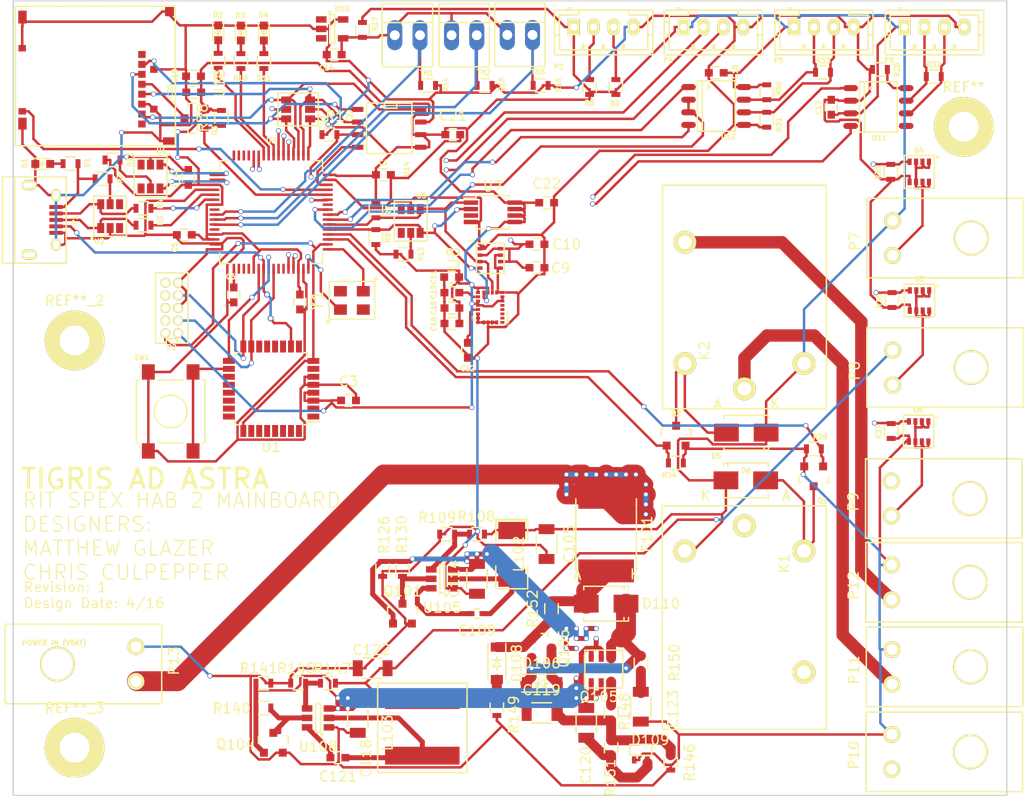
<source format=kicad_pcb>
(kicad_pcb (version 20171130) (host pcbnew "(5.1.12)-1")
  (layers (0 F.Cu signal) (1 In1.Cu power) (2 In2.Cu power) (31 B.Cu mixed) (34 B.Paste user hide) (35 F.Paste user hide) (36 B.SilkS user hide) (37 F.SilkS user hide) (38 B.Mask user hide) (39 F.Mask user hide) (44 Edge.Cuts user))
  (net 0 "")
  (net 1 +3V3)
  (net 2 GND)
  (net 3 "Net-(C6-Pad1)")
  (net 4 "Net-(C12-Pad1)")
  (net 5 "Net-(C13-Pad1)")
  (net 6 "/HAB Sensors/2.5VRefVoltage")
  (net 7 "Net-(D2-Pad2)")
  (net 8 "Net-(D5-Pad2)")
  (net 9 "Net-(D6-Pad2)")
  (net 10 "Net-(P1-Pad1)")
  (net 11 "Net-(P1-Pad2)")
  (net 12 "Net-(P1-Pad3)")
  (net 13 /PTA6)
  (net 14 /PTA7)
  (net 15 /PTB0)
  (net 16 Relay1_ctrl)
  (net 17 Relay2_ctrl)
  (net 18 SD_CTRL)
  (net 19 /Data_Input_Output/3.3V_MOS_OUT)
  (net 20 3.3V_MOS_CTRL)
  (net 21 /Data_Input_Output/5V_MOS_OUT)
  (net 22 5V_MOS_CTRL)
  (net 23 /Data_Input_Output/Vbus_MOS_OUT)
  (net 24 Vbus_MOS_CTRL)
  (net 25 "Net-(R2-Pad1)")
  (net 26 "Net-(R3-Pad1)")
  (net 27 "Net-(R4-Pad1)")
  (net 28 I2C1_SDA)
  (net 29 I2C1_SCL)
  (net 30 I2C0_SDA)
  (net 31 I2C0_SCL)
  (net 32 LED_Heartbeat)
  (net 33 LED_Status_1)
  (net 34 LED_Status_2)
  (net 35 "Net-(R12-Pad2)")
  (net 36 "Net-(R13-Pad2)")
  (net 37 Temp1)
  (net 38 Temp2)
  (net 39 Temp3)
  (net 40 "Net-(R28-Pad1)")
  (net 41 /Data_Input_Output/RS485_B)
  (net 42 /Data_Input_Output/RS485_A)
  (net 43 /Data_Input_Output/CANH_out)
  (net 44 /Data_Input_Output/CANL_out)
  (net 45 /PTB2)
  (net 46 /PTB1)
  (net 47 CAN0_TX)
  (net 48 CAN0_RX)
  (net 49 UART0_RX)
  (net 50 UART0_TX)
  (net 51 RX/TX_CTRL)
  (net 52 SPI0_CS1)
  (net 53 SPI0_SCK)
  (net 54 SPI0_MISO)
  (net 55 SPI0_MOSI)
  (net 56 "Net-(C109-Pad1)")
  (net 57 "Net-(C109-Pad2)")
  (net 58 "Net-(C119-Pad1)")
  (net 59 "Net-(C119-Pad2)")
  (net 60 "Net-(C120-Pad2)")
  (net 61 "Net-(C121-Pad1)")
  (net 62 "Net-(C121-Pad2)")
  (net 63 "Net-(C123-Pad1)")
  (net 64 "Net-(D108-Pad1)")
  (net 65 "Net-(D108-Pad2)")
  (net 66 "Net-(Q101-Pad3)")
  (net 67 "Net-(Q104-Pad3)")
  (net 68 "Net-(Q105-Pad3)")
  (net 69 "Net-(R108-Pad2)")
  (net 70 "Net-(R145-Pad1)")
  (net 71 "Net-(D1-Pad2)")
  (net 72 "Net-(D3-Pad2)")
  (net 73 "Net-(D4-Pad2)")
  (net 74 /Data_Input_Output/Battery_Out)
  (net 75 /Data_Input_Output/User_Out)
  (net 76 VBatt)
  (net 77 +5V)
  (net 78 SPI0_CS0)
  (net 79 UART2_RX)
  (net 80 UART2_TX)
  (net 81 /Data_Input_Output/User_In)
  (net 82 "Net-(U3-Pad32)")
  (net 83 "Net-(U3-Pad33)")
  (net 84 "Net-(D110-Pad2)")
  (net 85 Vbus)
  (net 86 "Net-(P2-Pad9)")
  (net 87 "Net-(P2-Pad8)")
  (net 88 "Net-(P2-Pad7)")
  (net 89 "Net-(P2-Pad6)")
  (net 90 "Net-(Q3-Pad3)")
  (net 91 "Net-(U1-Pad1)")
  (net 92 "Net-(U1-Pad2)")
  (net 93 "Net-(U1-Pad7)")
  (net 94 "Net-(U1-Pad9)")
  (net 95 "Net-(U1-Pad11)")
  (net 96 "Net-(U1-Pad12)")
  (net 97 "Net-(U1-Pad13)")
  (net 98 "Net-(U1-Pad14)")
  (net 99 "Net-(U1-Pad19)")
  (net 100 "Net-(U1-Pad20)")
  (net 101 "Net-(U1-Pad21)")
  (net 102 "Net-(U1-Pad22)")
  (net 103 "Net-(U1-Pad23)")
  (net 104 "Net-(U1-Pad24)")
  (net 105 "Net-(U1-Pad26)")
  (net 106 "Net-(U1-Pad27)")
  (net 107 "Net-(U1-Pad28)")
  (net 108 "Net-(U1-Pad29)")
  (net 109 "Net-(U1-Pad30)")
  (net 110 "Net-(U1-Pad31)")
  (net 111 "Net-(U1-Pad32)")
  (net 112 "Net-(U2-Pad4)")
  (net 113 "Net-(U2-Pad3)")
  (net 114 "Net-(U3-Pad8)")
  (net 115 "Net-(U3-Pad12)")
  (net 116 "Net-(U3-Pad18)")
  (net 117 "Net-(U3-Pad19)")
  (net 118 "Net-(U3-Pad20)")
  (net 119 "Net-(U3-Pad26)")
  (net 120 "Net-(U3-Pad27)")
  (net 121 "Net-(U3-Pad42)")
  (net 122 SD_Detect)
  (net 123 "Net-(U3-Pad61)")
  (net 124 "Net-(U3-Pad62)")
  (net 125 "Net-(U3-Pad63)")
  (net 126 "Net-(U3-Pad64)")
  (net 127 "Net-(U4-Pad4)")
  (net 128 "Net-(U4-Pad3)")
  (net 129 "Net-(U5-Pad4)")
  (net 130 "Net-(U5-Pad3)")
  (net 131 "/HAB Sensors/TempAlert")
  (net 132 "Net-(U9-Pad9)")
  (net 133 "Net-(U9-Pad10)")
  (net 134 "Net-(U9-Pad11)")
  (net 135 "Net-(U9-Pad12)")
  (net 136 "Net-(U9-Pad13)")
  (net 137 "Net-(U10-Pad1)")
  (net 138 "Net-(U10-Pad3)")
  (net 139 "Net-(U11-Pad5)")
  (net 140 "Net-(U13-Pad8)")
  (net 141 "Net-(U13-Pad1)")
  (net 142 Flash_Reset)
  (net 143 RESET_b)
  (module SPEX_Parts:G5LE-1A4-DC3 (layer F.Cu) (at 163.424 87.3252 90)
    (fp_text reference K2 (at 1.27 -10.03 90) (layer F.SilkS))
    (fp_text value G5LE_1A4_DC3)
    (pad 1 thru_hole circle (at -2.55 -6 90) (size 2.3 2.3) (drill 1.35) (layers *.Cu *.Mask F.SilkS) (net 81 /Data_Input_Output/User_In))
    (pad 2 thru_hole circle (at 0 -12 90) (size 2.3 2.3) (drill 1.35) (layers *.Cu *.Mask F.SilkS) (net 9 "Net-(D6-Pad2)"))
    (pad 4 thru_hole circle (at 0 0 90) (size 2.3 2.3) (drill 1.35) (layers *.Cu *.Mask F.SilkS) (net 1 +3V3))
    (pad 3 thru_hole circle (at 12.2 -12 90) (size 2.3 2.3) (drill 1.35) (layers *.Cu *.Mask F.SilkS) (net 75 /Data_Input_Output/User_Out))
  )
  (module Housings_QFP:LQFP-64_10x10mm_Pitch0.5mm (layer F.Cu) (at 109.779 72.0852)
    (fp_text reference U3 (at 0 -7.2) (layer F.SilkS) (effects (font (size 0.5 0.5) (thickness 0.125))))
    (fp_text value MK20DX256VLH7)
    (pad 1 smd rect (at -5.7 -3.75) (size 1 0.25) (layers F.Cu F.Paste F.Mask) (net 28 I2C1_SDA))
    (pad 2 smd rect (at -5.7 -3.25) (size 1 0.25) (layers F.Cu F.Paste F.Mask) (net 29 I2C1_SCL))
    (pad 3 smd rect (at -5.7 -2.75) (size 1 0.25) (layers F.Cu F.Paste F.Mask) (net 1 +3V3))
    (pad 4 smd rect (at -5.7 -2.25) (size 1 0.25) (layers F.Cu F.Paste F.Mask) (net 2 GND))
    (pad 5 smd rect (at -5.7 -1.75) (size 1 0.25) (layers F.Cu F.Paste F.Mask) (net 26 "Net-(R3-Pad1)"))
    (pad 6 smd rect (at -5.7 -1.25) (size 1 0.25) (layers F.Cu F.Paste F.Mask) (net 27 "Net-(R4-Pad1)"))
    (pad 7 smd rect (at -5.7 -0.75) (size 1 0.25) (layers F.Cu F.Paste F.Mask) (net 1 +3V3))
    (pad 8 smd rect (at -5.7 -0.25) (size 1 0.25) (layers F.Cu F.Paste F.Mask) (net 114 "Net-(U3-Pad8)"))
    (pad 9 smd rect (at -5.7 0.25) (size 1 0.25) (layers F.Cu F.Paste F.Mask) (net 37 Temp1))
    (pad 10 smd rect (at -5.7 0.75) (size 1 0.25) (layers F.Cu F.Paste F.Mask) (net 38 Temp2))
    (pad 11 smd rect (at -5.7 1.25) (size 1 0.25) (layers F.Cu F.Paste F.Mask) (net 39 Temp3))
    (pad 12 smd rect (at -5.7 1.75) (size 1 0.25) (layers F.Cu F.Paste F.Mask) (net 115 "Net-(U3-Pad12)"))
    (pad 13 smd rect (at -5.7 2.25) (size 1 0.25) (layers F.Cu F.Paste F.Mask) (net 1 +3V3))
    (pad 14 smd rect (at -5.7 2.75) (size 1 0.25) (layers F.Cu F.Paste F.Mask) (net 1 +3V3))
    (pad 15 smd rect (at -5.7 3.25) (size 1 0.25) (layers F.Cu F.Paste F.Mask) (net 2 GND))
    (pad 16 smd rect (at -5.7 3.75) (size 1 0.25) (layers F.Cu F.Paste F.Mask) (net 2 GND))
    (pad 17 smd rect (at -3.75 5.7 90) (size 1 0.25) (layers F.Cu F.Paste F.Mask) (net 3 "Net-(C6-Pad1)"))
    (pad 18 smd rect (at -3.25 5.7 90) (size 1 0.25) (layers F.Cu F.Paste F.Mask) (net 116 "Net-(U3-Pad18)"))
    (pad 19 smd rect (at -2.75 5.7 90) (size 1 0.25) (layers F.Cu F.Paste F.Mask) (net 117 "Net-(U3-Pad19)"))
    (pad 20 smd rect (at -2.25 5.7 90) (size 1 0.25) (layers F.Cu F.Paste F.Mask) (net 118 "Net-(U3-Pad20)"))
    (pad 21 smd rect (at -1.75 5.7 90) (size 1 0.25) (layers F.Cu F.Paste F.Mask) (net 1 +3V3))
    (pad 22 smd rect (at -1.25 5.7 90) (size 1 0.25) (layers F.Cu F.Paste F.Mask) (net 15 /PTB0))
    (pad 23 smd rect (at -0.75 5.7 90) (size 1 0.25) (layers F.Cu F.Paste F.Mask) (net 13 /PTA6))
    (pad 24 smd rect (at -0.25 5.7 90) (size 1 0.25) (layers F.Cu F.Paste F.Mask) (net 46 /PTB1))
    (pad 25 smd rect (at 0.25 5.7 90) (size 1 0.25) (layers F.Cu F.Paste F.Mask) (net 14 /PTA7))
    (pad 26 smd rect (at 0.75 5.7 90) (size 1 0.25) (layers F.Cu F.Paste F.Mask) (net 119 "Net-(U3-Pad26)"))
    (pad 27 smd rect (at 1.25 5.7 90) (size 1 0.25) (layers F.Cu F.Paste F.Mask) (net 120 "Net-(U3-Pad27)"))
    (pad 28 smd rect (at 1.75 5.7 90) (size 1 0.25) (layers F.Cu F.Paste F.Mask) (net 47 CAN0_TX))
    (pad 29 smd rect (at 2.25 5.7 90) (size 1 0.25) (layers F.Cu F.Paste F.Mask) (net 48 CAN0_RX))
    (pad 30 smd rect (at 2.75 5.7 90) (size 1 0.25) (layers F.Cu F.Paste F.Mask) (net 1 +3V3))
    (pad 31 smd rect (at 3.25 5.7 90) (size 1 0.25) (layers F.Cu F.Paste F.Mask) (net 2 GND))
    (pad 32 smd rect (at 3.75 5.7 90) (size 1 0.25) (layers F.Cu F.Paste F.Mask) (net 82 "Net-(U3-Pad32)"))
    (pad 33 smd rect (at 5.7 3.75) (size 1 0.25) (layers F.Cu F.Paste F.Mask) (net 83 "Net-(U3-Pad33)"))
    (pad 34 smd rect (at 5.7 3.25) (size 1 0.25) (layers F.Cu F.Paste F.Mask) (net 143 RESET_b))
    (pad 35 smd rect (at 5.7 2.75) (size 1 0.25) (layers F.Cu F.Paste F.Mask) (net 17 Relay2_ctrl))
    (pad 36 smd rect (at 5.7 2.25) (size 1 0.25) (layers F.Cu F.Paste F.Mask) (net 16 Relay1_ctrl))
    (pad 37 smd rect (at 5.7 1.75) (size 1 0.25) (layers F.Cu F.Paste F.Mask) (net 31 I2C0_SCL))
    (pad 38 smd rect (at 5.7 1.25) (size 1 0.25) (layers F.Cu F.Paste F.Mask) (net 30 I2C0_SDA))
    (pad 39 smd rect (at 5.7 0.75) (size 1 0.25) (layers F.Cu F.Paste F.Mask) (net 49 UART0_RX))
    (pad 40 smd rect (at 5.7 0.25) (size 1 0.25) (layers F.Cu F.Paste F.Mask) (net 50 UART0_TX))
    (pad 41 smd rect (at 5.7 -0.25) (size 1 0.25) (layers F.Cu F.Paste F.Mask) (net 51 RX/TX_CTRL))
    (pad 42 smd rect (at 5.7 -0.75) (size 1 0.25) (layers F.Cu F.Paste F.Mask) (net 121 "Net-(U3-Pad42)"))
    (pad 43 smd rect (at 5.7 -1.25) (size 1 0.25) (layers F.Cu F.Paste F.Mask) (net 142 Flash_Reset))
    (pad 44 smd rect (at 5.7 -1.75) (size 1 0.25) (layers F.Cu F.Paste F.Mask) (net 18 SD_CTRL))
    (pad 45 smd rect (at 5.7 -2.25) (size 1 0.25) (layers F.Cu F.Paste F.Mask) (net 122 SD_Detect))
    (pad 46 smd rect (at 5.7 -2.75) (size 1 0.25) (layers F.Cu F.Paste F.Mask) (net 52 SPI0_CS1))
    (pad 47 smd rect (at 5.7 -3.25) (size 1 0.25) (layers F.Cu F.Paste F.Mask) (net 2 GND))
    (pad 48 smd rect (at 5.7 -3.75) (size 1 0.25) (layers F.Cu F.Paste F.Mask) (net 1 +3V3))
    (pad 49 smd rect (at 3.75 -5.7 90) (size 1 0.25) (layers F.Cu F.Paste F.Mask) (net 78 SPI0_CS0))
    (pad 50 smd rect (at 3.25 -5.7 90) (size 1 0.25) (layers F.Cu F.Paste F.Mask) (net 53 SPI0_SCK))
    (pad 51 smd rect (at 2.75 -5.7 90) (size 1 0.25) (layers F.Cu F.Paste F.Mask) (net 54 SPI0_MISO))
    (pad 52 smd rect (at 2.25 -5.7 90) (size 1 0.25) (layers F.Cu F.Paste F.Mask) (net 55 SPI0_MOSI))
    (pad 53 smd rect (at 1.75 -5.7 90) (size 1 0.25) (layers F.Cu F.Paste F.Mask) (net 24 Vbus_MOS_CTRL))
    (pad 54 smd rect (at 1.25 -5.7 90) (size 1 0.25) (layers F.Cu F.Paste F.Mask) (net 22 5V_MOS_CTRL))
    (pad 55 smd rect (at 0.75 -5.7 90) (size 1 0.25) (layers F.Cu F.Paste F.Mask) (net 20 3.3V_MOS_CTRL))
    (pad 56 smd rect (at 0.25 -5.7 90) (size 1 0.25) (layers F.Cu F.Paste F.Mask) (net 34 LED_Status_2))
    (pad 57 smd rect (at -0.25 -5.7 90) (size 1 0.25) (layers F.Cu F.Paste F.Mask) (net 33 LED_Status_1))
    (pad 58 smd rect (at -0.75 -5.7 90) (size 1 0.25) (layers F.Cu F.Paste F.Mask) (net 32 LED_Heartbeat))
    (pad 59 smd rect (at -1.25 -5.7 90) (size 1 0.25) (layers F.Cu F.Paste F.Mask) (net 79 UART2_RX))
    (pad 60 smd rect (at -1.75 -5.7 90) (size 1 0.25) (layers F.Cu F.Paste F.Mask) (net 80 UART2_TX))
    (pad 61 smd rect (at -2.25 -5.7 90) (size 1 0.25) (layers F.Cu F.Paste F.Mask) (net 123 "Net-(U3-Pad61)"))
    (pad 62 smd rect (at -2.75 -5.7 90) (size 1 0.25) (layers F.Cu F.Paste F.Mask) (net 124 "Net-(U3-Pad62)"))
    (pad 63 smd rect (at -3.25 -5.7 90) (size 1 0.25) (layers F.Cu F.Paste F.Mask) (net 125 "Net-(U3-Pad63)"))
    (pad 64 smd rect (at -3.75 -5.7 90) (size 1 0.25) (layers F.Cu F.Paste F.Mask) (net 126 "Net-(U3-Pad64)"))
  )
  (module Buttons_Switches_SMD:SW_SPST_B3S-1000 (layer F.Cu) (at 99.6696 92.1512 270)
    (fp_text reference SW1 (at -5.4356 2.8956) (layer F.SilkS) (effects (font (size 0.5 0.5) (thickness 0.125))))
    (fp_text value SW_PUSH)
    (pad 1 smd rect (at -3.975 -2.25 270) (size 1.55 1.3) (layers F.Cu F.Paste F.Mask) (net 45 /PTB2))
    (pad 1 smd rect (at 3.975 -2.25 270) (size 1.55 1.3) (layers F.Cu F.Paste F.Mask) (net 45 /PTB2))
    (pad 2 smd rect (at -3.975 2.25 270) (size 1.55 1.3) (layers F.Cu F.Paste F.Mask) (net 2 GND))
    (pad 2 smd rect (at 3.975 2.25 270) (size 1.55 1.3) (layers F.Cu F.Paste F.Mask) (net 2 GND))
  )
  (module Housings_QFP:LQFP-32_7x7mm_Pitch0.8mm (layer F.Cu) (at 109.779 89.8652 180)
    (fp_text reference U1 (at 0 -5.85 180) (layer F.SilkS))
    (fp_text value MKL04Z32VLC4)
    (pad 1 smd rect (at -4.25 -2.8 180) (size 1.2 0.6) (layers F.Cu F.Paste F.Mask) (net 91 "Net-(U1-Pad1)"))
    (pad 2 smd rect (at -4.25 -2 180) (size 1.2 0.6) (layers F.Cu F.Paste F.Mask) (net 92 "Net-(U1-Pad2)"))
    (pad 3 smd rect (at -4.25 -1.2 180) (size 1.2 0.6) (layers F.Cu F.Paste F.Mask) (net 1 +3V3))
    (pad 4 smd rect (at -4.25 -0.4 180) (size 1.2 0.6) (layers F.Cu F.Paste F.Mask) (net 1 +3V3))
    (pad 5 smd rect (at -4.25 0.4 180) (size 1.2 0.6) (layers F.Cu F.Paste F.Mask) (net 2 GND))
    (pad 6 smd rect (at -4.25 1.2 180) (size 1.2 0.6) (layers F.Cu F.Paste F.Mask) (net 2 GND))
    (pad 7 smd rect (at -4.25 2 180) (size 1.2 0.6) (layers F.Cu F.Paste F.Mask) (net 93 "Net-(U1-Pad7)"))
    (pad 8 smd rect (at -4.25 2.8 180) (size 1.2 0.6) (layers F.Cu F.Paste F.Mask) (net 143 RESET_b))
    (pad 9 smd rect (at -2.8 4.25 270) (size 1.2 0.6) (layers F.Cu F.Paste F.Mask) (net 94 "Net-(U1-Pad9)"))
    (pad 10 smd rect (at -2 4.25 270) (size 1.2 0.6) (layers F.Cu F.Paste F.Mask) (net 13 /PTA6))
    (pad 11 smd rect (at -1.2 4.25 270) (size 1.2 0.6) (layers F.Cu F.Paste F.Mask) (net 95 "Net-(U1-Pad11)"))
    (pad 12 smd rect (at -0.4 4.25 270) (size 1.2 0.6) (layers F.Cu F.Paste F.Mask) (net 96 "Net-(U1-Pad12)"))
    (pad 13 smd rect (at 0.4 4.25 270) (size 1.2 0.6) (layers F.Cu F.Paste F.Mask) (net 97 "Net-(U1-Pad13)"))
    (pad 14 smd rect (at 1.2 4.25 270) (size 1.2 0.6) (layers F.Cu F.Paste F.Mask) (net 98 "Net-(U1-Pad14)"))
    (pad 15 smd rect (at 2 4.25 270) (size 1.2 0.6) (layers F.Cu F.Paste F.Mask) (net 14 /PTA7))
    (pad 16 smd rect (at 2.8 4.25 270) (size 1.2 0.6) (layers F.Cu F.Paste F.Mask) (net 15 /PTB0))
    (pad 17 smd rect (at 4.25 2.8 180) (size 1.2 0.6) (layers F.Cu F.Paste F.Mask) (net 46 /PTB1))
    (pad 18 smd rect (at 4.25 2 180) (size 1.2 0.6) (layers F.Cu F.Paste F.Mask) (net 45 /PTB2))
    (pad 19 smd rect (at 4.25 1.2 180) (size 1.2 0.6) (layers F.Cu F.Paste F.Mask) (net 99 "Net-(U1-Pad19)"))
    (pad 20 smd rect (at 4.25 0.4 180) (size 1.2 0.6) (layers F.Cu F.Paste F.Mask) (net 100 "Net-(U1-Pad20)"))
    (pad 21 smd rect (at 4.25 -0.4 180) (size 1.2 0.6) (layers F.Cu F.Paste F.Mask) (net 101 "Net-(U1-Pad21)"))
    (pad 22 smd rect (at 4.25 -1.2 180) (size 1.2 0.6) (layers F.Cu F.Paste F.Mask) (net 102 "Net-(U1-Pad22)"))
    (pad 23 smd rect (at 4.25 -2 180) (size 1.2 0.6) (layers F.Cu F.Paste F.Mask) (net 103 "Net-(U1-Pad23)"))
    (pad 24 smd rect (at 4.25 -2.8 180) (size 1.2 0.6) (layers F.Cu F.Paste F.Mask) (net 104 "Net-(U1-Pad24)"))
    (pad 25 smd rect (at 2.8 -4.25 270) (size 1.2 0.6) (layers F.Cu F.Paste F.Mask) (net 143 RESET_b))
    (pad 26 smd rect (at 2 -4.25 270) (size 1.2 0.6) (layers F.Cu F.Paste F.Mask) (net 105 "Net-(U1-Pad26)"))
    (pad 27 smd rect (at 1.2 -4.25 270) (size 1.2 0.6) (layers F.Cu F.Paste F.Mask) (net 106 "Net-(U1-Pad27)"))
    (pad 28 smd rect (at 0.4 -4.25 270) (size 1.2 0.6) (layers F.Cu F.Paste F.Mask) (net 107 "Net-(U1-Pad28)"))
    (pad 29 smd rect (at -0.4 -4.25 270) (size 1.2 0.6) (layers F.Cu F.Paste F.Mask) (net 108 "Net-(U1-Pad29)"))
    (pad 30 smd rect (at -1.2 -4.25 270) (size 1.2 0.6) (layers F.Cu F.Paste F.Mask) (net 109 "Net-(U1-Pad30)"))
    (pad 31 smd rect (at -2 -4.25 270) (size 1.2 0.6) (layers F.Cu F.Paste F.Mask) (net 110 "Net-(U1-Pad31)"))
    (pad 32 smd rect (at -2.8 -4.25 270) (size 1.2 0.6) (layers F.Cu F.Paste F.Mask) (net 111 "Net-(U1-Pad32)"))
  )
  (module Housings_SSOP:MSOP-8_3x3mm_Pitch0.65mm (layer F.Cu) (at 132.09 72.1055)
    (fp_text reference U7 (at 0 -2.6) (layer F.SilkS))
    (fp_text value MCP9808T)
    (pad 1 smd rect (at -2.2 -0.975) (size 1.45 0.45) (layers F.Cu F.Paste F.Mask) (net 30 I2C0_SDA))
    (pad 2 smd rect (at -2.2 -0.325) (size 1.45 0.45) (layers F.Cu F.Paste F.Mask) (net 31 I2C0_SCL))
    (pad 3 smd rect (at -2.2 0.325) (size 1.45 0.45) (layers F.Cu F.Paste F.Mask) (net 131 "/HAB Sensors/TempAlert"))
    (pad 4 smd rect (at -2.2 0.975) (size 1.45 0.45) (layers F.Cu F.Paste F.Mask) (net 2 GND))
    (pad 5 smd rect (at 2.2 0.975) (size 1.45 0.45) (layers F.Cu F.Paste F.Mask) (net 1 +3V3))
    (pad 6 smd rect (at 2.2 0.325) (size 1.45 0.45) (layers F.Cu F.Paste F.Mask) (net 1 +3V3))
    (pad 7 smd rect (at 2.2 -0.325) (size 1.45 0.45) (layers F.Cu F.Paste F.Mask) (net 1 +3V3))
    (pad 8 smd rect (at 2.2 -0.975) (size 1.45 0.45) (layers F.Cu F.Paste F.Mask) (net 1 +3V3))
  )
  (module Capacitors_SMD:C_0603 (layer F.Cu) (at 121.082 68.326)
    (fp_text reference C1 (at 0 -1.2192) (layer F.SilkS) (effects (font (size 0.5 0.5) (thickness 0.125))))
    (fp_text value 1uF)
    (pad 1 smd rect (at -0.75 0) (size 0.8 0.75) (layers F.Cu F.Paste F.Mask) (net 1 +3V3))
    (pad 2 smd rect (at 0.75 0) (size 0.8 0.75) (layers F.Cu F.Paste F.Mask) (net 2 GND))
  )
  (module Capacitors_SMD:C_0603 (layer F.Cu) (at 112.674 81.1276 270)
    (fp_text reference C2 (at -0.0508 -1.3716 270) (layer F.SilkS) (effects (font (size 0.5 0.5) (thickness 0.125))))
    (fp_text value 1uF)
    (pad 1 smd rect (at -0.75 0 270) (size 0.8 0.75) (layers F.Cu F.Paste F.Mask) (net 1 +3V3))
    (pad 2 smd rect (at 0.75 0 270) (size 0.8 0.75) (layers F.Cu F.Paste F.Mask) (net 2 GND))
  )
  (module Capacitors_SMD:C_0603 (layer F.Cu) (at 117.569 91.0412)
    (fp_text reference C3 (at 0 -1.9) (layer F.SilkS))
    (fp_text value 1uF)
    (pad 1 smd rect (at -0.75 0) (size 0.8 0.75) (layers F.Cu F.Paste F.Mask) (net 1 +3V3))
    (pad 2 smd rect (at 0.75 0) (size 0.8 0.75) (layers F.Cu F.Paste F.Mask) (net 2 GND))
  )
  (module Capacitors_SMD:C_0603 (layer F.Cu) (at 101.448 68.5927 90)
    (fp_text reference C4 (at -0.0889 -1.3208 90) (layer F.SilkS))
    (fp_text value 1uF)
    (pad 1 smd rect (at -0.75 0 90) (size 0.8 0.75) (layers F.Cu F.Paste F.Mask) (net 1 +3V3))
    (pad 2 smd rect (at 0.75 0 90) (size 0.8 0.75) (layers F.Cu F.Paste F.Mask) (net 2 GND))
  )
  (module Capacitors_SMD:C_0603 (layer F.Cu) (at 101.041 74.3712 180)
    (fp_text reference C5 (at 0.9652 -1.27 270) (layer F.SilkS) (effects (font (size 0.5 0.5) (thickness 0.125))))
    (fp_text value 2.2uF)
    (pad 1 smd rect (at -0.75 0 180) (size 0.8 0.75) (layers F.Cu F.Paste F.Mask) (net 1 +3V3))
    (pad 2 smd rect (at 0.75 0 180) (size 0.8 0.75) (layers F.Cu F.Paste F.Mask) (net 2 GND))
  )
  (module Capacitors_SMD:C_0603 (layer F.Cu) (at 106.02 80.4164 270)
    (fp_text reference C6 (at -1.8288 0.3048) (layer F.SilkS) (effects (font (size 0.5 0.5) (thickness 0.125))))
    (fp_text value .1uF)
    (pad 1 smd rect (at -0.75 0 270) (size 0.8 0.75) (layers F.Cu F.Paste F.Mask) (net 3 "Net-(C6-Pad1)"))
    (pad 2 smd rect (at 0.75 0 270) (size 0.8 0.75) (layers F.Cu F.Paste F.Mask) (net 2 GND))
  )
  (module Capacitors_SMD:C_0603 (layer F.Cu) (at 136.535 77.6834)
    (fp_text reference C9 (at 2.3876 0.0254) (layer F.SilkS))
    (fp_text value C)
    (pad 1 smd rect (at -0.75 0) (size 0.8 0.75) (layers F.Cu F.Paste F.Mask) (net 1 +3V3))
    (pad 2 smd rect (at 0.75 0) (size 0.8 0.75) (layers F.Cu F.Paste F.Mask) (net 2 GND))
  )
  (module Capacitors_SMD:C_0603 (layer F.Cu) (at 136.535 75.3212)
    (fp_text reference C10 (at 2.9972 0.0254) (layer F.SilkS))
    (fp_text value C)
    (pad 1 smd rect (at -0.75 0) (size 0.8 0.75) (layers F.Cu F.Paste F.Mask) (net 1 +3V3))
    (pad 2 smd rect (at 0.75 0) (size 0.8 0.75) (layers F.Cu F.Paste F.Mask) (net 2 GND))
  )
  (module Capacitors_SMD:C_0603 (layer F.Cu) (at 129.56 85.9942 270)
    (fp_text reference C12 (at 1.84404 0.00508) (layer F.SilkS) (effects (font (size 0.5 0.5) (thickness 0.125))))
    (fp_text value 10nF)
    (pad 1 smd rect (at -0.75 0 270) (size 0.8 0.75) (layers F.Cu F.Paste F.Mask) (net 4 "Net-(C12-Pad1)"))
    (pad 2 smd rect (at 0.75 0 270) (size 0.8 0.75) (layers F.Cu F.Paste F.Mask) (net 2 GND))
  )
  (module Capacitors_SMD:C_0603 (layer F.Cu) (at 127.97 80.1878 180)
    (fp_text reference C13 (at 1.84404 0.04572 270) (layer F.SilkS) (effects (font (size 0.5 0.5) (thickness 0.125))))
    (fp_text value 100nF)
    (pad 1 smd rect (at -0.75 0 180) (size 0.8 0.75) (layers F.Cu F.Paste F.Mask) (net 5 "Net-(C13-Pad1)"))
    (pad 2 smd rect (at 0.75 0 180) (size 0.8 0.75) (layers F.Cu F.Paste F.Mask) (net 2 GND))
  )
  (module Capacitors_SMD:C_0603 (layer F.Cu) (at 116.129 56.2356 180)
    (fp_text reference C14 (at 0.762 -1.3208 180) (layer F.SilkS) (effects (font (size 0.5 0.5) (thickness 0.125))))
    (fp_text value 4.7uF)
    (pad 1 smd rect (at -0.75 0 180) (size 0.8 0.75) (layers F.Cu F.Paste F.Mask) (net 6 "/HAB Sensors/2.5VRefVoltage"))
    (pad 2 smd rect (at 0.75 0 180) (size 0.8 0.75) (layers F.Cu F.Paste F.Mask) (net 2 GND))
  )
  (module Capacitors_SMD:C_0603 (layer F.Cu) (at 127.98 81.7423 180)
    (fp_text reference C15 (at 1.8161 0.0254 270) (layer F.SilkS) (effects (font (size 0.5 0.5) (thickness 0.125))))
    (fp_text value 100nF)
    (pad 1 smd rect (at -0.75 0 180) (size 0.8 0.75) (layers F.Cu F.Paste F.Mask) (net 1 +3V3))
    (pad 2 smd rect (at 0.75 0 180) (size 0.8 0.75) (layers F.Cu F.Paste F.Mask) (net 2 GND))
  )
  (module Capacitors_SMD:C_0603 (layer F.Cu) (at 127.98 83.2968 180)
    (fp_text reference C16 (at 1.8542 -0.0508 270) (layer F.SilkS) (effects (font (size 0.5 0.5) (thickness 0.125))))
    (fp_text value 10uF)
    (pad 1 smd rect (at -0.75 0 180) (size 0.8 0.75) (layers F.Cu F.Paste F.Mask) (net 1 +3V3))
    (pad 2 smd rect (at 0.75 0 180) (size 0.8 0.75) (layers F.Cu F.Paste F.Mask) (net 2 GND))
  )
  (module Capacitors_SMD:C_0603 (layer F.Cu) (at 166.156 61.5332 90)
    (fp_text reference C17 (at -0.0254 -1.27 90) (layer F.SilkS) (effects (font (size 0.5 0.5) (thickness 0.125))))
    (fp_text value C)
    (pad 1 smd rect (at -0.75 0 90) (size 0.8 0.75) (layers F.Cu F.Paste F.Mask) (net 1 +3V3))
    (pad 2 smd rect (at 0.75 0 90) (size 0.8 0.75) (layers F.Cu F.Paste F.Mask) (net 2 GND))
  )
  (module Capacitors_SMD:C_0603 (layer F.Cu) (at 154.586 58.064 180)
    (fp_text reference C18 (at -1.89992 0.11176 270) (layer F.SilkS) (effects (font (size 0.5 0.5) (thickness 0.125))))
    (fp_text value C)
    (pad 1 smd rect (at -0.75 0 180) (size 0.8 0.75) (layers F.Cu F.Paste F.Mask) (net 1 +3V3))
    (pad 2 smd rect (at 0.75 0 180) (size 0.8 0.75) (layers F.Cu F.Paste F.Mask) (net 2 GND))
  )
  (module Capacitors_SMD:C_0603 (layer F.Cu) (at 101.966 58.4048 180)
    (fp_text reference C19 (at 1.8796 0.03302 270) (layer F.SilkS) (effects (font (size 0.5 0.5) (thickness 0.125))))
    (fp_text value .1uF)
    (pad 1 smd rect (at -0.75 0 180) (size 0.8 0.75) (layers F.Cu F.Paste F.Mask) (net 1 +3V3))
    (pad 2 smd rect (at 0.75 0 180) (size 0.8 0.75) (layers F.Cu F.Paste F.Mask) (net 2 GND))
  )
  (module Capacitors_SMD:C_0603 (layer F.Cu) (at 101.986 60.0227 180)
    (fp_text reference C20 (at 2.34188 0.07874 270) (layer F.SilkS) (effects (font (size 0.5 0.5) (thickness 0.125))))
    (fp_text value 10uF)
    (pad 1 smd rect (at -0.75 0 180) (size 0.8 0.75) (layers F.Cu F.Paste F.Mask) (net 1 +3V3))
    (pad 2 smd rect (at 0.75 0 180) (size 0.8 0.75) (layers F.Cu F.Paste F.Mask) (net 2 GND))
  )
  (module Capacitors_SMD:C_0603 (layer F.Cu) (at 128.067 64.2874)
    (fp_text reference C21 (at 0 -1.9) (layer F.SilkS))
    (fp_text value C)
    (pad 1 smd rect (at -0.75 0) (size 0.8 0.75) (layers F.Cu F.Paste F.Mask) (net 1 +3V3))
    (pad 2 smd rect (at 0.75 0) (size 0.8 0.75) (layers F.Cu F.Paste F.Mask) (net 2 GND))
  )
  (module Capacitors_SMD:C_1206 (layer F.Cu) (at 137.5 105.5 270)
    (fp_text reference C105 (at 0 -2.3 270) (layer F.SilkS))
    (fp_text value 47uf)
    (pad 1 smd rect (at -1.5 0 270) (size 1 1.6) (layers F.Cu F.Paste F.Mask) (net 1 +3V3))
    (pad 2 smd rect (at 1.5 0 270) (size 1 1.6) (layers F.Cu F.Paste F.Mask) (net 2 GND))
  )
  (module Capacitors_SMD:C_0402 (layer F.Cu) (at 130.5 112.5 180)
    (fp_text reference C109 (at 0 -1.7 180) (layer F.SilkS))
    (fp_text value 100nf)
    (pad 1 smd rect (at -0.55 0 180) (size 0.6 0.5) (layers F.Cu F.Paste F.Mask) (net 56 "Net-(C109-Pad1)"))
    (pad 2 smd rect (at 0.55 0 180) (size 0.6 0.5) (layers F.Cu F.Paste F.Mask) (net 57 "Net-(C109-Pad2)"))
  )
  (module Capacitors_SMD:C_1206 (layer F.Cu) (at 130.5 109 90)
    (fp_text reference C114 (at 0 -2.3 90) (layer F.SilkS))
    (fp_text value 22uf)
    (pad 1 smd rect (at -1.5 0 90) (size 1 1.6) (layers F.Cu F.Paste F.Mask) (net 2 GND))
    (pad 2 smd rect (at 1.5 0 90) (size 1 1.6) (layers F.Cu F.Paste F.Mask) (net 85 Vbus))
  )
  (module Capacitors_SMD:C_1206 (layer F.Cu) (at 118.5 123 90)
    (fp_text reference C118 (at -4.0762 0.8292 90) (layer F.SilkS))
    (fp_text value 22uf)
    (pad 1 smd rect (at -1.5 0 90) (size 1 1.6) (layers F.Cu F.Paste F.Mask) (net 2 GND))
    (pad 2 smd rect (at 1.5 0 90) (size 1 1.6) (layers F.Cu F.Paste F.Mask) (net 85 Vbus))
  )
  (module Capacitors_SMD:C_1206 (layer F.Cu) (at 137 122.5)
    (fp_text reference C119 (at 0 -2.3) (layer F.SilkS))
    (fp_text value "1uf 100v")
    (pad 1 smd rect (at -1.5 0) (size 1 1.6) (layers F.Cu F.Paste F.Mask) (net 58 "Net-(C119-Pad1)"))
    (pad 2 smd rect (at 1.5 0) (size 1 1.6) (layers F.Cu F.Paste F.Mask) (net 59 "Net-(C119-Pad2)"))
  )
  (module Capacitors_SMD:C_1206 (layer F.Cu) (at 141.5 123.5 270)
    (fp_text reference C120 (at 4.262 0.0474 270) (layer F.SilkS))
    (fp_text value ".1uf 100v")
    (pad 1 smd rect (at -1.5 0 270) (size 1 1.6) (layers F.Cu F.Paste F.Mask) (net 85 Vbus))
    (pad 2 smd rect (at 1.5 0 270) (size 1 1.6) (layers F.Cu F.Paste F.Mask) (net 60 "Net-(C120-Pad2)"))
  )
  (module Capacitors_SMD:C_0603 (layer F.Cu) (at 116.5 127 180)
    (fp_text reference C121 (at 0 -1.9 180) (layer F.SilkS))
    (fp_text value 100nf)
    (pad 1 smd rect (at -0.75 0 180) (size 0.8 0.75) (layers F.Cu F.Paste F.Mask) (net 61 "Net-(C121-Pad1)"))
    (pad 2 smd rect (at 0.75 0 180) (size 0.8 0.75) (layers F.Cu F.Paste F.Mask) (net 62 "Net-(C121-Pad2)"))
  )
  (module Capacitors_SMD:C_1206 (layer F.Cu) (at 120 118 180)
    (fp_text reference C122 (at 0.112 1.8458 180) (layer F.SilkS))
    (fp_text value 47uf)
    (pad 1 smd rect (at -1.5 0 180) (size 1 1.6) (layers F.Cu F.Paste F.Mask) (net 77 +5V))
    (pad 2 smd rect (at 1.5 0 180) (size 1 1.6) (layers F.Cu F.Paste F.Mask) (net 2 GND))
  )
  (module Capacitors_SMD:C_1206 (layer F.Cu) (at 146.99 121.869 270)
    (fp_text reference C123 (at 0.254 -3.2512 270) (layer F.SilkS))
    (fp_text value "1uf 100v")
    (pad 1 smd rect (at -1.5 0 270) (size 1 1.6) (layers F.Cu F.Paste F.Mask) (net 63 "Net-(C123-Pad1)"))
    (pad 2 smd rect (at 1.5 0 270) (size 1 1.6) (layers F.Cu F.Paste F.Mask) (net 2 GND))
  )
  (module Diodes_SMD:SOD-123 (layer F.Cu) (at 137 119.5)
    (fp_text reference D106 (at 0 -2) (layer F.SilkS))
    (fp_text value ZENER)
    (pad 1 smd rect (at -1.635 0) (size 0.91 1.22) (layers F.Cu F.Paste F.Mask) (net 58 "Net-(C119-Pad1)"))
    (pad 2 smd rect (at 1.635 0) (size 0.91 1.22) (layers F.Cu F.Paste F.Mask) (net 59 "Net-(C119-Pad2)"))
  )
  (module Diodes_SMD:SOD-123 (layer F.Cu) (at 132.5 117.5 270)
    (fp_text reference D108 (at 0 -2 270) (layer F.SilkS))
    (fp_text value ZENER)
    (pad 1 smd rect (at -1.635 0 270) (size 0.91 1.22) (layers F.Cu F.Paste F.Mask) (net 64 "Net-(D108-Pad1)"))
    (pad 2 smd rect (at 1.635 0 270) (size 0.91 1.22) (layers F.Cu F.Paste F.Mask) (net 65 "Net-(D108-Pad2)"))
  )
  (module Transistors_SMD:sc70 (layer F.Cu) (at 146.99 126.213)
    (fp_text reference D109 (at 0.95 -1) (layer F.SilkS))
    (fp_text value D_Schottky_x2_Serial_AKC)
    (pad 1 smd rect (at -0.6604 1.016) (size 0.4572 0.7112) (layers F.Cu F.Paste F.Mask) (net 2 GND))
    (pad 2 smd rect (at 0.6604 1.016) (size 0.4572 0.7112) (layers F.Cu F.Paste F.Mask) (net 60 "Net-(C120-Pad2)"))
    (pad 3 smd rect (at 0 -1.016) (size 0.4572 0.7112) (layers F.Cu F.Paste F.Mask) (net 59 "Net-(C119-Pad2)"))
  )
  (module Diodes_SMD:Diode-SMA_Standard (layer F.Cu) (at 143.5 111.5 180)
    (fp_text reference D110 (at -5.5218 0.0194 180) (layer F.SilkS))
    (fp_text value DIODE)
    (fp_text user K (at -2.9 2.95 180) (layer F.SilkS))
    (fp_text user A (at 2.9 2.9 180) (layer F.SilkS))
    (pad 1 smd rect (at -1.99898 0 180) (size 2.49936 1.80086) (layers F.Cu F.Paste F.Mask) (net 58 "Net-(C119-Pad1)"))
    (pad 2 smd rect (at 1.99898 0 180) (size 2.49936 1.80086) (layers F.Cu F.Paste F.Mask) (net 84 "Net-(D110-Pad2)"))
  )
  (module Fuse_Holders_and_Fuses:Fuse_SMD2920 (layer F.Cu) (at 143.5 104.5 270)
    (fp_text reference F101 (at 0 -4.1275 270) (layer F.SilkS))
    (fp_text value FUSE)
    (pad 1 smd rect (at -3.7 0) (size 5.6 2.3) (layers F.Cu F.Paste F.Mask) (net 76 VBatt))
    (pad 2 smd rect (at 3.7 0) (size 5.6 2.3) (layers F.Cu F.Paste F.Mask) (net 84 "Net-(D110-Pad2)"))
  )
  (module SMD_Packages:SMD-2010_Pol (layer F.Cu) (at 134 106.5 270)
    (fp_text reference L102 (at 0 -0.7 270) (layer F.SilkS))
    (fp_text value 2.2uh)
    (pad 1 smd rect (at -2.4003 0 270) (size 1.80086 2.70002) (layers F.Cu F.Paste F.Mask) (net 1 +3V3))
    (pad 2 smd rect (at 2.4003 0 270) (size 1.80086 2.70002) (layers F.Cu F.Paste F.Mask) (net 56 "Net-(C109-Pad1)"))
  )
  (module NRS8030:NRS8030T3R3MJGJ (layer F.Cu) (at 125 124 270)
    (fp_text reference L103 (at 0.5 3.5 270) (layer F.SilkS))
    (fp_text value 3.3uh)
    (pad 2 smd rect (at 2.8 0 270) (size 1.8 7.5) (layers F.Cu F.Paste F.Mask) (net 61 "Net-(C121-Pad1)"))
    (pad 1 smd rect (at -2.8 0 270) (size 1.8 7.5) (layers F.Cu F.Paste F.Mask) (net 77 +5V))
  )
  (module Connect:USB_Micro-B (layer F.Cu) (at 86.5632 72.8726 270)
    (fp_text reference P1 (at 0 -3.45 270) (layer F.SilkS) (effects (font (size 0.5 0.5) (thickness 0.125))))
    (fp_text value USB_OTG)
    (pad 1 smd rect (at -1.3009 -1.56254) (size 1.35 0.4) (layers F.Cu F.Paste F.Mask) (net 10 "Net-(P1-Pad1)"))
    (pad 2 smd rect (at -0.6509 -1.56254) (size 1.35 0.4) (layers F.Cu F.Paste F.Mask) (net 11 "Net-(P1-Pad2)"))
    (pad 3 smd rect (at -0.0009 -1.56254) (size 1.35 0.4) (layers F.Cu F.Paste F.Mask) (net 12 "Net-(P1-Pad3)"))
    (pad 4 smd rect (at 0.6491 -1.56254) (size 1.35 0.4) (layers F.Cu F.Paste F.Mask) (net 13 /PTA6))
    (pad 5 smd rect (at 1.2991 -1.56254) (size 1.35 0.4) (layers F.Cu F.Paste F.Mask) (net 2 GND))
    (pad 6 thru_hole oval (at -2.5009 -1.56254) (size 0.95 1.25) (drill oval 0.55 0.85) (layers *.Cu *.Mask F.SilkS) (net 2 GND))
    (pad 6 thru_hole oval (at 2.4991 -1.56254) (size 0.95 1.25) (drill oval 0.55 0.85) (layers *.Cu *.Mask F.SilkS) (net 2 GND))
    (pad 6 thru_hole oval (at -3.5009 1.13746) (size 1.55 1) (drill oval 1.15 0.5) (layers *.Cu *.Mask F.SilkS) (net 2 GND))
    (pad 6 thru_hole oval (at 3.4991 1.13746) (size 1.55 1) (drill oval 1.15 0.5) (layers *.Cu *.Mask F.SilkS) (net 2 GND))
  )
  (module SPEX_Parts:SWD-10 (layer F.Cu) (at 99.7712 81.7372 90)
    (fp_text reference P2 (at -3.9624 0 180) (layer F.SilkS) (effects (font (size 0.5 0.5) (thickness 0.125))))
    (fp_text value "SWD Header")
    (pad 10 thru_hole circle (at -2.54 -0.635 90) (size 1 1) (drill 0.65) (layers *.Cu *.Mask F.SilkS) (net 143 RESET_b))
    (pad 1 thru_hole circle (at -2.54 0.635 90) (size 1 1) (drill 0.65) (layers *.Cu *.Mask F.SilkS) (net 1 +3V3))
    (pad 9 thru_hole circle (at -1.27 -0.635 90) (size 1 1) (drill 0.65) (layers *.Cu *.Mask F.SilkS) (net 86 "Net-(P2-Pad9)"))
    (pad 2 thru_hole circle (at -1.27 0.635 90) (size 1 1) (drill 0.65) (layers *.Cu *.Mask F.SilkS) (net 14 /PTA7))
    (pad 8 thru_hole circle (at 0 -0.635 90) (size 1 1) (drill 0.65) (layers *.Cu *.Mask F.SilkS) (net 87 "Net-(P2-Pad8)"))
    (pad 3 thru_hole circle (at 0 0.635 90) (size 1 1) (drill 0.65) (layers *.Cu *.Mask F.SilkS) (net 2 GND))
    (pad 7 thru_hole circle (at 1.27 -0.635 90) (size 1 1) (drill 0.65) (layers *.Cu *.Mask F.SilkS) (net 88 "Net-(P2-Pad7)"))
    (pad 4 thru_hole circle (at 1.27 0.635 90) (size 1 1) (drill 0.65) (layers *.Cu *.Mask F.SilkS) (net 15 /PTB0))
    (pad 6 thru_hole circle (at 2.54 -0.635 90) (size 1 1) (drill 0.65) (layers *.Cu *.Mask F.SilkS) (net 89 "Net-(P2-Pad6)"))
    (pad 5 thru_hole circle (at 2.54 0.635 90) (size 1 1) (drill 0.65) (layers *.Cu *.Mask F.SilkS) (net 2 GND))
  )
  (module TO_SOT_Packages_SMD:SOT-23 (layer F.Cu) (at 164.389 98.679 180)
    (fp_text reference Q1 (at -0.89916 -2.4638 180) (layer F.SilkS) (effects (font (size 0.5 0.5) (thickness 0.125))))
    (fp_text value 2N7002K)
    (pad 1 smd rect (at -0.95 1.00076 180) (size 0.8001 0.8001) (layers F.Cu F.Paste F.Mask) (net 16 Relay1_ctrl))
    (pad 2 smd rect (at 0.95 1.00076 180) (size 0.8001 0.8001) (layers F.Cu F.Paste F.Mask) (net 2 GND))
    (pad 3 smd rect (at 0 -0.99822 180) (size 0.8001 0.8001) (layers F.Cu F.Paste F.Mask) (net 8 "Net-(D5-Pad2)"))
  )
  (module TO_SOT_Packages_SMD:SOT-23 (layer F.Cu) (at 150.546 94.5896)
    (fp_text reference Q2 (at 0 -2.25) (layer F.SilkS) (effects (font (size 0.5 0.5) (thickness 0.125))))
    (fp_text value 2N7002K)
    (pad 1 smd rect (at -0.95 1.00076) (size 0.8001 0.8001) (layers F.Cu F.Paste F.Mask) (net 17 Relay2_ctrl))
    (pad 2 smd rect (at 0.95 1.00076) (size 0.8001 0.8001) (layers F.Cu F.Paste F.Mask) (net 2 GND))
    (pad 3 smd rect (at 0 -0.99822) (size 0.8001 0.8001) (layers F.Cu F.Paste F.Mask) (net 9 "Net-(D6-Pad2)"))
  )
  (module TO_SOT_Packages_SMD:SOT-23 (layer F.Cu) (at 102.057 62.6364 90)
    (fp_text reference Q3 (at -1.23444 2.04724 270) (layer F.SilkS) (effects (font (size 0.5 0.5) (thickness 0.125))))
    (fp_text value BSS215PH6327)
    (pad 1 smd rect (at -0.95 1.00076 90) (size 0.8001 0.8001) (layers F.Cu F.Paste F.Mask) (net 18 SD_CTRL))
    (pad 2 smd rect (at 0.95 1.00076 90) (size 0.8001 0.8001) (layers F.Cu F.Paste F.Mask) (net 1 +3V3))
    (pad 3 smd rect (at 0 -0.99822 90) (size 0.8001 0.8001) (layers F.Cu F.Paste F.Mask) (net 90 "Net-(Q3-Pad3)"))
  )
  (module SPEX_Parts:ChipFet-8 (layer F.Cu) (at 176.035 67.0179 180)
    (fp_text reference Q4 (at 1.0414 1.143 180) (layer F.SilkS) (effects (font (size 0.5 0.5) (thickness 0.125))))
    (fp_text value Si5468DC)
    (pad 8 smd rect (at 0.041 -2.032 180) (size 0.41 0.65) (layers F.Cu F.Paste F.Mask) (net 19 /Data_Input_Output/3.3V_MOS_OUT))
    (pad 1 smd rect (at 0.041 0 180) (size 0.41 0.65) (layers F.Cu F.Paste F.Mask) (net 19 /Data_Input_Output/3.3V_MOS_OUT))
    (pad 7 smd rect (at 0.691 -2.032 180) (size 0.41 0.65) (layers F.Cu F.Paste F.Mask) (net 19 /Data_Input_Output/3.3V_MOS_OUT))
    (pad 2 smd rect (at 0.691 0 180) (size 0.41 0.65) (layers F.Cu F.Paste F.Mask) (net 19 /Data_Input_Output/3.3V_MOS_OUT))
    (pad 6 smd rect (at 1.341 -2.032 180) (size 0.41 0.65) (layers F.Cu F.Paste F.Mask) (net 19 /Data_Input_Output/3.3V_MOS_OUT))
    (pad 3 smd rect (at 1.341 0 180) (size 0.41 0.65) (layers F.Cu F.Paste F.Mask) (net 19 /Data_Input_Output/3.3V_MOS_OUT))
    (pad 5 smd rect (at 1.991 -2.032 180) (size 0.41 0.65) (layers F.Cu F.Paste F.Mask) (net 2 GND))
    (pad 4 smd rect (at 1.991 0 180) (size 0.41 0.65) (layers F.Cu F.Paste F.Mask) (net 20 3.3V_MOS_CTRL))
  )
  (module SPEX_Parts:ChipFet-8 (layer F.Cu) (at 176.06 79.9719 180)
    (fp_text reference Q5 (at 1.016 1.143 180) (layer F.SilkS) (effects (font (size 0.5 0.5) (thickness 0.125))))
    (fp_text value Si5468DC)
    (pad 8 smd rect (at 0.041 -2.032 180) (size 0.41 0.65) (layers F.Cu F.Paste F.Mask) (net 21 /Data_Input_Output/5V_MOS_OUT))
    (pad 1 smd rect (at 0.041 0 180) (size 0.41 0.65) (layers F.Cu F.Paste F.Mask) (net 21 /Data_Input_Output/5V_MOS_OUT))
    (pad 7 smd rect (at 0.691 -2.032 180) (size 0.41 0.65) (layers F.Cu F.Paste F.Mask) (net 21 /Data_Input_Output/5V_MOS_OUT))
    (pad 2 smd rect (at 0.691 0 180) (size 0.41 0.65) (layers F.Cu F.Paste F.Mask) (net 21 /Data_Input_Output/5V_MOS_OUT))
    (pad 6 smd rect (at 1.341 -2.032 180) (size 0.41 0.65) (layers F.Cu F.Paste F.Mask) (net 21 /Data_Input_Output/5V_MOS_OUT))
    (pad 3 smd rect (at 1.341 0 180) (size 0.41 0.65) (layers F.Cu F.Paste F.Mask) (net 21 /Data_Input_Output/5V_MOS_OUT))
    (pad 5 smd rect (at 1.991 -2.032 180) (size 0.41 0.65) (layers F.Cu F.Paste F.Mask) (net 2 GND))
    (pad 4 smd rect (at 1.991 0 180) (size 0.41 0.65) (layers F.Cu F.Paste F.Mask) (net 22 5V_MOS_CTRL))
  )
  (module SPEX_Parts:ChipFet-8 (layer F.Cu) (at 175.971 93.1545 180)
    (fp_text reference Q6 (at 1.050689 1.169402 180) (layer F.SilkS) (effects (font (size 0.5 0.5) (thickness 0.125))))
    (fp_text value Si5468DC)
    (pad 8 smd rect (at 0.041 -2.032 180) (size 0.41 0.65) (layers F.Cu F.Paste F.Mask) (net 23 /Data_Input_Output/Vbus_MOS_OUT))
    (pad 1 smd rect (at 0.041 0 180) (size 0.41 0.65) (layers F.Cu F.Paste F.Mask) (net 23 /Data_Input_Output/Vbus_MOS_OUT))
    (pad 7 smd rect (at 0.691 -2.032 180) (size 0.41 0.65) (layers F.Cu F.Paste F.Mask) (net 23 /Data_Input_Output/Vbus_MOS_OUT))
    (pad 2 smd rect (at 0.691 0 180) (size 0.41 0.65) (layers F.Cu F.Paste F.Mask) (net 23 /Data_Input_Output/Vbus_MOS_OUT))
    (pad 6 smd rect (at 1.341 -2.032 180) (size 0.41 0.65) (layers F.Cu F.Paste F.Mask) (net 23 /Data_Input_Output/Vbus_MOS_OUT))
    (pad 3 smd rect (at 1.341 0 180) (size 0.41 0.65) (layers F.Cu F.Paste F.Mask) (net 23 /Data_Input_Output/Vbus_MOS_OUT))
    (pad 5 smd rect (at 1.991 -2.032 180) (size 0.41 0.65) (layers F.Cu F.Paste F.Mask) (net 2 GND))
    (pad 4 smd rect (at 1.991 0 180) (size 0.41 0.65) (layers F.Cu F.Paste F.Mask) (net 24 Vbus_MOS_CTRL))
  )
  (module Housings_SOT-23_SOT-143_TSOT-6:SOT-23 (layer F.Cu) (at 123 112.5)
    (fp_text reference Q101 (at 0 -2.25) (layer F.SilkS))
    (fp_text value MOS_N_numbered)
    (pad 1 smd rect (at -0.95 1.00076) (size 0.8001 0.8001) (layers F.Cu F.Paste F.Mask) (net 85 Vbus))
    (pad 2 smd rect (at 0.95 1.00076) (size 0.8001 0.8001) (layers F.Cu F.Paste F.Mask) (net 2 GND))
    (pad 3 smd rect (at 0 -0.99822) (size 0.8001 0.8001) (layers F.Cu F.Paste F.Mask) (net 66 "Net-(Q101-Pad3)"))
  )
  (module Housings_SOT-23_SOT-143_TSOT-6:SOT-23 (layer F.Cu) (at 110 125.5)
    (fp_text reference Q104 (at -3.828 0.1792) (layer F.SilkS))
    (fp_text value MOS_N_numbered)
    (pad 1 smd rect (at -0.95 1.00076) (size 0.8001 0.8001) (layers F.Cu F.Paste F.Mask) (net 85 Vbus))
    (pad 2 smd rect (at 0.95 1.00076) (size 0.8001 0.8001) (layers F.Cu F.Paste F.Mask) (net 2 GND))
    (pad 3 smd rect (at 0 -0.99822) (size 0.8001 0.8001) (layers F.Cu F.Paste F.Mask) (net 67 "Net-(Q104-Pad3)"))
  )
  (module Power:Si3407DV (layer F.Cu) (at 141.999 119.354)
    (fp_text reference Q105 (at 0.762 1.524) (layer F.SilkS))
    (fp_text value Si3407DV)
    (pad 1 smd rect (at 0 0) (size 0.508 0.699) (layers F.Cu F.Paste F.Mask) (net 85 Vbus))
    (pad 2 smd rect (at 1.001 0) (size 0.508 0.699) (layers F.Cu F.Paste F.Mask) (net 85 Vbus))
    (pad 3 smd rect (at 2.002 0) (size 0.508 0.699) (layers F.Cu F.Paste F.Mask) (net 68 "Net-(Q105-Pad3)"))
    (pad 6 smd rect (at 0 -2.354) (size 0.508 0.699) (layers F.Cu F.Paste F.Mask) (net 85 Vbus))
    (pad 5 smd rect (at 1.01 -2.354) (size 0.508 0.699) (layers F.Cu F.Paste F.Mask) (net 85 Vbus))
    (pad 4 smd rect (at 2.002 -2.354) (size 0.508 0.699) (layers F.Cu F.Paste F.Mask) (net 58 "Net-(C119-Pad1)"))
  )
  (module Housings_SOT-23_SOT-143_TSOT-6:SOT-23 (layer F.Cu) (at 137 116 270)
    (fp_text reference Q106 (at 0 -2.25 270) (layer F.SilkS))
    (fp_text value Q_PNP_BEC)
    (pad 1 smd rect (at -0.95 1.00076 270) (size 0.8001 0.8001) (layers F.Cu F.Paste F.Mask) (net 64 "Net-(D108-Pad1)"))
    (pad 2 smd rect (at 0.95 1.00076 270) (size 0.8001 0.8001) (layers F.Cu F.Paste F.Mask) (net 58 "Net-(C119-Pad1)"))
    (pad 3 smd rect (at 0 -0.99822 270) (size 0.8001 0.8001) (layers F.Cu F.Paste F.Mask) (net 59 "Net-(C119-Pad2)"))
  )
  (module Resistors_SMD:R_0603 (layer F.Cu) (at 89.5858 67.2084 180)
    (fp_text reference R1 (at -1.7018 0.1016 270) (layer F.SilkS) (effects (font (size 0.5 0.5) (thickness 0.125))))
    (fp_text value 1K)
    (pad 1 smd rect (at -0.75 0 180) (size 0.5 0.9) (layers F.Cu F.Paste F.Mask) (net 10 "Net-(P1-Pad1)"))
    (pad 2 smd rect (at 0.75 0 180) (size 0.5 0.9) (layers F.Cu F.Paste F.Mask) (net 71 "Net-(D1-Pad2)"))
  )
  (module Resistors_SMD:R_0603 (layer F.Cu) (at 92.8116 68.7324 180)
    (fp_text reference R2 (at -1.7526 0.0254 270) (layer F.SilkS) (effects (font (size 0.5 0.5) (thickness 0.125))))
    (fp_text value 10K)
    (pad 1 smd rect (at -0.75 0 180) (size 0.5 0.9) (layers F.Cu F.Paste F.Mask) (net 25 "Net-(R2-Pad1)"))
    (pad 2 smd rect (at 0.75 0 180) (size 0.5 0.9) (layers F.Cu F.Paste F.Mask) (net 10 "Net-(P1-Pad1)"))
  )
  (module Resistors_SMD:R_0603 (layer F.Cu) (at 96.9264 73.406 180)
    (fp_text reference R3 (at -1.7018 0.4572 270) (layer F.SilkS) (effects (font (size 0.5 0.5) (thickness 0.125))))
    (fp_text value 33)
    (pad 1 smd rect (at -0.75 0 180) (size 0.5 0.9) (layers F.Cu F.Paste F.Mask) (net 26 "Net-(R3-Pad1)"))
    (pad 2 smd rect (at 0.75 0 180) (size 0.5 0.9) (layers F.Cu F.Paste F.Mask) (net 12 "Net-(P1-Pad3)"))
  )
  (module Resistors_SMD:R_0603 (layer F.Cu) (at 96.9264 71.7042 180)
    (fp_text reference R4 (at -1.7018 0.4318 270) (layer F.SilkS) (effects (font (size 0.5 0.5) (thickness 0.125))))
    (fp_text value 33)
    (pad 1 smd rect (at -0.75 0 180) (size 0.5 0.9) (layers F.Cu F.Paste F.Mask) (net 27 "Net-(R4-Pad1)"))
    (pad 2 smd rect (at 0.75 0 180) (size 0.5 0.9) (layers F.Cu F.Paste F.Mask) (net 11 "Net-(P1-Pad2)"))
  )
  (module Resistors_SMD:R_0603 (layer F.Cu) (at 141.836 59.4944 270)
    (fp_text reference R5 (at 1.60528 0.0127) (layer F.SilkS) (effects (font (size 0.5 0.5) (thickness 0.125))))
    (fp_text value 4.7K)
    (pad 1 smd rect (at -0.75 0 270) (size 0.5 0.9) (layers F.Cu F.Paste F.Mask) (net 28 I2C1_SDA))
    (pad 2 smd rect (at 0.75 0 270) (size 0.5 0.9) (layers F.Cu F.Paste F.Mask) (net 1 +3V3))
  )
  (module Resistors_SMD:R_0603 (layer F.Cu) (at 144.475 59.4944 270)
    (fp_text reference R6 (at 1.64338 0.08128) (layer F.SilkS) (effects (font (size 0.5 0.5) (thickness 0.125))))
    (fp_text value 4.7K)
    (pad 1 smd rect (at -0.75 0 270) (size 0.5 0.9) (layers F.Cu F.Paste F.Mask) (net 29 I2C1_SCL))
    (pad 2 smd rect (at 0.75 0 270) (size 0.5 0.9) (layers F.Cu F.Paste F.Mask) (net 1 +3V3))
  )
  (module Resistors_SMD:R_0603 (layer F.Cu) (at 120.32 71.9074 90)
    (fp_text reference R7 (at -0.02032 1.25476 90) (layer F.SilkS) (effects (font (size 0.5 0.5) (thickness 0.125))))
    (fp_text value 4.7K)
    (pad 1 smd rect (at -0.75 0 90) (size 0.5 0.9) (layers F.Cu F.Paste F.Mask) (net 30 I2C0_SDA))
    (pad 2 smd rect (at 0.75 0 90) (size 0.5 0.9) (layers F.Cu F.Paste F.Mask) (net 1 +3V3))
  )
  (module Resistors_SMD:R_0603 (layer F.Cu) (at 120.32 74.5998 270)
    (fp_text reference R8 (at 0.0762 -1.22936 270) (layer F.SilkS) (effects (font (size 0.5 0.5) (thickness 0.125))))
    (fp_text value 4.7K)
    (pad 1 smd rect (at -0.75 0 270) (size 0.5 0.9) (layers F.Cu F.Paste F.Mask) (net 31 I2C0_SCL))
    (pad 2 smd rect (at 0.75 0 270) (size 0.5 0.9) (layers F.Cu F.Paste F.Mask) (net 1 +3V3))
  )
  (module Resistors_SMD:R_0603 (layer F.Cu) (at 104.45 56.8554 90)
    (fp_text reference R9 (at -1.71196 -0.00508 180) (layer F.SilkS) (effects (font (size 0.5 0.5) (thickness 0.125))))
    (fp_text value 1K)
    (pad 1 smd rect (at -0.75 0 90) (size 0.5 0.9) (layers F.Cu F.Paste F.Mask) (net 32 LED_Heartbeat))
    (pad 2 smd rect (at 0.75 0 90) (size 0.5 0.9) (layers F.Cu F.Paste F.Mask) (net 7 "Net-(D2-Pad2)"))
  )
  (module Resistors_SMD:R_0603 (layer F.Cu) (at 106.736 56.8808 90)
    (fp_text reference R10 (at -1.7272 -0.0508 180) (layer F.SilkS) (effects (font (size 0.5 0.5) (thickness 0.125))))
    (fp_text value 1K)
    (pad 1 smd rect (at -0.75 0 90) (size 0.5 0.9) (layers F.Cu F.Paste F.Mask) (net 33 LED_Status_1))
    (pad 2 smd rect (at 0.75 0 90) (size 0.5 0.9) (layers F.Cu F.Paste F.Mask) (net 72 "Net-(D3-Pad2)"))
  )
  (module Resistors_SMD:R_0603 (layer F.Cu) (at 93.8149 66.8401)
    (fp_text reference R12 (at 1.7526 -0.0254 90) (layer F.SilkS) (effects (font (size 0.5 0.5) (thickness 0.125))))
    (fp_text value 10K)
    (pad 1 smd rect (at -0.75 0) (size 0.5 0.9) (layers F.Cu F.Paste F.Mask) (net 1 +3V3))
    (pad 2 smd rect (at 0.75 0) (size 0.5 0.9) (layers F.Cu F.Paste F.Mask) (net 35 "Net-(R12-Pad2)"))
  )
  (module Resistors_SMD:R_0603 (layer F.Cu) (at 123.104 76.3219)
    (fp_text reference R13 (at 1.74244 -0.0254 90) (layer F.SilkS) (effects (font (size 0.5 0.5) (thickness 0.125))))
    (fp_text value 10k)
    (pad 1 smd rect (at -0.75 0) (size 0.5 0.9) (layers F.Cu F.Paste F.Mask) (net 1 +3V3))
    (pad 2 smd rect (at 0.75 0) (size 0.5 0.9) (layers F.Cu F.Paste F.Mask) (net 36 "Net-(R13-Pad2)"))
  )
  (module Resistors_SMD:R_0603 (layer F.Cu) (at 125.578 59.3344)
    (fp_text reference R14 (at 1.778 -0.1016 90) (layer F.SilkS) (effects (font (size 0.5 0.5) (thickness 0.125))))
    (fp_text value 12k)
    (pad 1 smd rect (at -0.75 0) (size 0.5 0.9) (layers F.Cu F.Paste F.Mask) (net 37 Temp1))
    (pad 2 smd rect (at 0.75 0) (size 0.5 0.9) (layers F.Cu F.Paste F.Mask) (net 2 GND))
  )
  (module Resistors_SMD:R_0603 (layer F.Cu) (at 131.267 59.3344)
    (fp_text reference R15 (at 1.7272 -0.1016 90) (layer F.SilkS) (effects (font (size 0.5 0.5) (thickness 0.125))))
    (fp_text value 12k)
    (pad 1 smd rect (at -0.75 0) (size 0.5 0.9) (layers F.Cu F.Paste F.Mask) (net 38 Temp2))
    (pad 2 smd rect (at 0.75 0) (size 0.5 0.9) (layers F.Cu F.Paste F.Mask) (net 2 GND))
  )
  (module Resistors_SMD:R_0603 (layer F.Cu) (at 136.906 59.3344)
    (fp_text reference R16 (at 1.778 -0.0508 90) (layer F.SilkS) (effects (font (size 0.5 0.5) (thickness 0.125))))
    (fp_text value 12k)
    (pad 1 smd rect (at -0.75 0) (size 0.5 0.9) (layers F.Cu F.Paste F.Mask) (net 39 Temp3))
    (pad 2 smd rect (at 0.75 0) (size 0.5 0.9) (layers F.Cu F.Paste F.Mask) (net 2 GND))
  )
  (module Resistors_SMD:R_0603 (layer F.Cu) (at 118.974 53.7464 270)
    (fp_text reference R17 (at -0.6096 -1.27 270) (layer F.SilkS) (effects (font (size 0.5 0.5) (thickness 0.125))))
    (fp_text value R)
    (pad 1 smd rect (at -0.75 0 270) (size 0.5 0.9) (layers F.Cu F.Paste F.Mask) (net 1 +3V3))
    (pad 2 smd rect (at 0.75 0 270) (size 0.5 0.9) (layers F.Cu F.Paste F.Mask) (net 6 "/HAB Sensors/2.5VRefVoltage"))
  )
  (module Resistors_SMD:R_0603 (layer F.Cu) (at 171.058 57.7232 180)
    (fp_text reference R28 (at -1.7272 -0.0254 270) (layer F.SilkS) (effects (font (size 0.5 0.5) (thickness 0.125))))
    (fp_text value R)
    (pad 1 smd rect (at -0.75 0 180) (size 0.5 0.9) (layers F.Cu F.Paste F.Mask) (net 40 "Net-(R28-Pad1)"))
    (pad 2 smd rect (at 0.75 0 180) (size 0.5 0.9) (layers F.Cu F.Paste F.Mask) (net 2 GND))
  )
  (module Resistors_SMD:R_0603 (layer F.Cu) (at 164.414 95.9104 180)
    (fp_text reference R29 (at -0.635 1.1938 180) (layer F.SilkS) (effects (font (size 0.5 0.5) (thickness 0.125))))
    (fp_text value 10K)
    (pad 1 smd rect (at -0.75 0 180) (size 0.5 0.9) (layers F.Cu F.Paste F.Mask) (net 16 Relay1_ctrl))
    (pad 2 smd rect (at 0.75 0 180) (size 0.5 0.9) (layers F.Cu F.Paste F.Mask) (net 2 GND))
  )
  (module Resistors_SMD:R_0603 (layer F.Cu) (at 159.666 60.0198 270)
    (fp_text reference R30 (at -0.381 -1.2192 270) (layer F.SilkS) (effects (font (size 0.5 0.5) (thickness 0.125))))
    (fp_text value 10k)
    (pad 1 smd rect (at -0.75 0 270) (size 0.5 0.9) (layers F.Cu F.Paste F.Mask) (net 1 +3V3))
    (pad 2 smd rect (at 0.75 0 270) (size 0.5 0.9) (layers F.Cu F.Paste F.Mask) (net 41 /Data_Input_Output/RS485_B))
  )
  (module Resistors_SMD:R_0603 (layer F.Cu) (at 159.666 62.7884 270)
    (fp_text reference R31 (at 0.4826 -1.2446 270) (layer F.SilkS) (effects (font (size 0.5 0.5) (thickness 0.125))))
    (fp_text value 10k)
    (pad 1 smd rect (at -0.75 0 270) (size 0.5 0.9) (layers F.Cu F.Paste F.Mask) (net 42 /Data_Input_Output/RS485_A))
    (pad 2 smd rect (at 0.75 0 270) (size 0.5 0.9) (layers F.Cu F.Paste F.Mask) (net 2 GND))
  )
  (module Resistors_SMD:R_0603 (layer F.Cu) (at 176.479 58.4454)
    (fp_text reference R32 (at 0 -1.2192) (layer F.SilkS) (effects (font (size 0.5 0.5) (thickness 0.125))))
    (fp_text value 120)
    (pad 1 smd rect (at -0.75 0) (size 0.5 0.9) (layers F.Cu F.Paste F.Mask) (net 43 /Data_Input_Output/CANH_out))
    (pad 2 smd rect (at 0.75 0) (size 0.5 0.9) (layers F.Cu F.Paste F.Mask) (net 44 /Data_Input_Output/CANL_out))
  )
  (module Resistors_SMD:R_0603 (layer F.Cu) (at 165.329 58.0136)
    (fp_text reference R33 (at 0.0508 -1.1684) (layer F.SilkS) (effects (font (size 0.5 0.5) (thickness 0.125))))
    (fp_text value 120)
    (pad 1 smd rect (at -0.75 0) (size 0.5 0.9) (layers F.Cu F.Paste F.Mask) (net 41 /Data_Input_Output/RS485_B))
    (pad 2 smd rect (at 0.75 0) (size 0.5 0.9) (layers F.Cu F.Paste F.Mask) (net 42 /Data_Input_Output/RS485_A))
  )
  (module Resistors_SMD:R_0603 (layer F.Cu) (at 150.52 97.3328)
    (fp_text reference R34 (at -0.67056 1.22936 180) (layer F.SilkS) (effects (font (size 0.5 0.5) (thickness 0.125))))
    (fp_text value 10K)
    (pad 1 smd rect (at -0.75 0) (size 0.5 0.9) (layers F.Cu F.Paste F.Mask) (net 17 Relay2_ctrl))
    (pad 2 smd rect (at 0.75 0) (size 0.5 0.9) (layers F.Cu F.Paste F.Mask) (net 2 GND))
  )
  (module Resistors_SMD:R_0603 (layer F.Cu) (at 172.148 68.0339 90)
    (fp_text reference R35 (at -0.0762 -1.27 90) (layer F.SilkS) (effects (font (size 0.5 0.5) (thickness 0.125))))
    (fp_text value 10k)
    (pad 1 smd rect (at -0.75 0 90) (size 0.5 0.9) (layers F.Cu F.Paste F.Mask) (net 2 GND))
    (pad 2 smd rect (at 0.75 0 90) (size 0.5 0.9) (layers F.Cu F.Paste F.Mask) (net 20 3.3V_MOS_CTRL))
  )
  (module Resistors_SMD:R_0603 (layer F.Cu) (at 172.276 80.9371 90)
    (fp_text reference R36 (at -0.1016 -1.27 90) (layer F.SilkS) (effects (font (size 0.5 0.5) (thickness 0.125))))
    (fp_text value 10k)
    (pad 1 smd rect (at -0.75 0 90) (size 0.5 0.9) (layers F.Cu F.Paste F.Mask) (net 2 GND))
    (pad 2 smd rect (at 0.75 0 90) (size 0.5 0.9) (layers F.Cu F.Paste F.Mask) (net 22 5V_MOS_CTRL))
  )
  (module Resistors_SMD:R_0603 (layer F.Cu) (at 172.187 94.1197 90)
    (fp_text reference R37 (at -0.1016 -1.2446 90) (layer F.SilkS) (effects (font (size 0.5 0.5) (thickness 0.125))))
    (fp_text value 10k)
    (pad 1 smd rect (at -0.75 0 90) (size 0.5 0.9) (layers F.Cu F.Paste F.Mask) (net 2 GND))
    (pad 2 smd rect (at 0.75 0 90) (size 0.5 0.9) (layers F.Cu F.Paste F.Mask) (net 24 Vbus_MOS_CTRL))
  )
  (module Resistors_SMD:R_0603 (layer F.Cu) (at 104.78 62.6034 90)
    (fp_text reference R38 (at 0 -1.9 90) (layer F.SilkS))
    (fp_text value 10K)
    (pad 1 smd rect (at -0.75 0 90) (size 0.5 0.9) (layers F.Cu F.Paste F.Mask) (net 18 SD_CTRL))
    (pad 2 smd rect (at 0.75 0 90) (size 0.5 0.9) (layers F.Cu F.Paste F.Mask) (net 1 +3V3))
  )
  (module Resistors_SMD:R_0603 (layer F.Cu) (at 130.5 104.5 180)
    (fp_text reference R108 (at 0.071 1.757 180) (layer F.SilkS))
    (fp_text value 33.2k)
    (pad 1 smd rect (at -0.75 0 180) (size 0.5 0.9) (layers F.Cu F.Paste F.Mask) (net 1 +3V3))
    (pad 2 smd rect (at 0.75 0 180) (size 0.5 0.9) (layers F.Cu F.Paste F.Mask) (net 69 "Net-(R108-Pad2)"))
  )
  (module Resistors_SMD:R_0603 (layer F.Cu) (at 127.5 104.5 180)
    (fp_text reference R109 (at 1.008 1.6554 180) (layer F.SilkS))
    (fp_text value 10k)
    (pad 1 smd rect (at -0.75 0 180) (size 0.5 0.9) (layers F.Cu F.Paste F.Mask) (net 69 "Net-(R108-Pad2)"))
    (pad 2 smd rect (at 0.75 0 180) (size 0.5 0.9) (layers F.Cu F.Paste F.Mask) (net 2 GND))
  )
  (module Resistors_SMD:R_0603 (layer F.Cu) (at 123 108 90)
    (fp_text reference R126 (at 3.4282 -1.842 90) (layer F.SilkS))
    (fp_text value 10K)
    (pad 1 smd rect (at -0.75 0 90) (size 0.5 0.9) (layers F.Cu F.Paste F.Mask) (net 66 "Net-(Q101-Pad3)"))
    (pad 2 smd rect (at 0.75 0 90) (size 0.5 0.9) (layers F.Cu F.Paste F.Mask) (net 85 Vbus))
  )
  (module Resistors_SMD:R_0603 (layer F.Cu) (at 121 108 270)
    (fp_text reference R130 (at -3.479 -1.936 270) (layer F.SilkS))
    (fp_text value 10K)
    (pad 1 smd rect (at -0.75 0 270) (size 0.5 0.9) (layers F.Cu F.Paste F.Mask) (net 85 Vbus))
    (pad 2 smd rect (at 0.75 0 270) (size 0.5 0.9) (layers F.Cu F.Paste F.Mask) (net 2 GND))
  )
  (module Resistors_SMD:R_0603 (layer F.Cu) (at 109 122 180)
    (fp_text reference R140 (at 3.1836 -0.047 180) (layer F.SilkS))
    (fp_text value 10K)
    (pad 1 smd rect (at -0.75 0 180) (size 0.5 0.9) (layers F.Cu F.Paste F.Mask) (net 67 "Net-(Q104-Pad3)"))
    (pad 2 smd rect (at 0.75 0 180) (size 0.5 0.9) (layers F.Cu F.Paste F.Mask) (net 85 Vbus))
  )
  (module Resistors_SMD:R_0603 (layer F.Cu) (at 109 119.5)
    (fp_text reference R141 (at -0.4658 -1.4916) (layer F.SilkS))
    (fp_text value 10K)
    (pad 1 smd rect (at -0.75 0) (size 0.5 0.9) (layers F.Cu F.Paste F.Mask) (net 85 Vbus))
    (pad 2 smd rect (at 0.75 0) (size 0.5 0.9) (layers F.Cu F.Paste F.Mask) (net 2 GND))
  )
  (module Resistors_SMD:R_0603 (layer F.Cu) (at 112.5 119.5 180)
    (fp_text reference R145 (at 0.2066 1.4916 180) (layer F.SilkS))
    (fp_text value 10k)
    (pad 1 smd rect (at -0.75 0 180) (size 0.5 0.9) (layers F.Cu F.Paste F.Mask) (net 70 "Net-(R145-Pad1)"))
    (pad 2 smd rect (at 0.75 0 180) (size 0.5 0.9) (layers F.Cu F.Paste F.Mask) (net 2 GND))
  )
  (module Resistors_SMD:R_0603 (layer F.Cu) (at 150 127.5 270)
    (fp_text reference R146 (at 0 -1.9 270) (layer F.SilkS))
    (fp_text value 33.2k)
    (pad 1 smd rect (at -0.75 0 270) (size 0.5 0.9) (layers F.Cu F.Paste F.Mask) (net 59 "Net-(C119-Pad2)"))
    (pad 2 smd rect (at 0.75 0 270) (size 0.5 0.9) (layers F.Cu F.Paste F.Mask) (net 2 GND))
  )
  (module Resistors_SMD:R_0603 (layer F.Cu) (at 115.5 119.5 180)
    (fp_text reference R147 (at -0.451 1.4408 180) (layer F.SilkS))
    (fp_text value 56.2k)
    (pad 1 smd rect (at -0.75 0 180) (size 0.5 0.9) (layers F.Cu F.Paste F.Mask) (net 77 +5V))
    (pad 2 smd rect (at 0.75 0 180) (size 0.5 0.9) (layers F.Cu F.Paste F.Mask) (net 70 "Net-(R145-Pad1)"))
  )
  (module Resistors_SMD:R_0603 (layer F.Cu) (at 144 122.5 270)
    (fp_text reference R148 (at -0.1482 -1.3388 270) (layer F.SilkS))
    (fp_text value 10)
    (pad 1 smd rect (at -0.75 0 270) (size 0.5 0.9) (layers F.Cu F.Paste F.Mask) (net 68 "Net-(Q105-Pad3)"))
    (pad 2 smd rect (at 0.75 0 270) (size 0.5 0.9) (layers F.Cu F.Paste F.Mask) (net 59 "Net-(C119-Pad2)"))
  )
  (module Resistors_SMD:R_0603 (layer F.Cu) (at 132.5 122 270)
    (fp_text reference R149 (at 0.682 -1.7136 270) (layer F.SilkS))
    (fp_text value 27.4k)
    (pad 1 smd rect (at -0.75 0 270) (size 0.5 0.9) (layers F.Cu F.Paste F.Mask) (net 65 "Net-(D108-Pad2)"))
    (pad 2 smd rect (at 0.75 0 270) (size 0.5 0.9) (layers F.Cu F.Paste F.Mask) (net 2 GND))
  )
  (module Resistors_SMD:R_0603 (layer F.Cu) (at 147 117.5 270)
    (fp_text reference R150 (at -0.0758 -3.368 270) (layer F.SilkS))
    (fp_text value 10)
    (pad 1 smd rect (at -0.75 0 270) (size 0.5 0.9) (layers F.Cu F.Paste F.Mask) (net 58 "Net-(C119-Pad1)"))
    (pad 2 smd rect (at 0.75 0 270) (size 0.5 0.9) (layers F.Cu F.Paste F.Mask) (net 63 "Net-(C123-Pad1)"))
  )
  (module Resistors_SMD:R_0603 (layer F.Cu) (at 144 126 90)
    (fp_text reference R151 (at -3.032 -0.0836 90) (layer F.SilkS))
    (fp_text value 10.2k)
    (pad 1 smd rect (at -0.75 0 90) (size 0.5 0.9) (layers F.Cu F.Paste F.Mask) (net 60 "Net-(C120-Pad2)"))
    (pad 2 smd rect (at 0.75 0 90) (size 0.5 0.9) (layers F.Cu F.Paste F.Mask) (net 59 "Net-(C119-Pad2)"))
  )
  (module Resistors_SMD:R_0603 (layer F.Cu) (at 138 112 90)
    (fp_text reference R152 (at 0 -1.9 90) (layer F.SilkS))
    (fp_text value 100k)
    (pad 1 smd rect (at -0.75 0 90) (size 0.5 0.9) (layers F.Cu F.Paste F.Mask) (net 64 "Net-(D108-Pad1)"))
    (pad 2 smd rect (at 0.75 0 90) (size 0.5 0.9) (layers F.Cu F.Paste F.Mask) (net 84 "Net-(D110-Pad2)"))
  )
  (module Connect:PINHEAD1-2 (layer F.Cu) (at 123.495 54.2798)
    (fp_text reference TH1 (at 1.9304 3.7846) (layer F.SilkS) (effects (font (size 0.5 0.5) (thickness 0.125))))
    (fp_text value THERMISTOR)
    (pad 1 thru_hole oval (at -1.27 0) (size 1.50622 3.01498) (drill 0.99822) (layers *.Cu *.Mask) (net 6 "/HAB Sensors/2.5VRefVoltage"))
    (pad 2 thru_hole oval (at 1.27 0) (size 1.50622 3.01498) (drill 0.99822) (layers *.Cu *.Mask) (net 37 Temp1))
  )
  (module Connect:PINHEAD1-2 (layer F.Cu) (at 129.21 54.2798)
    (fp_text reference TH2 (at 1.9558 3.7338) (layer F.SilkS) (effects (font (size 0.5 0.5) (thickness 0.125))))
    (fp_text value THERMISTOR)
    (pad 1 thru_hole oval (at -1.27 0) (size 1.50622 3.01498) (drill 0.99822) (layers *.Cu *.Mask) (net 6 "/HAB Sensors/2.5VRefVoltage"))
    (pad 2 thru_hole oval (at 1.27 0) (size 1.50622 3.01498) (drill 0.99822) (layers *.Cu *.Mask) (net 38 Temp2))
  )
  (module Connect:PINHEAD1-2 (layer F.Cu) (at 134.823 54.2544)
    (fp_text reference TH3 (at 1.8288 3.7084) (layer F.SilkS) (effects (font (size 0.5 0.5) (thickness 0.125))))
    (fp_text value THERMISTOR)
    (pad 1 thru_hole oval (at -1.27 0) (size 1.50622 3.01498) (drill 0.99822) (layers *.Cu *.Mask) (net 6 "/HAB Sensors/2.5VRefVoltage"))
    (pad 2 thru_hole oval (at 1.27 0) (size 1.50622 3.01498) (drill 0.99822) (layers *.Cu *.Mask) (net 39 Temp3))
  )
  (module TO_SOT_Packages_SMD:SOT-23-5 (layer F.Cu) (at 115.926 53.6448)
    (fp_text reference U10 (at 1.016 -2.032) (layer F.SilkS) (effects (font (size 0.5 0.5) (thickness 0.125))))
    (fp_text value LM4030)
    (pad 1 smd rect (at -1.1 -0.95) (size 1.06 0.65) (layers F.Cu F.Paste F.Mask) (net 137 "Net-(U10-Pad1)"))
    (pad 2 smd rect (at -1.1 0) (size 1.06 0.65) (layers F.Cu F.Paste F.Mask) (net 2 GND))
    (pad 3 smd rect (at -1.1 0.95) (size 1.06 0.65) (layers F.Cu F.Paste F.Mask) (net 138 "Net-(U10-Pad3)"))
    (pad 4 smd rect (at 1.1 0.95) (size 1.06 0.65) (layers F.Cu F.Paste F.Mask) (net 6 "/HAB Sensors/2.5VRefVoltage"))
    (pad 5 smd rect (at 1.1 -0.95) (size 1.06 0.65) (layers F.Cu F.Paste F.Mask) (net 2 GND))
  )
  (module Power_Integrations:SO-8 (layer F.Cu) (at 154.586 61.4041 270)
    (fp_text reference U12 (at 3.0861 -1.21412) (layer F.SilkS) (effects (font (size 0.5 0.5) (thickness 0.125))))
    (fp_text value ST1480ABDR)
    (pad 1 smd oval (at -1.905 2.794 270) (size 0.6096 1.4732) (layers F.Cu F.Paste F.Mask) (net 49 UART0_RX))
    (pad 2 smd oval (at -0.635 2.794 270) (size 0.6096 1.4732) (layers F.Cu F.Paste F.Mask) (net 51 RX/TX_CTRL))
    (pad 3 smd oval (at 0.635 2.794 270) (size 0.6096 1.4732) (layers F.Cu F.Paste F.Mask) (net 51 RX/TX_CTRL))
    (pad 4 smd oval (at 1.905 2.794 270) (size 0.6096 1.4732) (layers F.Cu F.Paste F.Mask) (net 50 UART0_TX))
    (pad 5 smd oval (at 1.905 -2.794 270) (size 0.6096 1.4732) (layers F.Cu F.Paste F.Mask) (net 2 GND))
    (pad 6 smd oval (at 0.635 -2.794 270) (size 0.6096 1.4732) (layers F.Cu F.Paste F.Mask) (net 42 /Data_Input_Output/RS485_A))
    (pad 7 smd oval (at -0.635 -2.794 270) (size 0.6096 1.4732) (layers F.Cu F.Paste F.Mask) (net 41 /Data_Input_Output/RS485_B))
    (pad 8 smd oval (at -1.905 -2.794 270) (size 0.6096 1.4732) (layers F.Cu F.Paste F.Mask) (net 1 +3V3))
  )
  (module SMD_Packages:SOIC-8-N (layer F.Cu) (at 121.666 63.6524 270)
    (fp_text reference U14 (at 4.1148 -1.7272 270) (layer F.SilkS) (effects (font (size 0.5 0.5) (thickness 0.125))))
    (fp_text value AT45DB641E)
    (pad 8 smd rect (at -1.905 -3.175 270) (size 0.508 1.143) (layers F.Cu F.Paste F.Mask) (net 54 SPI0_MISO))
    (pad 7 smd rect (at -0.635 -3.175 270) (size 0.508 1.143) (layers F.Cu F.Paste F.Mask) (net 2 GND))
    (pad 6 smd rect (at 0.635 -3.175 270) (size 0.508 1.143) (layers F.Cu F.Paste F.Mask) (net 1 +3V3))
    (pad 5 smd rect (at 1.905 -3.175 270) (size 0.508 1.143) (layers F.Cu F.Paste F.Mask) (net 1 +3V3))
    (pad 4 smd rect (at 1.905 3.175 270) (size 0.508 1.143) (layers F.Cu F.Paste F.Mask) (net 52 SPI0_CS1))
    (pad 3 smd rect (at 0.635 3.175 270) (size 0.508 1.143) (layers F.Cu F.Paste F.Mask) (net 142 Flash_Reset))
    (pad 2 smd rect (at -0.635 3.175 270) (size 0.508 1.143) (layers F.Cu F.Paste F.Mask) (net 53 SPI0_SCK))
    (pad 1 smd rect (at -1.905 3.175 270) (size 0.508 1.143) (layers F.Cu F.Paste F.Mask) (net 55 SPI0_MOSI))
  )
  (module Housings_SOT-23_SOT-143_TSOT-6:SOT-23-6 (layer F.Cu) (at 127 109 180)
    (fp_text reference U105 (at 0 -2.9 180) (layer F.SilkS))
    (fp_text value TPS563200)
    (pad 1 smd rect (at -1.1 -0.95 180) (size 1.06 0.65) (layers F.Cu F.Paste F.Mask) (net 2 GND))
    (pad 2 smd rect (at -1.1 0 180) (size 1.06 0.65) (layers F.Cu F.Paste F.Mask) (net 56 "Net-(C109-Pad1)"))
    (pad 3 smd rect (at -1.1 0.95 180) (size 1.06 0.65) (layers F.Cu F.Paste F.Mask) (net 85 Vbus))
    (pad 4 smd rect (at 1.1 0.95 180) (size 1.06 0.65) (layers F.Cu F.Paste F.Mask) (net 69 "Net-(R108-Pad2)"))
    (pad 6 smd rect (at 1.1 -0.95 180) (size 1.06 0.65) (layers F.Cu F.Paste F.Mask) (net 57 "Net-(C109-Pad2)"))
    (pad 5 smd rect (at 1.1 0 180) (size 1.06 0.65) (layers F.Cu F.Paste F.Mask) (net 66 "Net-(Q101-Pad3)"))
  )
  (module Housings_SOT-23_SOT-143_TSOT-6:SOT-23-6 (layer F.Cu) (at 114.5 123 180)
    (fp_text reference U108 (at 0 -2.9 180) (layer F.SilkS))
    (fp_text value TPS563200)
    (pad 1 smd rect (at -1.1 -0.95 180) (size 1.06 0.65) (layers F.Cu F.Paste F.Mask) (net 2 GND))
    (pad 2 smd rect (at -1.1 0 180) (size 1.06 0.65) (layers F.Cu F.Paste F.Mask) (net 61 "Net-(C121-Pad1)"))
    (pad 3 smd rect (at -1.1 0.95 180) (size 1.06 0.65) (layers F.Cu F.Paste F.Mask) (net 85 Vbus))
    (pad 4 smd rect (at 1.1 0.95 180) (size 1.06 0.65) (layers F.Cu F.Paste F.Mask) (net 70 "Net-(R145-Pad1)"))
    (pad 6 smd rect (at 1.1 -0.95 180) (size 1.06 0.65) (layers F.Cu F.Paste F.Mask) (net 62 "Net-(C121-Pad2)"))
    (pad 5 smd rect (at 1.1 0 180) (size 1.06 0.65) (layers F.Cu F.Paste F.Mask) (net 67 "Net-(Q104-Pad3)"))
  )
  (module Power_Integrations:SO-8 (layer F.Cu) (at 170.906 61.5078 270)
    (fp_text reference U11 (at 3.0988 -0.1016) (layer F.SilkS) (effects (font (size 0.5 0.5) (thickness 0.125))))
    (fp_text value MCP2551-I/SN)
    (pad 1 smd oval (at -1.905 2.794 270) (size 0.6096 1.4732) (layers F.Cu F.Paste F.Mask) (net 47 CAN0_TX))
    (pad 2 smd oval (at -0.635 2.794 270) (size 0.6096 1.4732) (layers F.Cu F.Paste F.Mask) (net 2 GND))
    (pad 3 smd oval (at 0.635 2.794 270) (size 0.6096 1.4732) (layers F.Cu F.Paste F.Mask) (net 1 +3V3))
    (pad 4 smd oval (at 1.905 2.794 270) (size 0.6096 1.4732) (layers F.Cu F.Paste F.Mask) (net 48 CAN0_RX))
    (pad 5 smd oval (at 1.905 -2.794 270) (size 0.6096 1.4732) (layers F.Cu F.Paste F.Mask) (net 139 "Net-(U11-Pad5)"))
    (pad 6 smd oval (at 0.635 -2.794 270) (size 0.6096 1.4732) (layers F.Cu F.Paste F.Mask) (net 44 /Data_Input_Output/CANL_out))
    (pad 7 smd oval (at -0.635 -2.794 270) (size 0.6096 1.4732) (layers F.Cu F.Paste F.Mask) (net 43 /Data_Input_Output/CANH_out))
    (pad 8 smd oval (at -1.905 -2.794 270) (size 0.6096 1.4732) (layers F.Cu F.Paste F.Mask) (net 40 "Net-(R28-Pad1)"))
  )
  (module LEDs:LED_0603 (layer F.Cu) (at 86.7918 67.2338)
    (fp_text reference D1 (at -1.8288 -0.0762 90) (layer F.SilkS) (effects (font (size 0.5 0.5) (thickness 0.125))))
    (fp_text value LED)
    (pad 2 smd rect (at 0.7493 0 180) (size 0.79756 0.79756) (layers F.Cu F.Paste F.Mask) (net 71 "Net-(D1-Pad2)"))
    (pad 1 smd rect (at -0.7493 0 180) (size 0.79756 0.79756) (layers F.Cu F.Paste F.Mask) (net 2 GND))
  )
  (module LEDs:LED_0603 (layer F.Cu) (at 104.45 54.036 270)
    (fp_text reference D2 (at -1.79832 0.03048) (layer F.SilkS) (effects (font (size 0.5 0.5) (thickness 0.125))))
    (fp_text value LED)
    (pad 2 smd rect (at 0.7493 0 90) (size 0.79756 0.79756) (layers F.Cu F.Paste F.Mask) (net 7 "Net-(D2-Pad2)"))
    (pad 1 smd rect (at -0.7493 0 90) (size 0.79756 0.79756) (layers F.Cu F.Paste F.Mask) (net 2 GND))
  )
  (module LEDs:LED_0603 (layer F.Cu) (at 106.736 54.0614 270)
    (fp_text reference D3 (at -1.7526 0.0508) (layer F.SilkS) (effects (font (size 0.5 0.5) (thickness 0.125))))
    (fp_text value LED)
    (pad 2 smd rect (at 0.7493 0 90) (size 0.79756 0.79756) (layers F.Cu F.Paste F.Mask) (net 72 "Net-(D3-Pad2)"))
    (pad 1 smd rect (at -0.7493 0 90) (size 0.79756 0.79756) (layers F.Cu F.Paste F.Mask) (net 2 GND))
  )
  (module LEDs:LED_0603 (layer F.Cu) (at 109.047 54.0614 270)
    (fp_text reference D4 (at -1.8034 0.0254) (layer F.SilkS) (effects (font (size 0.5 0.5) (thickness 0.125))))
    (fp_text value LED)
    (pad 2 smd rect (at 0.7493 0 90) (size 0.79756 0.79756) (layers F.Cu F.Paste F.Mask) (net 73 "Net-(D4-Pad2)"))
    (pad 1 smd rect (at -0.7493 0 90) (size 0.79756 0.79756) (layers F.Cu F.Paste F.Mask) (net 2 GND))
  )
  (module Diodes_SMD:SMA_Standard (layer F.Cu) (at 157.556 99.0854)
    (fp_text reference D5 (at -2.9591 -2.44856) (layer F.SilkS) (effects (font (size 0.5 0.5) (thickness 0.125))))
    (fp_text value FM5819-W)
    (fp_text user K (at -4.064 1.524) (layer F.SilkS))
    (fp_text user A (at 4.064 1.5748) (layer F.SilkS))
    (pad 1 smd rect (at -1.99898 0) (size 2.49936 1.80086) (layers F.Cu F.Paste F.Mask) (net 1 +3V3))
    (pad 2 smd rect (at 1.99898 0) (size 2.49936 1.80086) (layers F.Cu F.Paste F.Mask) (net 8 "Net-(D5-Pad2)"))
  )
  (module Diodes_SMD:SMA_Standard (layer F.Cu) (at 157.607 94.2848 180)
    (fp_text reference D6 (at 0 -3.81 180) (layer F.SilkS) (effects (font (size 0.5 0.5) (thickness 0.125))))
    (fp_text value FM5819-W)
    (fp_text user K (at -2.9 2.95 180) (layer F.SilkS))
    (fp_text user A (at 2.9 2.9 180) (layer F.SilkS))
    (pad 1 smd rect (at -1.99898 0 180) (size 2.49936 1.80086) (layers F.Cu F.Paste F.Mask) (net 1 +3V3))
    (pad 2 smd rect (at 1.99898 0 180) (size 2.49936 1.80086) (layers F.Cu F.Paste F.Mask) (net 9 "Net-(D6-Pad2)"))
  )
  (module Capacitors_SMD:C_0603 (layer F.Cu) (at 127.95 78.6232 180)
    (fp_text reference C11 (at 1.8288 -0.02032 270) (layer F.SilkS) (effects (font (size 0.5 0.5) (thickness 0.125))))
    (fp_text value 100nF)
    (pad 1 smd rect (at -0.75 0 180) (size 0.8 0.75) (layers F.Cu F.Paste F.Mask) (net 1 +3V3))
    (pad 2 smd rect (at 0.75 0 180) (size 0.8 0.75) (layers F.Cu F.Paste F.Mask) (net 2 GND))
  )
  (module Resistors_SMD:R_0603 (layer F.Cu) (at 109.047 56.8808 90)
    (fp_text reference R11 (at -1.7526 0.0254 180) (layer F.SilkS) (effects (font (size 0.5 0.5) (thickness 0.125))))
    (fp_text value 1K)
    (pad 1 smd rect (at -0.75 0 90) (size 0.5 0.9) (layers F.Cu F.Paste F.Mask) (net 34 LED_Status_2))
    (pad 2 smd rect (at 0.75 0 90) (size 0.5 0.9) (layers F.Cu F.Paste F.Mask) (net 73 "Net-(D4-Pad2)"))
  )
  (module Capacitors_SMD:C_0603 (layer F.Cu) (at 137.511 71.1403)
    (fp_text reference C22 (at 0 -1.9) (layer F.SilkS))
    (fp_text value C)
    (pad 1 smd rect (at -0.75 0) (size 0.8 0.75) (layers F.Cu F.Paste F.Mask) (net 1 +3V3))
    (pad 2 smd rect (at 0.75 0) (size 0.8 0.75) (layers F.Cu F.Paste F.Mask) (net 2 GND))
  )
  (module SPEX_Parts:G5LE-1A4-DC3 (layer F.Cu) (at 151.409 106.197 270)
    (fp_text reference K1 (at 1.27 -10.03 270) (layer F.SilkS))
    (fp_text value G5LE_1A4_DC3)
    (pad 1 thru_hole circle (at -2.55 -6 270) (size 2.3 2.3) (drill 1.35) (layers *.Cu *.Mask F.SilkS) (net 76 VBatt))
    (pad 2 thru_hole circle (at 0 -12 270) (size 2.3 2.3) (drill 1.35) (layers *.Cu *.Mask F.SilkS) (net 8 "Net-(D5-Pad2)"))
    (pad 4 thru_hole circle (at 0 0 270) (size 2.3 2.3) (drill 1.35) (layers *.Cu *.Mask F.SilkS) (net 1 +3V3))
    (pad 3 thru_hole circle (at 12.2 -12 270) (size 2.3 2.3) (drill 1.35) (layers *.Cu *.Mask F.SilkS) (net 74 /Data_Input_Output/Battery_Out))
  )
  (module Connectors_JST:JST_PH_B4B-PH-K_04x2.00mm_Straight (layer F.Cu) (at 140.246 53.4543)
    (fp_text reference P3 (at -1.52146 4.01066) (layer F.SilkS) (effects (font (size 0.5 0.5) (thickness 0.125))))
    (fp_text value CONN_01X04)
    (pad 1 thru_hole rect (at 0 0) (size 1.2 1.7) (drill 0.7) (layers *.Cu *.Mask F.SilkS) (net 1 +3V3))
    (pad 2 thru_hole oval (at 2 0) (size 1.2 1.7) (drill 0.7) (layers *.Cu *.Mask F.SilkS) (net 28 I2C1_SDA))
    (pad 3 thru_hole oval (at 4 0) (size 1.2 1.7) (drill 0.7) (layers *.Cu *.Mask F.SilkS) (net 29 I2C1_SCL))
    (pad 4 thru_hole oval (at 6 0) (size 1.2 1.7) (drill 0.7) (layers *.Cu *.Mask F.SilkS) (net 2 GND))
  )
  (module Connectors_JST:JST_PH_B4B-PH-K_04x2.00mm_Straight (layer F.Cu) (at 151.295 53.4543)
    (fp_text reference P4 (at -1.5367 3.3401) (layer F.SilkS) (effects (font (size 0.5 0.5) (thickness 0.125))))
    (fp_text value CONN_01X04)
    (pad 1 thru_hole rect (at 0 0) (size 1.2 1.7) (drill 0.7) (layers *.Cu *.Mask F.SilkS) (net 1 +3V3))
    (pad 2 thru_hole oval (at 2 0) (size 1.2 1.7) (drill 0.7) (layers *.Cu *.Mask F.SilkS) (net 80 UART2_TX))
    (pad 3 thru_hole oval (at 4 0) (size 1.2 1.7) (drill 0.7) (layers *.Cu *.Mask F.SilkS) (net 79 UART2_RX))
    (pad 4 thru_hole oval (at 6 0) (size 1.2 1.7) (drill 0.7) (layers *.Cu *.Mask F.SilkS) (net 2 GND))
  )
  (module Connectors_JST:JST_PH_B4B-PH-K_04x2.00mm_Straight (layer F.Cu) (at 162.42 53.4543)
    (fp_text reference P5 (at -1.56718 3.36042) (layer F.SilkS) (effects (font (size 0.5 0.5) (thickness 0.125))))
    (fp_text value CONN_01X04)
    (pad 1 thru_hole rect (at 0 0) (size 1.2 1.7) (drill 0.7) (layers *.Cu *.Mask F.SilkS) (net 1 +3V3))
    (pad 2 thru_hole oval (at 2 0) (size 1.2 1.7) (drill 0.7) (layers *.Cu *.Mask F.SilkS) (net 41 /Data_Input_Output/RS485_B))
    (pad 3 thru_hole oval (at 4 0) (size 1.2 1.7) (drill 0.7) (layers *.Cu *.Mask F.SilkS) (net 42 /Data_Input_Output/RS485_A))
    (pad 4 thru_hole oval (at 6 0) (size 1.2 1.7) (drill 0.7) (layers *.Cu *.Mask F.SilkS) (net 2 GND))
  )
  (module Connectors_JST:JST_PH_B4B-PH-K_04x2.00mm_Straight (layer F.Cu) (at 173.546 53.4543)
    (fp_text reference P6 (at -1.55702 3.3401) (layer F.SilkS) (effects (font (size 0.5 0.5) (thickness 0.125))))
    (fp_text value CONN_01X04)
    (pad 1 thru_hole rect (at 0 0) (size 1.2 1.7) (drill 0.7) (layers *.Cu *.Mask F.SilkS) (net 1 +3V3))
    (pad 2 thru_hole oval (at 2 0) (size 1.2 1.7) (drill 0.7) (layers *.Cu *.Mask F.SilkS) (net 43 /Data_Input_Output/CANH_out))
    (pad 3 thru_hole oval (at 4 0) (size 1.2 1.7) (drill 0.7) (layers *.Cu *.Mask F.SilkS) (net 44 /Data_Input_Output/CANL_out))
    (pad 4 thru_hole oval (at 6 0) (size 1.2 1.7) (drill 0.7) (layers *.Cu *.Mask F.SilkS) (net 2 GND))
  )
  (module SPEX_Parts:SCH4B0419 (layer F.Cu) (at 99.8982 65.3796 90)
    (fp_text reference U13 (at 6.2865 4.68884 90) (layer F.SilkS))
    (fp_text value SCHA4B0419)
    (pad 6 smd rect (at 0.4525 -0.425 90) (size 0.745 1.15) (layers F.Cu F.Paste F.Mask) (net 2 GND))
    (pad 6 smd rect (at 13.4875 -0.35 90) (size 0.95 0.9) (layers F.Cu F.Paste F.Mask) (net 2 GND))
    (pad 6 smd rect (at 7.6625 -1.925 90) (size 0.7 0.75) (layers F.Cu F.Paste F.Mask) (net 2 GND))
    (pad 6 smd rect (at 3.6625 -1.925 90) (size 0.7 0.75) (layers F.Cu F.Paste F.Mask) (net 2 GND))
    (pad 8 smd rect (at 2.1625 -3.125 90) (size 0.7 0.75) (layers F.Cu F.Paste F.Mask) (net 140 "Net-(U13-Pad8)"))
    (pad 7 smd rect (at 3.1625 -3.125 90) (size 0.7 0.75) (layers F.Cu F.Paste F.Mask) (net 54 SPI0_MISO))
    (pad 6 smd rect (at 4.1625 -3.125 90) (size 0.7 0.75) (layers F.Cu F.Paste F.Mask) (net 2 GND))
    (pad 5 smd rect (at 5.1625 -3.125 90) (size 0.7 0.75) (layers F.Cu F.Paste F.Mask) (net 53 SPI0_SCK))
    (pad 4 smd rect (at 6.1625 -3.125 90) (size 0.7 0.75) (layers F.Cu F.Paste F.Mask) (net 90 "Net-(Q3-Pad3)"))
    (pad 3 smd rect (at 7.1625 -3.125 90) (size 0.7 0.75) (layers F.Cu F.Paste F.Mask) (net 55 SPI0_MOSI))
    (pad 2 smd rect (at 8.1625 -3.125 90) (size 0.7 0.75) (layers F.Cu F.Paste F.Mask) (net 78 SPI0_CS0))
    (pad 1 smd rect (at 9.1625 -3.125 90) (size 0.7 0.75) (layers F.Cu F.Paste F.Mask) (net 141 "Net-(U13-Pad1)"))
    (pad 6 smd rect (at 2.2 -15.15 90) (size 1.2 0.85) (layers F.Cu F.Paste F.Mask) (net 2 GND))
    (pad 9 smd rect (at 3.4375 -15.175 90) (size 0.65 0.75) (layers F.Cu F.Paste F.Mask) (net 122 SD_Detect))
    (pad 10 smd rect (at 9.7875 -15.175 90) (size 0.65 0.75) (layers F.Cu F.Paste F.Mask) (net 2 GND))
    (pad 6 smd rect (at 12.925 -15.15 90) (size 1.3 0.85) (layers F.Cu F.Paste F.Mask) (net 2 GND))
  )
  (module Resistors_SMD:R_0603 (layer F.Cu) (at 115.646 64.2874)
    (fp_text reference R18 (at 1.0414 -1.8542) (layer F.SilkS))
    (fp_text value 10K)
    (pad 1 smd rect (at -0.75 0) (size 0.5 0.9) (layers F.Cu F.Paste F.Mask) (net 1 +3V3))
    (pad 2 smd rect (at 0.75 0) (size 0.5 0.9) (layers F.Cu F.Paste F.Mask) (net 142 Flash_Reset))
  )
  (module SPEX_Parts:CX3225GB16000D0HPQCC (layer F.Cu) (at 117.907 80.9752)
    (fp_text reference Y1 (at -3.5 0 90) (layer F.SilkS) (effects (font (size 1.2 1.2))))
    (fp_text value Crystal)
    (pad 4 smd rect (at -1.15 -0.925) (size 1.3 1.05) (layers F.Cu F.Paste F.Mask))
    (pad 1 smd rect (at -1.15 0.925) (size 1.3 1.05) (layers F.Cu F.Paste F.Mask) (net 82 "Net-(U3-Pad32)"))
    (pad 2 smd rect (at 1.15 -0.925) (size 1.3 1.05) (layers F.Cu F.Paste F.Mask) (net 83 "Net-(U3-Pad33)"))
    (pad 3 smd rect (at 1.15 0.925) (size 1.3 1.05) (layers F.Cu F.Paste F.Mask))
  )
  (module SPEX_Parts:ultraFitCONN_2 (layer F.Cu) (at 88.265 117.577 90)
    (fp_text reference P13 (at 0.32 11.73 90) (layer F.SilkS))
    (fp_text value CONN_01X02)
    (pad 1 thru_hole circle (at 1.75 7.91 90) (size 1.7 1.7) (drill 1.1) (layers *.Cu *.Mask F.SilkS) (net 2 GND))
    (pad 2 thru_hole circle (at -1.75 7.91 90) (size 1.7 1.7) (drill 1.1) (layers *.Cu *.Mask F.SilkS) (net 76 VBatt))
    (pad "" np_thru_hole circle (at 0 0 90) (size 3.5 3.5) (drill 3.1) (layers *.Cu *.Mask F.SilkS))
  )
  (module SPEX_Parts:ultraFitCONN_2 (layer F.Cu) (at 180.249 74.6988 270)
    (fp_text reference P7 (at 0.32 11.73 270) (layer F.SilkS))
    (fp_text value CONN_01X02)
    (pad 1 thru_hole circle (at 1.75 7.91 270) (size 1.7 1.7) (drill 1.1) (layers *.Cu *.Mask F.SilkS) (net 19 /Data_Input_Output/3.3V_MOS_OUT))
    (pad 2 thru_hole circle (at -1.75 7.91 270) (size 1.7 1.7) (drill 1.1) (layers *.Cu *.Mask F.SilkS) (net 1 +3V3))
    (pad "" np_thru_hole circle (at 0 0 270) (size 3.5 3.5) (drill 3.1) (layers *.Cu *.Mask F.SilkS))
  )
  (module SPEX_Parts:ultraFitCONN_2 (layer F.Cu) (at 180.249 87.7316 270)
    (fp_text reference P8 (at 0.32 11.73 270) (layer F.SilkS))
    (fp_text value CONN_01X02)
    (pad 1 thru_hole circle (at 1.75 7.91 270) (size 1.7 1.7) (drill 1.1) (layers *.Cu *.Mask F.SilkS) (net 21 /Data_Input_Output/5V_MOS_OUT))
    (pad 2 thru_hole circle (at -1.75 7.91 270) (size 1.7 1.7) (drill 1.1) (layers *.Cu *.Mask F.SilkS) (net 77 +5V))
    (pad "" np_thru_hole circle (at 0 0 270) (size 3.5 3.5) (drill 3.1) (layers *.Cu *.Mask F.SilkS))
  )
  (module SPEX_Parts:ultraFitCONN_2 (layer F.Cu) (at 180.111 100.914 270)
    (fp_text reference P9 (at 0.32 11.73 270) (layer F.SilkS))
    (fp_text value CONN_01X02)
    (pad 1 thru_hole circle (at 1.75 7.91 270) (size 1.7 1.7) (drill 1.1) (layers *.Cu *.Mask F.SilkS) (net 23 /Data_Input_Output/Vbus_MOS_OUT))
    (pad 2 thru_hole circle (at -1.75 7.91 270) (size 1.7 1.7) (drill 1.1) (layers *.Cu *.Mask F.SilkS) (net 85 Vbus))
    (pad "" np_thru_hole circle (at 0 0 270) (size 3.5 3.5) (drill 3.1) (layers *.Cu *.Mask F.SilkS))
  )
  (module SPEX_Parts:ultraFitCONN_2 (layer F.Cu) (at 180.162 126.416 270)
    (fp_text reference P10 (at 0.32 11.73 270) (layer F.SilkS))
    (fp_text value CONN_01X02)
    (pad 1 thru_hole circle (at 1.75 7.91 270) (size 1.7 1.7) (drill 1.1) (layers *.Cu *.Mask F.SilkS) (net 74 /Data_Input_Output/Battery_Out))
    (pad 2 thru_hole circle (at -1.75 7.91 270) (size 1.7 1.7) (drill 1.1) (layers *.Cu *.Mask F.SilkS) (net 2 GND))
    (pad "" np_thru_hole circle (at 0 0 270) (size 3.5 3.5) (drill 3.1) (layers *.Cu *.Mask F.SilkS))
  )
  (module SPEX_Parts:ultraFitCONN_2 (layer F.Cu) (at 180.188 117.856 270)
    (fp_text reference P11 (at 0.32 11.73 270) (layer F.SilkS))
    (fp_text value CONN_01X02)
    (pad 1 thru_hole circle (at 1.75 7.91 270) (size 1.7 1.7) (drill 1.1) (layers *.Cu *.Mask F.SilkS) (net 81 /Data_Input_Output/User_In))
    (pad 2 thru_hole circle (at -1.75 7.91 270) (size 1.7 1.7) (drill 1.1) (layers *.Cu *.Mask F.SilkS) (net 2 GND))
    (pad "" np_thru_hole circle (at 0 0 270) (size 3.5 3.5) (drill 3.1) (layers *.Cu *.Mask F.SilkS))
  )
  (module SPEX_Parts:ultraFitCONN_2 (layer F.Cu) (at 180.137 109.347 270)
    (fp_text reference P12 (at 0.32 11.73 270) (layer F.SilkS))
    (fp_text value CONN_01X02)
    (pad 1 thru_hole circle (at 1.75 7.91 270) (size 1.7 1.7) (drill 1.1) (layers *.Cu *.Mask F.SilkS) (net 75 /Data_Input_Output/User_Out))
    (pad 2 thru_hole circle (at -1.75 7.91 270) (size 1.7 1.7) (drill 1.1) (layers *.Cu *.Mask F.SilkS) (net 2 GND))
    (pad "" np_thru_hole circle (at 0 0 270) (size 3.5 3.5) (drill 3.1) (layers *.Cu *.Mask F.SilkS))
  )
  (module Mounting_Holes:MountingHole_3mm_Pad (layer F.Cu) (at 90 126)
    (fp_text reference REF**_3 (at 0 -4) (layer F.SilkS))
    (fp_text value MountingHole_3mm_Pad)
    (pad 1 thru_hole circle (at 0 0) (size 6 6) (drill 3) (layers *.Cu *.Mask F.SilkS))
  )
  (module Mounting_Holes:MountingHole_3mm_Pad (layer F.Cu) (at 90 85)
    (fp_text reference REF**_2 (at 0 -4) (layer F.SilkS))
    (fp_text value MountingHole_3mm_Pad)
    (pad 1 thru_hole circle (at 0 0) (size 6 6) (drill 3) (layers *.Cu *.Mask F.SilkS))
  )
  (module Mounting_Holes:MountingHole_3mm_Pad (layer F.Cu) (at 179.5 63.5)
    (fp_text reference REF** (at 0 -4) (layer F.SilkS))
    (fp_text value MountingHole_3mm_Pad)
    (pad 1 thru_hole circle (at 0 0) (size 6 6) (drill 3) (layers *.Cu *.Mask F.SilkS))
  )
  (module SPEX_Parts:LGA-8 (layer F.Cu) (at 131.836 76.7436 270)
    (fp_text reference U8 (at 0 3.683 90) (layer F.SilkS) (effects (font (size 1.2 1.2))))
    (fp_text value BME280)
    (pad 8 smd rect (at -0.975 -1.025 270) (size 0.35 0.5) (layers F.Cu F.Paste F.Mask) (net 1 +3V3))
    (pad 1 smd rect (at -0.975 1.025 270) (size 0.35 0.5) (layers F.Cu F.Paste F.Mask) (net 2 GND))
    (pad 7 smd rect (at -0.325 -1.025 270) (size 0.35 0.5) (layers F.Cu F.Paste F.Mask) (net 2 GND))
    (pad 2 smd rect (at -0.325 1.025 270) (size 0.35 0.5) (layers F.Cu F.Paste F.Mask) (net 1 +3V3))
    (pad 6 smd rect (at 0.325 -1.025 270) (size 0.35 0.5) (layers F.Cu F.Paste F.Mask) (net 1 +3V3))
    (pad 3 smd rect (at 0.325 1.025 270) (size 0.35 0.5) (layers F.Cu F.Paste F.Mask) (net 30 I2C0_SDA))
    (pad 5 smd rect (at 0.975 -1.025 270) (size 0.35 0.5) (layers F.Cu F.Paste F.Mask) (net 2 GND))
    (pad 4 smd rect (at 0.975 1.025 270) (size 0.35 0.5) (layers F.Cu F.Paste F.Mask) (net 31 I2C0_SCL))
  )
  (module SPEX_Parts:LGA-24 (layer F.Cu) (at 131.826 81.6864 90)
    (fp_text reference U9 (at -1.1 -1.72 90) (layer F.SilkS) (effects (font (size 0.23622 0.23622) (thickness 0.05))))
    (fp_text value LSM9DS1 (at -1.05 1.78 90) (layer F.SilkS) (effects (font (size 0.23622 0.23622) (thickness 0.05))))
    (pad 1 smd rect (at 1.51 -1.22 270) (size 0.29 0.4) (layers F.Cu F.Paste F.Mask) (net 1 +3V3))
    (pad 2 smd rect (at 1.51 -0.64) (size 0.29 0.4) (layers F.Cu F.Paste F.Mask) (net 31 I2C0_SCL))
    (pad 3 smd rect (at 1.51 -0.21) (size 0.29 0.4) (layers F.Cu F.Paste F.Mask) (net 1 +3V3))
    (pad 4 smd rect (at 1.51 0.22) (size 0.29 0.4) (layers F.Cu F.Paste F.Mask) (net 30 I2C0_SDA))
    (pad 5 smd rect (at 1.51 0.65) (size 0.29 0.4) (layers F.Cu F.Paste F.Mask) (net 2 GND))
    (pad 6 smd rect (at 1.51 1.23 90) (size 0.28 0.4) (layers F.Cu F.Paste F.Mask) (net 2 GND))
    (pad 7 smd rect (at 1.08 1.23 90) (size 0.28 0.4) (layers F.Cu F.Paste F.Mask) (net 1 +3V3))
    (pad 8 smd rect (at 0.65 1.23 90) (size 0.28 0.4) (layers F.Cu F.Paste F.Mask) (net 1 +3V3))
    (pad 9 smd rect (at 0.22 1.23 90) (size 0.28 0.4) (layers F.Cu F.Paste F.Mask) (net 132 "Net-(U9-Pad9)"))
    (pad 10 smd rect (at -0.21 1.23 90) (size 0.28 0.4) (layers F.Cu F.Paste F.Mask) (net 133 "Net-(U9-Pad10)"))
    (pad 11 smd rect (at -0.64 1.23 90) (size 0.28 0.4) (layers F.Cu F.Paste F.Mask) (net 134 "Net-(U9-Pad11)"))
    (pad 12 smd rect (at -1.07 1.23 90) (size 0.28 0.4) (layers F.Cu F.Paste F.Mask) (net 135 "Net-(U9-Pad12)"))
    (pad 13 smd rect (at -1.5 1.23 90) (size 0.28 0.4) (layers F.Cu F.Paste F.Mask) (net 136 "Net-(U9-Pad13)"))
    (pad 14 smd rect (at -1.5 0.65 180) (size 0.29 0.4) (layers F.Cu F.Paste F.Mask) (net 2 GND))
    (pad 15 smd rect (at -1.5 0.22 180) (size 0.29 0.4) (layers F.Cu F.Paste F.Mask) (net 2 GND))
    (pad 16 smd rect (at -1.5 -0.21 180) (size 0.29 0.4) (layers F.Cu F.Paste F.Mask) (net 2 GND))
    (pad 17 smd rect (at -1.5 -0.64 180) (size 0.29 0.4) (layers F.Cu F.Paste F.Mask) (net 2 GND))
    (pad 18 smd rect (at -1.5 -1.22 90) (size 0.28 0.4) (layers F.Cu F.Paste F.Mask) (net 2 GND))
    (pad 19 smd rect (at -1.07 -1.22 270) (size 0.28 0.4) (layers F.Cu F.Paste F.Mask) (net 2 GND))
    (pad 20 smd rect (at -0.64 -1.22 270) (size 0.29 0.4) (layers F.Cu F.Paste F.Mask) (net 2 GND))
    (pad 21 smd rect (at -0.21 -1.22 270) (size 0.29 0.4) (layers F.Cu F.Paste F.Mask) (net 4 "Net-(C12-Pad1)"))
    (pad 22 smd rect (at 0.22 -1.22 270) (size 0.29 0.4) (layers F.Cu F.Paste F.Mask) (net 1 +3V3))
    (pad 23 smd rect (at 0.65 -1.22 270) (size 0.29 0.4) (layers F.Cu F.Paste F.Mask) (net 1 +3V3))
    (pad 24 smd rect (at 1.08 -1.22 270) (size 0.29 0.4) (layers F.Cu F.Paste F.Mask) (net 5 "Net-(C13-Pad1)"))
  )
  (module SPEX_Parts:TSOP-6 (layer F.Cu) (at 123.83 72.9742 180)
    (fp_text reference U5 (at -1.08712 2.54 180) (layer F.SilkS) (effects (font (size 0.5 0.5) (thickness 0.125))))
    (fp_text value NUP2201MR6)
    (pad 6 smd rect (at -0.95 -1.2 180) (size 0.7 1) (layers F.Cu F.Paste F.Mask) (net 31 I2C0_SCL))
    (pad 1 smd rect (at -0.95 1.2 180) (size 0.7 1) (layers F.Cu F.Paste F.Mask) (net 30 I2C0_SDA))
    (pad 5 smd rect (at 0 -1.2 180) (size 0.7 1) (layers F.Cu F.Paste F.Mask) (net 36 "Net-(R13-Pad2)"))
    (pad 2 smd rect (at 0 1.2 180) (size 0.7 1) (layers F.Cu F.Paste F.Mask) (net 2 GND))
    (pad 4 smd rect (at 0.95 -1.2 180) (size 0.7 1) (layers F.Cu F.Paste F.Mask) (net 129 "Net-(U5-Pad4)"))
    (pad 3 smd rect (at 0.95 1.2 180) (size 0.7 1) (layers F.Cu F.Paste F.Mask) (net 130 "Net-(U5-Pad3)"))
  )
  (module SPEX_Parts:TSOP-6 (layer F.Cu) (at 112.497 61.7474 90)
    (fp_text reference U6 (at -1.08712 2.54 90) (layer F.SilkS) (effects (font (size 0.5 0.5) (thickness 0.125))))
    (fp_text value MMQA6V2T1G)
    (pad 6 smd rect (at -0.95 -1.2 90) (size 0.7 1) (layers F.Cu F.Paste F.Mask) (net 55 SPI0_MOSI))
    (pad 1 smd rect (at -0.95 1.2 90) (size 0.7 1) (layers F.Cu F.Paste F.Mask) (net 78 SPI0_CS0))
    (pad 5 smd rect (at 0 -1.2 90) (size 0.7 1) (layers F.Cu F.Paste F.Mask) (net 2 GND))
    (pad 2 smd rect (at 0 1.2 90) (size 0.7 1) (layers F.Cu F.Paste F.Mask) (net 2 GND))
    (pad 4 smd rect (at 0.95 -1.2 90) (size 0.7 1) (layers F.Cu F.Paste F.Mask) (net 54 SPI0_MISO))
    (pad 3 smd rect (at 0.95 1.2 90) (size 0.7 1) (layers F.Cu F.Paste F.Mask) (net 53 SPI0_SCK))
  )
  (module SPEX_Parts:TSOP-6 (layer F.Cu) (at 97.6376 68.5038 180)
    (fp_text reference U4 (at -1.08712 2.54 180) (layer F.SilkS) (effects (font (size 0.5 0.5) (thickness 0.125))))
    (fp_text value NUP2201MR6)
    (pad 6 smd rect (at -0.95 -1.2 180) (size 0.7 1) (layers F.Cu F.Paste F.Mask) (net 29 I2C1_SCL))
    (pad 1 smd rect (at -0.95 1.2 180) (size 0.7 1) (layers F.Cu F.Paste F.Mask) (net 28 I2C1_SDA))
    (pad 5 smd rect (at 0 -1.2 180) (size 0.7 1) (layers F.Cu F.Paste F.Mask) (net 35 "Net-(R12-Pad2)"))
    (pad 2 smd rect (at 0 1.2 180) (size 0.7 1) (layers F.Cu F.Paste F.Mask) (net 2 GND))
    (pad 4 smd rect (at 0.95 -1.2 180) (size 0.7 1) (layers F.Cu F.Paste F.Mask) (net 127 "Net-(U4-Pad4)"))
    (pad 3 smd rect (at 0.95 1.2 180) (size 0.7 1) (layers F.Cu F.Paste F.Mask) (net 128 "Net-(U4-Pad3)"))
  )
  (module SPEX_Parts:TSOP-6 (layer F.Cu) (at 93.5736 72.4916)
    (fp_text reference U2 (at -1.08712 2.54) (layer F.SilkS) (effects (font (size 0.5 0.5) (thickness 0.125))))
    (fp_text value NUP2201MR6)
    (pad 6 smd rect (at -0.95 -1.2) (size 0.7 1) (layers F.Cu F.Paste F.Mask) (net 11 "Net-(P1-Pad2)"))
    (pad 1 smd rect (at -0.95 1.2) (size 0.7 1) (layers F.Cu F.Paste F.Mask) (net 12 "Net-(P1-Pad3)"))
    (pad 5 smd rect (at 0 -1.2) (size 0.7 1) (layers F.Cu F.Paste F.Mask) (net 25 "Net-(R2-Pad1)"))
    (pad 2 smd rect (at 0 1.2) (size 0.7 1) (layers F.Cu F.Paste F.Mask) (net 2 GND))
    (pad 4 smd rect (at 0.95 -1.2) (size 0.7 1) (layers F.Cu F.Paste F.Mask) (net 112 "Net-(U2-Pad4)"))
    (pad 3 smd rect (at 0.95 1.2) (size 0.7 1) (layers F.Cu F.Paste F.Mask) (net 113 "Net-(U2-Pad3)"))
  )
  (gr_text "RIT SPEX HAB 2 MAINBOARD\nDESIGNERS:\nMATTHEW GLAZER\nCHRIS CULPEPPER" (at 84.6582 104.7242) (layer F.SilkS) (effects (font (size 1.5 1.5) (thickness 0.125)) (justify left)))
  (gr_text "POWER IN (VBAT)" (at 87.9348 115.443) (layer F.SilkS) (effects (font (size 0.5 0.5) (thickness 0.125))))
  (gr_text "Revision: 1\nDesign Date: 4/16" (at 84.7852 110.6424) (layer F.SilkS) (effects (font (size 1 1) (thickness 0.125)) (justify left)))
  (gr_text "TIGRIS AD ASTRA" (at 97.0788 98.9584) (layer F.SilkS) (effects (font (size 2 2) (thickness 0.3))))
  (gr_line (start 183.82 50.81) (end 183.82 130.81) (angle 90) (layer Edge.Cuts) (width 0.15))
  (gr_line (start 83.82 50.81) (end 183.82 50.81) (angle 90) (layer Edge.Cuts) (width 0.15))
  (gr_line (start 83.82 130.81) (end 83.82 50.81) (angle 90) (layer Edge.Cuts) (width 0.15))
  (gr_line (start 83.82 130.81) (end 183.82 130.81) (angle 90) (layer Edge.Cuts) (width 0.15))
  (via (at 109.87024 61.66866) (size 0.508) (drill 0.381) (layers F.Cu B.Cu) (net 2))
  (segment (start 133.2899 71.1305) (end 132.1714 70.012) (width 0.25) (layer F.Cu) (net 1))
  (segment (start 132.1714 70.012) (end 128.8241 70.012) (width 0.25) (layer F.Cu) (net 1))
  (segment (start 128.8241 70.012) (end 126.8605 68.0484) (width 0.25) (layer F.Cu) (net 1))
  (segment (start 126.8605 68.0484) (end 126.8605 66.6855) (width 0.25) (layer F.Cu) (net 1))
  (segment (start 126.8605 66.6855) (end 127.6079 65.9381) (width 0.25) (layer F.Cu) (net 1))
  (segment (start 127.6079 65.9381) (end 128.42 65.9381) (width 0.25) (layer F.Cu) (net 1))
  (segment (start 128.42 65.9381) (end 129.4952 64.8629) (width 0.25) (layer F.Cu) (net 1))
  (segment (start 129.4952 64.8629) (end 129.4952 63.7807) (width 0.25) (layer F.Cu) (net 1))
  (segment (start 115.8736 91.285) (end 116.3375 91.7489) (width 0.25) (layer F.Cu) (net 1))
  (segment (start 116.3375 91.7489) (end 129.9816 91.7489) (width 0.25) (layer F.Cu) (net 1))
  (segment (start 115.8736 91.0652) (end 115.8736 91.285) (width 0.25) (layer F.Cu) (net 1))
  (segment (start 115.0605 92.0944) (end 115.0642 92.0944) (width 0.25) (layer F.Cu) (net 1))
  (segment (start 115.0642 92.0944) (end 115.8736 91.285) (width 0.25) (layer F.Cu) (net 1))
  (segment (start 100.4062 84.2772) (end 108.2234 92.0944) (width 0.25) (layer B.Cu) (net 1))
  (segment (start 108.2234 92.0944) (end 115.0605 92.0944) (width 0.25) (layer B.Cu) (net 1))
  (segment (start 103.7329 61.6864) (end 103.4075 62.0118) (width 0.25) (layer F.Cu) (net 1))
  (segment (start 103.4075 62.0118) (end 103.1409 62.0118) (width 0.25) (layer F.Cu) (net 1))
  (segment (start 103.1409 62.0118) (end 102.1342 63.0185) (width 0.25) (layer F.Cu) (net 1))
  (segment (start 102.1342 63.0185) (end 102.1342 63.3413) (width 0.25) (layer F.Cu) (net 1))
  (segment (start 102.1342 63.3413) (end 101.4723 64.0032) (width 0.25) (layer F.Cu) (net 1))
  (segment (start 101.4723 64.0032) (end 100.3809 64.0032) (width 0.25) (layer F.Cu) (net 1))
  (segment (start 100.3809 66.579) (end 100.3809 64.0032) (width 0.25) (layer B.Cu) (net 1))
  (segment (start 104.78 61.8534) (end 103.8999 61.8534) (width 0.25) (layer F.Cu) (net 1))
  (segment (start 103.8999 61.8534) (end 103.7329 61.6864) (width 0.25) (layer F.Cu) (net 1))
  (segment (start 102.4743 69.3352) (end 102.4743 67.7049) (width 0.25) (layer F.Cu) (net 1))
  (segment (start 102.4743 67.7049) (end 101.3484 66.579) (width 0.25) (layer F.Cu) (net 1))
  (segment (start 101.3484 66.579) (end 100.3809 66.579) (width 0.25) (layer F.Cu) (net 1))
  (segment (start 102.4743 69.3352) (end 102.1056 69.3352) (width 0.25) (layer F.Cu) (net 1))
  (segment (start 102.1056 69.3352) (end 102.0981 69.3427) (width 0.25) (layer F.Cu) (net 1))
  (segment (start 104.079 69.3352) (end 102.4743 69.3352) (width 0.25) (layer F.Cu) (net 1))
  (segment (start 124.841 64.2874) (end 123.9944 64.2874) (width 0.25) (layer F.Cu) (net 1))
  (segment (start 102.716 58.4048) (end 102.716 57.7547) (width 0.25) (layer F.Cu) (net 1))
  (segment (start 102.716 57.7547) (end 103.3905 57.0802) (width 0.25) (layer F.Cu) (net 1))
  (segment (start 103.3905 57.0802) (end 114.4947 57.0802) (width 0.25) (layer F.Cu) (net 1))
  (segment (start 114.4947 57.0802) (end 115.2963 57.8818) (width 0.25) (layer F.Cu) (net 1))
  (segment (start 115.2963 57.8818) (end 117.6776 57.8818) (width 0.25) (layer F.Cu) (net 1))
  (segment (start 117.6776 57.8818) (end 120.9745 61.1787) (width 0.25) (layer F.Cu) (net 1))
  (segment (start 120.9745 61.1787) (end 125.5754 61.1787) (width 0.25) (layer F.Cu) (net 1))
  (segment (start 125.5754 61.1787) (end 125.6876 61.2909) (width 0.25) (layer F.Cu) (net 1))
  (segment (start 125.6876 61.2909) (end 125.6876 62.1154) (width 0.25) (layer F.Cu) (net 1))
  (segment (start 125.6876 62.1154) (end 125.5265 62.2765) (width 0.25) (layer F.Cu) (net 1))
  (segment (start 125.5265 62.2765) (end 124.3621 62.2765) (width 0.25) (layer F.Cu) (net 1))
  (segment (start 124.3621 62.2765) (end 123.9944 62.6442) (width 0.25) (layer F.Cu) (net 1))
  (segment (start 123.9944 62.6442) (end 123.9944 64.2874) (width 0.25) (layer F.Cu) (net 1))
  (segment (start 102.716 58.6883) (end 102.716 58.4048) (width 0.25) (layer F.Cu) (net 1))
  (segment (start 124.841 65.5574) (end 125.6876 65.5574) (width 0.25) (layer F.Cu) (net 1))
  (segment (start 124.9937 64.2874) (end 125.6876 64.9813) (width 0.25) (layer F.Cu) (net 1))
  (segment (start 125.6876 64.9813) (end 125.6876 65.5574) (width 0.25) (layer F.Cu) (net 1))
  (segment (start 124.9937 64.2874) (end 125.5876 64.2874) (width 0.25) (layer F.Cu) (net 1))
  (segment (start 124.841 64.2874) (end 124.9937 64.2874) (width 0.25) (layer F.Cu) (net 1))
  (segment (start 121.7223 66.2856) (end 122.4505 65.5574) (width 0.25) (layer F.Cu) (net 1))
  (segment (start 122.4505 65.5574) (end 124.841 65.5574) (width 0.25) (layer F.Cu) (net 1))
  (segment (start 120.332 67.6759) (end 121.7223 66.2856) (width 0.25) (layer F.Cu) (net 1))
  (segment (start 115.4211 64.2874) (end 115.4211 64.1561) (width 0.25) (layer F.Cu) (net 1))
  (segment (start 115.4211 64.1561) (end 116.0307 63.5465) (width 0.25) (layer F.Cu) (net 1))
  (segment (start 116.0307 63.5465) (end 118.9831 63.5465) (width 0.25) (layer F.Cu) (net 1))
  (segment (start 118.9831 63.5465) (end 121.7223 66.2856) (width 0.25) (layer F.Cu) (net 1))
  (segment (start 114.896 64.2874) (end 115.4211 64.2874) (width 0.25) (layer F.Cu) (net 1))
  (segment (start 159.606 94.2848) (end 159.606 95.4603) (width 0.25) (layer F.Cu) (net 1))
  (segment (start 159.606 95.4603) (end 154.2443 95.4603) (width 0.25) (layer F.Cu) (net 1))
  (segment (start 154.2443 95.4603) (end 153.683 94.899) (width 0.25) (layer F.Cu) (net 1))
  (segment (start 153.683 94.899) (end 150.9297 94.899) (width 0.25) (layer F.Cu) (net 1))
  (segment (start 150.9297 94.899) (end 150.7448 95.0839) (width 0.25) (layer F.Cu) (net 1))
  (segment (start 150.7448 95.0839) (end 150.7448 97.9651) (width 0.25) (layer F.Cu) (net 1))
  (segment (start 150.7448 97.9651) (end 151.8651 99.0854) (width 0.25) (layer F.Cu) (net 1))
  (segment (start 151.8651 99.0854) (end 155.557 99.0854) (width 0.25) (layer F.Cu) (net 1))
  (segment (start 159.606 94.2848) (end 159.606 91.1432) (width 0.25) (layer F.Cu) (net 1))
  (segment (start 159.606 91.1432) (end 163.424 87.3252) (width 0.25) (layer F.Cu) (net 1))
  (segment (start 133.8885 74.9034) (end 134.3063 75.3212) (width 0.25) (layer F.Cu) (net 1))
  (segment (start 134.3063 75.3212) (end 135.1099 75.3212) (width 0.25) (layer F.Cu) (net 1))
  (segment (start 101.448 69.3427) (end 100.7979 69.3427) (width 0.25) (layer F.Cu) (net 1))
  (segment (start 93.0649 66.8401) (end 93.59 66.8401) (width 0.25) (layer F.Cu) (net 1))
  (segment (start 93.59 66.8401) (end 93.59 67.3652) (width 0.25) (layer F.Cu) (net 1))
  (segment (start 93.59 67.3652) (end 94.0868 67.862) (width 0.25) (layer F.Cu) (net 1))
  (segment (start 94.0868 67.862) (end 94.0868 68.3479) (width 0.25) (layer F.Cu) (net 1))
  (segment (start 94.0868 68.3479) (end 96.2204 70.4815) (width 0.25) (layer F.Cu) (net 1))
  (segment (start 96.2204 70.4815) (end 99.6591 70.4815) (width 0.25) (layer F.Cu) (net 1))
  (segment (start 99.6591 70.4815) (end 100.7979 69.3427) (width 0.25) (layer F.Cu) (net 1))
  (segment (start 127.317 63.6373) (end 129.3518 63.6373) (width 0.25) (layer F.Cu) (net 1))
  (segment (start 129.3518 63.6373) (end 129.4952 63.7807) (width 0.25) (layer F.Cu) (net 1))
  (segment (start 141.836 60.7695) (end 132.5064 60.7695) (width 0.25) (layer F.Cu) (net 1))
  (segment (start 132.5064 60.7695) (end 129.4952 63.7807) (width 0.25) (layer F.Cu) (net 1))
  (segment (start 134.29 71.1305) (end 133.2899 71.1305) (width 0.25) (layer F.Cu) (net 1))
  (segment (start 129.9816 79.4055) (end 129.3547 78.7786) (width 0.25) (layer B.Cu) (net 1))
  (segment (start 129.3547 78.7786) (end 129.3547 76.0458) (width 0.25) (layer B.Cu) (net 1))
  (segment (start 129.3547 76.0458) (end 131.6538 73.7467) (width 0.25) (layer B.Cu) (net 1))
  (segment (start 129.9816 81.312) (end 129.9816 79.4055) (width 0.25) (layer B.Cu) (net 1))
  (segment (start 134.29 73.0805) (end 133.2899 73.0805) (width 0.25) (layer F.Cu) (net 1))
  (segment (start 131.6538 73.7467) (end 132.6237 73.7467) (width 0.25) (layer F.Cu) (net 1))
  (segment (start 132.6237 73.7467) (end 133.2899 73.0805) (width 0.25) (layer F.Cu) (net 1))
  (segment (start 163.424 87.3252) (end 163.424 81.8638) (width 0.25) (layer B.Cu) (net 1))
  (segment (start 163.424 81.8638) (end 172.339 72.9488) (width 0.25) (layer B.Cu) (net 1))
  (segment (start 155.1726 102.5074) (end 155.557 102.123) (width 0.25) (layer F.Cu) (net 1))
  (segment (start 155.557 102.123) (end 155.557 99.0854) (width 0.25) (layer F.Cu) (net 1))
  (segment (start 101.448 69.3427) (end 102.0981 69.3427) (width 0.25) (layer F.Cu) (net 1))
  (segment (start 104.8541 71.3352) (end 104.8541 69.5739) (width 0.25) (layer F.Cu) (net 1))
  (segment (start 104.8541 69.5739) (end 104.6154 69.3352) (width 0.25) (layer F.Cu) (net 1))
  (segment (start 104.6154 69.3352) (end 104.079 69.3352) (width 0.25) (layer F.Cu) (net 1))
  (segment (start 104.079 71.3352) (end 104.8541 71.3352) (width 0.25) (layer F.Cu) (net 1))
  (segment (start 103.6915 71.3352) (end 104.079 71.3352) (width 0.25) (layer F.Cu) (net 1))
  (segment (start 103.6915 71.3352) (end 103.3039 71.3352) (width 0.25) (layer F.Cu) (net 1))
  (segment (start 103.3039 74.3352) (end 103.3039 71.3352) (width 0.25) (layer F.Cu) (net 1))
  (segment (start 103.5007 74.8352) (end 103.3039 74.6384) (width 0.25) (layer F.Cu) (net 1))
  (segment (start 103.3039 74.6384) (end 103.3039 74.3352) (width 0.25) (layer F.Cu) (net 1))
  (segment (start 103.6915 74.8352) (end 103.5007 74.8352) (width 0.25) (layer F.Cu) (net 1))
  (segment (start 103.5007 74.8352) (end 103.3039 74.8352) (width 0.25) (layer F.Cu) (net 1))
  (segment (start 104.079 74.3352) (end 103.3039 74.3352) (width 0.25) (layer F.Cu) (net 1))
  (segment (start 104.079 74.8352) (end 103.6915 74.8352) (width 0.25) (layer F.Cu) (net 1))
  (segment (start 101.791 74.3712) (end 102.4661 74.3712) (width 0.25) (layer F.Cu) (net 1))
  (segment (start 103.3039 74.8352) (end 102.9301 74.8352) (width 0.25) (layer F.Cu) (net 1))
  (segment (start 102.9301 74.8352) (end 102.4661 74.3712) (width 0.25) (layer F.Cu) (net 1))
  (segment (start 108.63 75.9859) (end 108.029 76.5869) (width 0.25) (layer F.Cu) (net 1))
  (segment (start 108.029 76.5869) (end 108.029 77.7852) (width 0.25) (layer F.Cu) (net 1))
  (segment (start 112.529 77.0101) (end 112.7814 76.7577) (width 0.25) (layer F.Cu) (net 1))
  (segment (start 112.7814 76.7577) (end 112.7814 76.2269) (width 0.25) (layer F.Cu) (net 1))
  (segment (start 112.7814 76.2269) (end 112.4017 75.8472) (width 0.25) (layer F.Cu) (net 1))
  (segment (start 112.4017 75.8472) (end 108.7687 75.8472) (width 0.25) (layer F.Cu) (net 1))
  (segment (start 108.7687 75.8472) (end 108.63 75.9859) (width 0.25) (layer F.Cu) (net 1))
  (segment (start 108.63 75.9859) (end 106.8795 74.2354) (width 0.25) (layer F.Cu) (net 1))
  (segment (start 106.8795 74.2354) (end 104.9539 74.2354) (width 0.25) (layer F.Cu) (net 1))
  (segment (start 104.9539 74.2354) (end 104.8541 74.3352) (width 0.25) (layer F.Cu) (net 1))
  (segment (start 104.079 74.3352) (end 104.8541 74.3352) (width 0.25) (layer F.Cu) (net 1))
  (segment (start 112.529 77.7852) (end 112.529 77.0101) (width 0.25) (layer F.Cu) (net 1))
  (segment (start 112.674 79.7025) (end 112.529 79.5575) (width 0.25) (layer F.Cu) (net 1))
  (segment (start 112.529 79.5575) (end 112.529 77.7852) (width 0.25) (layer F.Cu) (net 1))
  (segment (start 127.317 64.2874) (end 127.317 63.6373) (width 0.25) (layer F.Cu) (net 1))
  (segment (start 141.836 60.2444) (end 141.836 60.7695) (width 0.25) (layer F.Cu) (net 1))
  (segment (start 125.5876 64.2874) (end 127.317 64.2874) (width 0.25) (layer F.Cu) (net 1))
  (segment (start 116.819 91.0412) (end 115.8976 91.0412) (width 0.25) (layer F.Cu) (net 1))
  (segment (start 115.8976 91.0412) (end 115.8736 91.0652) (width 0.25) (layer F.Cu) (net 1))
  (segment (start 115.8736 91.0652) (end 114.9041 91.0652) (width 0.25) (layer F.Cu) (net 1))
  (segment (start 129.9816 81.312) (end 129.9816 91.7489) (width 0.25) (layer B.Cu) (net 1))
  (segment (start 114.029 91.0652) (end 113.1539 91.0652) (width 0.25) (layer F.Cu) (net 1))
  (segment (start 114.029 90.2652) (end 113.1539 90.2652) (width 0.25) (layer F.Cu) (net 1))
  (segment (start 113.1539 90.2652) (end 113.1539 91.0652) (width 0.25) (layer F.Cu) (net 1))
  (segment (start 130.811 76.4186) (end 131.4996 76.4186) (width 0.25) (layer F.Cu) (net 1))
  (segment (start 131.4996 76.4186) (end 132.1496 75.7686) (width 0.25) (layer F.Cu) (net 1))
  (segment (start 132.1496 75.7686) (end 132.861 75.7686) (width 0.25) (layer F.Cu) (net 1))
  (segment (start 134.7901 73.0805) (end 134.29 73.0805) (width 0.25) (layer F.Cu) (net 1))
  (segment (start 134.7901 73.0805) (end 135.2901 73.0805) (width 0.25) (layer F.Cu) (net 1))
  (segment (start 135.0152 72.4305) (end 135.2901 72.7054) (width 0.25) (layer F.Cu) (net 1))
  (segment (start 135.2901 72.7054) (end 135.2901 73.0805) (width 0.25) (layer F.Cu) (net 1))
  (segment (start 134.7901 72.4305) (end 135.0152 72.4305) (width 0.25) (layer F.Cu) (net 1))
  (segment (start 135.0152 72.4305) (end 135.2901 72.4305) (width 0.25) (layer F.Cu) (net 1))
  (segment (start 134.29 72.4305) (end 134.7901 72.4305) (width 0.25) (layer F.Cu) (net 1))
  (segment (start 135.0152 71.7805) (end 135.2901 72.0554) (width 0.25) (layer F.Cu) (net 1))
  (segment (start 135.2901 72.0554) (end 135.2901 72.4305) (width 0.25) (layer F.Cu) (net 1))
  (segment (start 134.7901 71.7805) (end 135.0152 71.7805) (width 0.25) (layer F.Cu) (net 1))
  (segment (start 135.0152 71.7805) (end 135.2901 71.7805) (width 0.25) (layer F.Cu) (net 1))
  (segment (start 134.29 71.7805) (end 134.7901 71.7805) (width 0.25) (layer F.Cu) (net 1))
  (segment (start 135.0152 71.1305) (end 135.2901 71.4054) (width 0.25) (layer F.Cu) (net 1))
  (segment (start 135.2901 71.4054) (end 135.2901 71.7805) (width 0.25) (layer F.Cu) (net 1))
  (segment (start 134.7901 71.1305) (end 135.0152 71.1305) (width 0.25) (layer F.Cu) (net 1))
  (segment (start 135.0152 71.1305) (end 135.2901 71.1305) (width 0.25) (layer F.Cu) (net 1))
  (segment (start 134.29 71.1305) (end 134.7901 71.1305) (width 0.25) (layer F.Cu) (net 1))
  (segment (start 120.32 68.435) (end 116.3539 68.435) (width 0.25) (layer F.Cu) (net 1))
  (segment (start 116.3539 68.435) (end 116.2541 68.3352) (width 0.25) (layer F.Cu) (net 1))
  (segment (start 120.332 68.326) (end 120.332 68.423) (width 0.25) (layer F.Cu) (net 1))
  (segment (start 120.332 68.423) (end 120.32 68.435) (width 0.25) (layer F.Cu) (net 1))
  (segment (start 120.32 70.6323) (end 120.32 68.435) (width 0.25) (layer F.Cu) (net 1))
  (segment (start 115.479 68.3352) (end 116.2541 68.3352) (width 0.25) (layer F.Cu) (net 1))
  (segment (start 112.674 80.3776) (end 112.674 79.7025) (width 0.25) (layer F.Cu) (net 1))
  (segment (start 114.029 91.0652) (end 114.9041 91.0652) (width 0.25) (layer F.Cu) (net 1))
  (segment (start 130.606 81.4664) (end 131.0811 81.4664) (width 0.25) (layer F.Cu) (net 1))
  (segment (start 133.056 81.0364) (end 132.5808 81.0364) (width 0.25) (layer F.Cu) (net 1))
  (segment (start 132.5808 81.0364) (end 132.0507 81.5665) (width 0.25) (layer F.Cu) (net 1))
  (segment (start 132.0507 81.5665) (end 131.1812 81.5665) (width 0.25) (layer F.Cu) (net 1))
  (segment (start 131.1812 81.5665) (end 131.0811 81.4664) (width 0.25) (layer F.Cu) (net 1))
  (segment (start 130.606 81.312) (end 130.606 81.4664) (width 0.25) (layer F.Cu) (net 1))
  (segment (start 133.056 81.0364) (end 133.056 80.6064) (width 0.25) (layer F.Cu) (net 1))
  (segment (start 133.7618 77.0686) (end 134.4951 77.0686) (width 0.25) (layer F.Cu) (net 1))
  (segment (start 134.4951 77.0686) (end 135.1099 77.6834) (width 0.25) (layer F.Cu) (net 1))
  (segment (start 132.861 77.0686) (end 133.7618 77.0686) (width 0.25) (layer F.Cu) (net 1))
  (segment (start 133.7618 75.7686) (end 133.7618 77.0686) (width 0.25) (layer F.Cu) (net 1))
  (segment (start 133.7618 75.7686) (end 134.6625 75.7686) (width 0.25) (layer F.Cu) (net 1))
  (segment (start 134.6625 75.7686) (end 135.1099 75.3212) (width 0.25) (layer F.Cu) (net 1))
  (segment (start 132.861 75.7686) (end 133.7618 75.7686) (width 0.25) (layer F.Cu) (net 1))
  (segment (start 131.616 80.0389) (end 131.616 80.1764) (width 0.25) (layer F.Cu) (net 1))
  (segment (start 131.616 80.0389) (end 131.616 79.7013) (width 0.25) (layer F.Cu) (net 1))
  (segment (start 128.73 83.2968) (end 128.73 81.7423) (width 0.25) (layer F.Cu) (net 1))
  (segment (start 173.546 53.4543) (end 172.6709 53.4543) (width 0.25) (layer F.Cu) (net 1))
  (segment (start 168.112 62.1428) (end 169.1237 62.1428) (width 0.25) (layer F.Cu) (net 1))
  (segment (start 169.1237 62.1428) (end 170.8332 60.4333) (width 0.25) (layer F.Cu) (net 1))
  (segment (start 170.8332 60.4333) (end 170.8332 55.292) (width 0.25) (layer F.Cu) (net 1))
  (segment (start 170.8332 55.292) (end 172.6709 53.4543) (width 0.25) (layer F.Cu) (net 1))
  (segment (start 166.8061 62.2832) (end 166.9465 62.1428) (width 0.25) (layer F.Cu) (net 1))
  (segment (start 166.9465 62.1428) (end 168.112 62.1428) (width 0.25) (layer F.Cu) (net 1))
  (segment (start 173.546 53.4543) (end 172.6709 53.4543) (width 0.25) (layer B.Cu) (net 1))
  (segment (start 161.9825 53.4543) (end 163.1634 52.2734) (width 0.25) (layer B.Cu) (net 1))
  (segment (start 163.1634 52.2734) (end 171.49 52.2734) (width 0.25) (layer B.Cu) (net 1))
  (segment (start 171.49 52.2734) (end 172.6709 53.4543) (width 0.25) (layer B.Cu) (net 1))
  (segment (start 161.9825 53.4543) (end 161.5449 53.4543) (width 0.25) (layer B.Cu) (net 1))
  (segment (start 162.42 53.4543) (end 161.9825 53.4543) (width 0.25) (layer B.Cu) (net 1))
  (segment (start 102.716 58.6883) (end 102.716 59.0549) (width 0.25) (layer F.Cu) (net 1))
  (segment (start 102.736 60.0227) (end 102.736 59.0749) (width 0.25) (layer F.Cu) (net 1))
  (segment (start 102.736 59.0749) (end 102.716 59.0549) (width 0.25) (layer F.Cu) (net 1))
  (segment (start 103.3954 61.6864) (end 102.736 61.027) (width 0.25) (layer F.Cu) (net 1))
  (segment (start 102.736 61.027) (end 102.736 60.0227) (width 0.25) (layer F.Cu) (net 1))
  (segment (start 120.332 68.326) (end 120.332 67.6759) (width 0.25) (layer F.Cu) (net 1))
  (segment (start 128.73 81.7423) (end 128.73 81.0922) (width 0.25) (layer F.Cu) (net 1))
  (segment (start 128.7 78.9482) (end 128.0066 79.6416) (width 0.25) (layer F.Cu) (net 1))
  (segment (start 128.0066 79.6416) (end 128.0066 80.6938) (width 0.25) (layer F.Cu) (net 1))
  (segment (start 128.0066 80.6938) (end 128.405 81.0922) (width 0.25) (layer F.Cu) (net 1))
  (segment (start 128.405 81.0922) (end 128.73 81.0922) (width 0.25) (layer F.Cu) (net 1))
  (segment (start 128.7 78.9482) (end 128.7 79.2733) (width 0.25) (layer F.Cu) (net 1))
  (segment (start 128.7 78.6232) (end 128.7 78.9482) (width 0.25) (layer F.Cu) (net 1))
  (segment (start 136.761 71.1403) (end 135.2999 71.1403) (width 0.25) (layer F.Cu) (net 1))
  (segment (start 135.2999 71.1403) (end 135.2901 71.1305) (width 0.25) (layer F.Cu) (net 1))
  (segment (start 155.1726 102.5074) (end 155.1726 103.2558) (width 0.25) (layer F.Cu) (net 1))
  (segment (start 155.1726 103.2558) (end 152.2314 106.197) (width 0.25) (layer F.Cu) (net 1))
  (segment (start 152.2314 106.197) (end 151.409 106.197) (width 0.25) (layer F.Cu) (net 1))
  (segment (start 137.5 104) (end 148.5841 104) (width 0.25) (layer F.Cu) (net 1))
  (segment (start 148.5841 104) (end 150.0767 102.5074) (width 0.25) (layer F.Cu) (net 1))
  (segment (start 150.0767 102.5074) (end 155.1726 102.5074) (width 0.25) (layer F.Cu) (net 1))
  (segment (start 136.9625 104) (end 137.5 104) (width 0.25) (layer F.Cu) (net 1))
  (segment (start 136.9625 104) (end 136.4249 104) (width 0.25) (layer F.Cu) (net 1))
  (segment (start 134 104.0997) (end 136.3252 104.0997) (width 0.25) (layer F.Cu) (net 1))
  (segment (start 136.3252 104.0997) (end 136.4249 104) (width 0.25) (layer F.Cu) (net 1))
  (segment (start 133.1875 104.0997) (end 134 104.0997) (width 0.25) (layer F.Cu) (net 1))
  (segment (start 133.1875 104.0997) (end 132.3749 104.0997) (width 0.25) (layer F.Cu) (net 1))
  (segment (start 103.3954 61.6864) (end 103.7329 61.6864) (width 0.25) (layer F.Cu) (net 1))
  (segment (start 103.0578 61.6864) (end 103.3954 61.6864) (width 0.25) (layer F.Cu) (net 1))
  (segment (start 151.295 53.4543) (end 152.1701 53.4543) (width 0.25) (layer B.Cu) (net 1))
  (segment (start 152.1701 53.4543) (end 152.1701 53.0167) (width 0.25) (layer B.Cu) (net 1))
  (segment (start 152.1701 53.0167) (end 152.8909 52.2959) (width 0.25) (layer B.Cu) (net 1))
  (segment (start 152.8909 52.2959) (end 160.3865 52.2959) (width 0.25) (layer B.Cu) (net 1))
  (segment (start 160.3865 52.2959) (end 161.5449 53.4543) (width 0.25) (layer B.Cu) (net 1))
  (segment (start 144.475 59.9818) (end 144.475 59.7193) (width 0.25) (layer F.Cu) (net 1))
  (segment (start 144.475 60.2444) (end 144.475 59.9818) (width 0.25) (layer F.Cu) (net 1))
  (segment (start 141.836 59.9818) (end 141.836 59.7193) (width 0.25) (layer F.Cu) (net 1))
  (segment (start 141.836 60.2444) (end 141.836 59.9818) (width 0.25) (layer F.Cu) (net 1))
  (segment (start 144.475 59.9818) (end 141.836 59.9818) (width 0.25) (layer F.Cu) (net 1))
  (segment (start 120.32 71.1574) (end 120.32 70.6323) (width 0.25) (layer F.Cu) (net 1))
  (segment (start 122.354 76.3219) (end 122.8791 76.3219) (width 0.25) (layer F.Cu) (net 1))
  (segment (start 122.8791 76.3219) (end 122.8791 76.4532) (width 0.25) (layer F.Cu) (net 1))
  (segment (start 122.8791 76.4532) (end 124.399 77.9731) (width 0.25) (layer F.Cu) (net 1))
  (segment (start 124.399 77.9731) (end 128.7 77.9731) (width 0.25) (layer F.Cu) (net 1))
  (segment (start 128.7 78.6232) (end 128.7 77.9731) (width 0.25) (layer F.Cu) (net 1))
  (segment (start 122.354 76.3219) (end 120.767 76.3219) (width 0.25) (layer F.Cu) (net 1))
  (segment (start 120.767 76.3219) (end 120.32 75.8749) (width 0.25) (layer F.Cu) (net 1))
  (segment (start 120.32 75.3498) (end 120.32 75.8749) (width 0.25) (layer F.Cu) (net 1))
  (segment (start 140.246 53.4543) (end 139.3709 53.4543) (width 0.25) (layer F.Cu) (net 1))
  (segment (start 118.974 52.9964) (end 118.974 52.4713) (width 0.25) (layer F.Cu) (net 1))
  (segment (start 118.974 52.4713) (end 119.8034 51.6419) (width 0.25) (layer F.Cu) (net 1))
  (segment (start 119.8034 51.6419) (end 137.5585 51.6419) (width 0.25) (layer F.Cu) (net 1))
  (segment (start 137.5585 51.6419) (end 139.3709 53.4543) (width 0.25) (layer F.Cu) (net 1))
  (segment (start 156.3683 58.064) (end 155.336 58.064) (width 0.25) (layer F.Cu) (net 1))
  (segment (start 161.5449 53.4543) (end 156.9352 58.064) (width 0.25) (layer F.Cu) (net 1))
  (segment (start 156.9352 58.064) (end 156.3683 58.064) (width 0.25) (layer F.Cu) (net 1))
  (segment (start 156.3683 59.4991) (end 156.3683 58.064) (width 0.25) (layer F.Cu) (net 1))
  (segment (start 157.38 59.4991) (end 156.3683 59.4991) (width 0.25) (layer F.Cu) (net 1))
  (segment (start 157.38 59.4991) (end 158.7116 59.4991) (width 0.25) (layer F.Cu) (net 1))
  (segment (start 158.7116 59.4991) (end 158.9409 59.2698) (width 0.25) (layer F.Cu) (net 1))
  (segment (start 131.25 104.5) (end 131.9746 104.5) (width 0.25) (layer F.Cu) (net 1))
  (segment (start 131.9746 104.5) (end 132.3749 104.0997) (width 0.25) (layer F.Cu) (net 1))
  (segment (start 159.666 59.2698) (end 158.9409 59.2698) (width 0.25) (layer F.Cu) (net 1))
  (segment (start 166.156 62.2832) (end 166.8061 62.2832) (width 0.25) (layer F.Cu) (net 1))
  (segment (start 140.246 53.4543) (end 140.246 58.2606) (width 0.25) (layer F.Cu) (net 1))
  (segment (start 140.246 58.2606) (end 141.7047 59.7193) (width 0.25) (layer F.Cu) (net 1))
  (segment (start 141.7047 59.7193) (end 141.836 59.7193) (width 0.25) (layer F.Cu) (net 1))
  (segment (start 151.295 53.4543) (end 150.4199 53.4543) (width 0.25) (layer F.Cu) (net 1))
  (segment (start 150.4199 53.4543) (end 150.4199 53.9057) (width 0.25) (layer F.Cu) (net 1))
  (segment (start 150.4199 53.9057) (end 144.6063 59.7193) (width 0.25) (layer F.Cu) (net 1))
  (segment (start 144.6063 59.7193) (end 144.475 59.7193) (width 0.25) (layer F.Cu) (net 1))
  (segment (start 162.42 53.4543) (end 161.5449 53.4543) (width 0.25) (layer F.Cu) (net 1))
  (segment (start 173.546 53.4543) (end 173.546 71.7418) (width 0.25) (layer B.Cu) (net 1))
  (segment (start 173.546 71.7418) (end 172.339 72.9488) (width 0.25) (layer B.Cu) (net 1))
  (segment (start 135.785 75.3212) (end 135.1099 75.3212) (width 0.25) (layer F.Cu) (net 1))
  (segment (start 135.785 77.6834) (end 135.1099 77.6834) (width 0.25) (layer F.Cu) (net 1))
  (segment (start 130.606 79.7013) (end 130.2774 79.7013) (width 0.25) (layer F.Cu) (net 1))
  (segment (start 130.2774 79.7013) (end 129.9816 79.4055) (width 0.25) (layer F.Cu) (net 1))
  (segment (start 131.616 79.7013) (end 130.606 79.7013) (width 0.25) (layer F.Cu) (net 1))
  (segment (start 130.606 79.7563) (end 130.606 79.7013) (width 0.25) (layer F.Cu) (net 1))
  (segment (start 130.606 80.1764) (end 130.606 79.7563) (width 0.25) (layer F.Cu) (net 1))
  (segment (start 130.606 81.0364) (end 130.606 81.312) (width 0.25) (layer F.Cu) (net 1))
  (segment (start 130.606 81.312) (end 129.9816 81.312) (width 0.25) (layer F.Cu) (net 1))
  (segment (start 128.7 79.2733) (end 129.8494 79.2733) (width 0.25) (layer F.Cu) (net 1))
  (segment (start 129.8494 79.2733) (end 129.9816 79.4055) (width 0.25) (layer F.Cu) (net 1))
  (via (at 115.0605 92.0944) (size 0.508) (layers F.Cu B.Cu) (net 1))
  (via (at 100.3809 64.0032) (size 0.508) (layers F.Cu B.Cu) (net 1))
  (via (at 100.3809 66.579) (size 0.508) (layers F.Cu B.Cu) (net 1))
  (via (at 133.8885 74.9034) (size 0.508) (layers F.Cu B.Cu) (net 1))
  (via (at 131.6538 73.7467) (size 0.508) (layers F.Cu B.Cu) (net 1))
  (via (at 129.9816 91.7489) (size 0.508) (layers F.Cu B.Cu) (net 1))
  (via (at 129.9816 79.4055) (size 0.508) (layers F.Cu B.Cu) (net 1))
  (via (at 129.9816 81.312) (size 0.508) (layers F.Cu B.Cu) (net 1))
  (segment (start 128.817 64.2874) (end 128.817 64.9375) (width 0.25) (layer F.Cu) (net 2))
  (segment (start 121.832 68.651) (end 123.581 68.651) (width 0.25) (layer F.Cu) (net 2))
  (segment (start 123.581 68.651) (end 127.2945 64.9375) (width 0.25) (layer F.Cu) (net 2))
  (segment (start 127.2945 64.9375) (end 128.817 64.9375) (width 0.25) (layer F.Cu) (net 2))
  (segment (start 121.832 68.651) (end 121.832 68.9761) (width 0.25) (layer F.Cu) (net 2))
  (segment (start 121.832 68.326) (end 121.832 68.651) (width 0.25) (layer F.Cu) (net 2))
  (segment (start 113.697 61.7474) (end 114.8747 61.7474) (width 0.25) (layer F.Cu) (net 2))
  (segment (start 114.8747 61.7474) (end 115.5662 62.4389) (width 0.25) (layer F.Cu) (net 2))
  (segment (start 115.5662 62.4389) (end 115.5662 63.2097) (width 0.25) (layer F.Cu) (net 2))
  (segment (start 115.5662 63.2097) (end 115.5174 63.2585) (width 0.25) (layer F.Cu) (net 2))
  (segment (start 119.5769 58.8011) (end 119.5769 59.6944) (width 0.25) (layer B.Cu) (net 2))
  (segment (start 119.5769 59.6944) (end 116.0128 63.2585) (width 0.25) (layer B.Cu) (net 2))
  (segment (start 116.0128 63.2585) (end 115.5174 63.2585) (width 0.25) (layer B.Cu) (net 2))
  (segment (start 119.5769 58.8011) (end 117.6615 56.8857) (width 0.25) (layer F.Cu) (net 2))
  (segment (start 117.6615 56.8857) (end 115.379 56.8857) (width 0.25) (layer F.Cu) (net 2))
  (segment (start 119.5769 58.8011) (end 121.5148 60.739) (width 0.25) (layer F.Cu) (net 2))
  (segment (start 121.5148 60.739) (end 125.6876 60.739) (width 0.25) (layer F.Cu) (net 2))
  (segment (start 130.7243 73.0805) (end 130.8917 72.9131) (width 0.25) (layer F.Cu) (net 2))
  (segment (start 130.8917 72.9131) (end 130.8917 70.721) (width 0.25) (layer F.Cu) (net 2))
  (segment (start 130.8917 70.721) (end 130.8011 70.6304) (width 0.25) (layer F.Cu) (net 2))
  (segment (start 130.8011 70.6304) (end 124.1987 70.6304) (width 0.25) (layer F.Cu) (net 2))
  (segment (start 124.1987 70.6304) (end 123.83 70.9991) (width 0.25) (layer F.Cu) (net 2))
  (segment (start 130.7243 73.0805) (end 130.7243 75.2967) (width 0.25) (layer F.Cu) (net 2))
  (segment (start 130.7243 75.2967) (end 130.9243 75.4967) (width 0.25) (layer F.Cu) (net 2))
  (segment (start 130.9243 75.4967) (end 131.1482 75.4967) (width 0.25) (layer F.Cu) (net 2))
  (segment (start 131.1482 75.4967) (end 131.3361 75.6846) (width 0.25) (layer F.Cu) (net 2))
  (segment (start 97.6376 66.5287) (end 99.584 66.5287) (width 0.25) (layer F.Cu) (net 2))
  (segment (start 99.584 66.5287) (end 99.8518 66.7965) (width 0.25) (layer F.Cu) (net 2))
  (segment (start 99.8518 66.7965) (end 99.8518 66.7982) (width 0.25) (layer F.Cu) (net 2))
  (segment (start 99.8518 66.7982) (end 100.1617 67.1081) (width 0.25) (layer F.Cu) (net 2))
  (segment (start 100.1617 67.1081) (end 100.1634 67.1081) (width 0.25) (layer F.Cu) (net 2))
  (segment (start 100.1634 67.1081) (end 100.898 67.8427) (width 0.25) (layer F.Cu) (net 2))
  (segment (start 125.6876 63.0174) (end 126.0877 62.6173) (width 0.25) (layer F.Cu) (net 2))
  (segment (start 126.0877 62.6173) (end 126.0877 61.0129) (width 0.25) (layer F.Cu) (net 2))
  (segment (start 126.0877 61.0129) (end 125.8139 60.7391) (width 0.25) (layer F.Cu) (net 2))
  (segment (start 125.8139 60.7391) (end 125.6876 60.7391) (width 0.25) (layer F.Cu) (net 2))
  (segment (start 125.6876 60.7391) (end 125.6876 60.739) (width 0.25) (layer F.Cu) (net 2))
  (segment (start 94.718 66.5287) (end 94.718 64.074) (width 0.25) (layer B.Cu) (net 2))
  (segment (start 88.1257 70.3717) (end 90.875 70.3717) (width 0.25) (layer B.Cu) (net 2))
  (segment (start 90.875 70.3717) (end 94.718 66.5287) (width 0.25) (layer B.Cu) (net 2))
  (segment (start 94.718 66.5287) (end 95.2272 66.5287) (width 0.25) (layer B.Cu) (net 2))
  (segment (start 94.718 64.074) (end 97.77 64.074) (width 0.25) (layer F.Cu) (net 2))
  (segment (start 97.77 64.074) (end 98.6231 64.9271) (width 0.25) (layer F.Cu) (net 2))
  (segment (start 88.1257 70.3717) (end 88.1257 75.3717) (width 0.25) (layer B.Cu) (net 2))
  (segment (start 97.6376 66.5287) (end 95.2272 66.5287) (width 0.25) (layer F.Cu) (net 2))
  (segment (start 104.8541 75.2354) (end 105.3874 74.7021) (width 0.25) (layer F.Cu) (net 2))
  (segment (start 105.3874 74.7021) (end 106.7552 74.7021) (width 0.25) (layer F.Cu) (net 2))
  (segment (start 106.7552 74.7021) (end 106.9926 74.9395) (width 0.25) (layer F.Cu) (net 2))
  (segment (start 106.9926 74.9395) (end 106.9926 75.7472) (width 0.25) (layer F.Cu) (net 2))
  (segment (start 106.9926 75.7472) (end 105.3699 77.3699) (width 0.25) (layer F.Cu) (net 2))
  (segment (start 105.3699 77.3699) (end 105.3699 81.1664) (width 0.25) (layer F.Cu) (net 2))
  (segment (start 99.9535 74.3712) (end 100.8177 75.2354) (width 0.25) (layer F.Cu) (net 2))
  (segment (start 100.8177 75.2354) (end 104.8541 75.2354) (width 0.25) (layer F.Cu) (net 2))
  (segment (start 104.8541 75.2354) (end 104.8541 75.3352) (width 0.25) (layer F.Cu) (net 2))
  (segment (start 99.9535 74.3712) (end 99.6159 74.3712) (width 0.25) (layer F.Cu) (net 2))
  (segment (start 100.291 74.3712) (end 99.9535 74.3712) (width 0.25) (layer F.Cu) (net 2))
  (segment (start 106.3994 94.9904) (end 104.2134 97.1764) (width 0.25) (layer F.Cu) (net 2))
  (segment (start 104.2134 97.1764) (end 99.3949 97.1764) (width 0.25) (layer F.Cu) (net 2))
  (segment (start 99.3949 97.1764) (end 98.3447 96.1262) (width 0.25) (layer F.Cu) (net 2))
  (segment (start 113.1539 89.4652) (end 112.7537 89.8654) (width 0.25) (layer F.Cu) (net 2))
  (segment (start 112.7537 89.8654) (end 112.7537 92.8399) (width 0.25) (layer F.Cu) (net 2))
  (segment (start 112.7537 92.8399) (end 113.1542 93.2404) (width 0.25) (layer F.Cu) (net 2))
  (segment (start 113.1542 93.2404) (end 113.1542 94.881) (width 0.25) (layer F.Cu) (net 2))
  (segment (start 113.1542 94.881) (end 113.0448 94.9904) (width 0.25) (layer F.Cu) (net 2))
  (segment (start 113.0448 94.9904) (end 106.3994 94.9904) (width 0.25) (layer F.Cu) (net 2))
  (segment (start 113.1542 81.8776) (end 113.1542 86.49) (width 0.25) (layer F.Cu) (net 2))
  (segment (start 113.1542 86.49) (end 106.3994 93.2448) (width 0.25) (layer F.Cu) (net 2))
  (segment (start 106.3994 93.2448) (end 106.3994 94.9904) (width 0.25) (layer F.Cu) (net 2))
  (segment (start 113.1542 81.8776) (end 113.3241 81.8776) (width 0.25) (layer F.Cu) (net 2))
  (segment (start 113.1391 81.8776) (end 113.1542 81.8776) (width 0.25) (layer F.Cu) (net 2))
  (segment (start 112.674 81.8776) (end 113.1391 81.8776) (width 0.25) (layer F.Cu) (net 2))
  (segment (start 113.1539 88.6652) (end 113.1539 89.4652) (width 0.25) (layer F.Cu) (net 2))
  (segment (start 97.4196 96.1262) (end 98.3447 96.1262) (width 0.25) (layer F.Cu) (net 2))
  (segment (start 136.9882 74.3743) (end 132.6464 74.3743) (width 0.25) (layer F.Cu) (net 2))
  (segment (start 132.6464 74.3743) (end 131.3361 75.6846) (width 0.25) (layer F.Cu) (net 2))
  (segment (start 137.285 74.7711) (end 137.285 74.6711) (width 0.25) (layer F.Cu) (net 2))
  (segment (start 137.285 74.6711) (end 136.9882 74.3743) (width 0.25) (layer F.Cu) (net 2))
  (segment (start 138.261 71.1403) (end 138.261 73.1015) (width 0.25) (layer F.Cu) (net 2))
  (segment (start 138.261 73.1015) (end 136.9882 74.3743) (width 0.25) (layer F.Cu) (net 2))
  (segment (start 104.079 75.8352) (end 103.3039 75.8352) (width 0.25) (layer F.Cu) (net 2))
  (segment (start 103.3039 75.8352) (end 103.3039 76.2995) (width 0.25) (layer F.Cu) (net 2))
  (segment (start 103.3039 76.2995) (end 100.4062 79.1972) (width 0.25) (layer F.Cu) (net 2))
  (segment (start 97.1252 74.3712) (end 97.1252 71.1497) (width 0.25) (layer F.Cu) (net 2))
  (segment (start 97.1252 71.1497) (end 97.3241 70.9508) (width 0.25) (layer F.Cu) (net 2))
  (segment (start 97.3241 70.9508) (end 101.0559 70.9508) (width 0.25) (layer F.Cu) (net 2))
  (segment (start 101.0559 70.9508) (end 102.1715 69.8352) (width 0.25) (layer F.Cu) (net 2))
  (segment (start 102.1715 69.8352) (end 104.079 69.8352) (width 0.25) (layer F.Cu) (net 2))
  (segment (start 93.5736 74.4667) (end 97.0297 74.4667) (width 0.25) (layer F.Cu) (net 2))
  (segment (start 97.0297 74.4667) (end 97.1252 74.3712) (width 0.25) (layer F.Cu) (net 2))
  (segment (start 97.1252 74.3712) (end 99.6159 74.3712) (width 0.25) (layer F.Cu) (net 2))
  (segment (start 130.5433 104.217) (end 130.5433 86.7864) (width 0.25) (layer B.Cu) (net 2))
  (segment (start 129.328 105.5981) (end 129.328 105.4323) (width 0.25) (layer B.Cu) (net 2))
  (segment (start 129.328 105.4323) (end 130.5433 104.217) (width 0.25) (layer B.Cu) (net 2))
  (segment (start 130.5433 104.217) (end 130.5611 104.217) (width 0.25) (layer B.Cu) (net 2))
  (segment (start 130.2101 86.7864) (end 130.5433 86.7864) (width 0.25) (layer F.Cu) (net 2))
  (segment (start 130.2101 86.7864) (end 130.2101 86.7442) (width 0.25) (layer F.Cu) (net 2))
  (segment (start 127.23 83.2968) (end 127.23 84.1222) (width 0.25) (layer F.Cu) (net 2))
  (segment (start 127.23 84.1222) (end 129.9472 86.8394) (width 0.25) (layer F.Cu) (net 2))
  (segment (start 129.9472 86.8394) (end 130.1571 86.8394) (width 0.25) (layer F.Cu) (net 2))
  (segment (start 130.1571 86.8394) (end 130.2101 86.7864) (width 0.25) (layer F.Cu) (net 2))
  (segment (start 151.496 95.9104) (end 151.496 95.5904) (width 0.25) (layer F.Cu) (net 2))
  (segment (start 151.27 96.6077) (end 151.496 96.3817) (width 0.25) (layer F.Cu) (net 2))
  (segment (start 151.496 96.3817) (end 151.496 95.9104) (width 0.25) (layer F.Cu) (net 2))
  (segment (start 151.496 95.9104) (end 163.1389 95.9104) (width 0.25) (layer F.Cu) (net 2))
  (segment (start 163.664 95.9104) (end 163.1389 95.9104) (width 0.25) (layer F.Cu) (net 2))
  (segment (start 115.379 56.2356) (end 115.379 56.8857) (width 0.25) (layer F.Cu) (net 2))
  (segment (start 126.8531 60.0596) (end 126.367 60.0596) (width 0.25) (layer F.Cu) (net 2))
  (segment (start 126.367 60.0596) (end 125.6876 60.739) (width 0.25) (layer F.Cu) (net 2))
  (segment (start 166.156 60.7832) (end 165.5059 60.7832) (width 0.25) (layer F.Cu) (net 2))
  (segment (start 165.5059 60.7832) (end 165.5059 62.8012) (width 0.25) (layer F.Cu) (net 2))
  (segment (start 165.5059 62.8012) (end 165.6631 62.9584) (width 0.25) (layer F.Cu) (net 2))
  (segment (start 165.6631 62.9584) (end 166.9044 62.9584) (width 0.25) (layer F.Cu) (net 2))
  (segment (start 166.9044 62.9584) (end 167.0636 62.7992) (width 0.25) (layer F.Cu) (net 2))
  (segment (start 167.0636 62.7992) (end 168.7862 62.7992) (width 0.25) (layer F.Cu) (net 2))
  (segment (start 168.7862 62.7992) (end 169.1238 63.1368) (width 0.25) (layer F.Cu) (net 2))
  (segment (start 169.1238 63.1368) (end 169.1238 66.7571) (width 0.25) (layer F.Cu) (net 2))
  (segment (start 169.1238 66.7571) (end 171.1506 68.7839) (width 0.25) (layer F.Cu) (net 2))
  (segment (start 171.1506 68.7839) (end 172.148 68.7839) (width 0.25) (layer F.Cu) (net 2))
  (segment (start 166.4811 60.7832) (end 166.156 60.7832) (width 0.25) (layer F.Cu) (net 2))
  (segment (start 166.4811 60.7832) (end 166.8061 60.7832) (width 0.25) (layer F.Cu) (net 2))
  (segment (start 171.0294 107.597) (end 171.0294 106.1959) (width 0.25) (layer B.Cu) (net 2))
  (segment (start 171.0294 106.1959) (end 163.3306 98.4971) (width 0.25) (layer B.Cu) (net 2))
  (segment (start 171.1058 116.106) (end 171.0294 116.0296) (width 0.25) (layer B.Cu) (net 2))
  (segment (start 171.0294 116.0296) (end 171.0294 107.597) (width 0.25) (layer B.Cu) (net 2))
  (segment (start 172.227 107.597) (end 171.0294 107.597) (width 0.25) (layer B.Cu) (net 2))
  (segment (start 163.3306 98.4971) (end 163.439 98.3887) (width 0.25) (layer F.Cu) (net 2))
  (segment (start 163.439 98.3887) (end 163.439 97.6782) (width 0.25) (layer F.Cu) (net 2))
  (segment (start 138.261 71.1403) (end 138.261 70.4902) (width 0.25) (layer F.Cu) (net 2))
  (segment (start 138.261 70.4902) (end 142.832 65.9192) (width 0.25) (layer F.Cu) (net 2))
  (segment (start 142.832 65.9192) (end 153.7582 65.9192) (width 0.25) (layer F.Cu) (net 2))
  (segment (start 153.7582 65.9192) (end 156.3683 63.3091) (width 0.25) (layer F.Cu) (net 2))
  (segment (start 137.285 77.6834) (end 137.285 78.3335) (width 0.25) (layer F.Cu) (net 2))
  (segment (start 133.056 80.1764) (end 134.506 80.1764) (width 0.25) (layer F.Cu) (net 2))
  (segment (start 134.506 80.1764) (end 134.649 80.3194) (width 0.25) (layer F.Cu) (net 2))
  (segment (start 132.5985 80.1764) (end 133.056 80.1764) (width 0.25) (layer F.Cu) (net 2))
  (segment (start 134.649 80.3194) (end 134.649 82.3636) (width 0.25) (layer F.Cu) (net 2))
  (segment (start 134.649 82.3636) (end 133.3555 83.6571) (width 0.25) (layer F.Cu) (net 2))
  (segment (start 133.3555 83.6571) (end 131.616 83.6571) (width 0.25) (layer F.Cu) (net 2))
  (segment (start 134.649 80.3194) (end 136.6349 78.3335) (width 0.25) (layer F.Cu) (net 2))
  (segment (start 136.6349 78.3335) (end 137.285 78.3335) (width 0.25) (layer F.Cu) (net 2))
  (segment (start 132.5985 77.7186) (end 132.5985 80.1764) (width 0.25) (layer F.Cu) (net 2))
  (segment (start 131.616 83.6571) (end 131.616 85.3383) (width 0.25) (layer F.Cu) (net 2))
  (segment (start 131.616 85.3383) (end 130.2101 86.7442) (width 0.25) (layer F.Cu) (net 2))
  (segment (start 131.616 83.1864) (end 131.616 83.6571) (width 0.25) (layer F.Cu) (net 2))
  (segment (start 101.123 67.8427) (end 100.898 67.8427) (width 0.25) (layer F.Cu) (net 2))
  (segment (start 126.8531 60.0596) (end 131.8169 60.0596) (width 0.25) (layer F.Cu) (net 2))
  (segment (start 131.8169 60.0596) (end 132.5421 59.3344) (width 0.25) (layer F.Cu) (net 2))
  (segment (start 104.4666 75.8352) (end 104.079 75.8352) (width 0.25) (layer F.Cu) (net 2))
  (segment (start 104.4666 75.8352) (end 104.8541 75.8352) (width 0.25) (layer F.Cu) (net 2))
  (segment (start 104.8541 75.3352) (end 104.079 75.3352) (width 0.25) (layer F.Cu) (net 2))
  (segment (start 104.8541 75.8352) (end 104.8541 75.3352) (width 0.25) (layer F.Cu) (net 2))
  (segment (start 113.3241 81.8776) (end 113.3241 79.3524) (width 0.25) (layer F.Cu) (net 2))
  (segment (start 113.3241 79.3524) (end 113.029 79.0573) (width 0.25) (layer F.Cu) (net 2))
  (segment (start 113.029 79.0573) (end 113.029 77.7852) (width 0.25) (layer F.Cu) (net 2))
  (segment (start 121.832 70.999) (end 123.8299 70.999) (width 0.25) (layer F.Cu) (net 2))
  (segment (start 123.8299 70.999) (end 123.83 70.9991) (width 0.25) (layer F.Cu) (net 2))
  (segment (start 116.2541 68.8352) (end 119.1015 71.6826) (width 0.25) (layer F.Cu) (net 2))
  (segment (start 119.1015 71.6826) (end 121.1484 71.6826) (width 0.25) (layer F.Cu) (net 2))
  (segment (start 121.1484 71.6826) (end 121.832 70.999) (width 0.25) (layer F.Cu) (net 2))
  (segment (start 121.832 70.999) (end 121.832 68.9761) (width 0.25) (layer F.Cu) (net 2))
  (segment (start 123.83 71.7742) (end 123.83 70.9991) (width 0.25) (layer F.Cu) (net 2))
  (segment (start 115.479 68.8352) (end 116.2541 68.8352) (width 0.25) (layer F.Cu) (net 2))
  (segment (start 124.841 63.0174) (end 125.6876 63.0174) (width 0.25) (layer F.Cu) (net 2))
  (segment (start 97.4196 88.1762) (end 99.6168 88.1762) (width 0.25) (layer F.Cu) (net 2))
  (segment (start 99.6168 88.1762) (end 105.3699 82.4231) (width 0.25) (layer F.Cu) (net 2))
  (segment (start 105.3699 82.4231) (end 105.3699 81.1664) (width 0.25) (layer F.Cu) (net 2))
  (segment (start 97.4196 96.1262) (end 97.4196 88.1762) (width 0.25) (layer F.Cu) (net 2))
  (segment (start 118.319 91.0412) (end 118.319 90.3911) (width 0.25) (layer F.Cu) (net 2))
  (segment (start 114.029 89.4652) (end 117.3931 89.4652) (width 0.25) (layer F.Cu) (net 2))
  (segment (start 117.3931 89.4652) (end 118.319 90.3911) (width 0.25) (layer F.Cu) (net 2))
  (segment (start 113.5915 89.4652) (end 114.029 89.4652) (width 0.25) (layer F.Cu) (net 2))
  (segment (start 113.5915 89.4652) (end 113.1539 89.4652) (width 0.25) (layer F.Cu) (net 2))
  (segment (start 114.029 88.6652) (end 113.1539 88.6652) (width 0.25) (layer F.Cu) (net 2))
  (segment (start 131.3361 75.6846) (end 131.3361 75.7686) (width 0.25) (layer F.Cu) (net 2))
  (segment (start 130.811 75.7686) (end 131.3361 75.7686) (width 0.25) (layer F.Cu) (net 2))
  (segment (start 129.89 73.0805) (end 130.7243 73.0805) (width 0.25) (layer F.Cu) (net 2))
  (segment (start 101.123 67.8427) (end 101.448 67.8427) (width 0.25) (layer F.Cu) (net 2))
  (segment (start 106.02 81.1664) (end 105.3699 81.1664) (width 0.25) (layer F.Cu) (net 2))
  (segment (start 137.285 74.9961) (end 137.285 74.7711) (width 0.25) (layer F.Cu) (net 2))
  (segment (start 137.285 75.3212) (end 137.285 77.6834) (width 0.25) (layer F.Cu) (net 2))
  (segment (start 137.285 74.9961) (end 137.285 75.3212) (width 0.25) (layer F.Cu) (net 2))
  (segment (start 132.046 83.1864) (end 132.476 83.1864) (width 0.25) (layer F.Cu) (net 2))
  (segment (start 127.23 81.7423) (end 127.23 83.2968) (width 0.25) (layer F.Cu) (net 2))
  (segment (start 126.8531 60.0596) (end 126.8531 59.3344) (width 0.25) (layer F.Cu) (net 2))
  (segment (start 115.379 56.2356) (end 115.379 55.5855) (width 0.25) (layer F.Cu) (net 2))
  (segment (start 127.23 81.7423) (end 127.23 81.0922) (width 0.25) (layer F.Cu) (net 2))
  (segment (start 127.23 81.0922) (end 127.22 81.0822) (width 0.25) (layer F.Cu) (net 2))
  (segment (start 127.22 81.0822) (end 127.22 80.1878) (width 0.25) (layer F.Cu) (net 2))
  (segment (start 146.246 53.4543) (end 145.3709 53.4543) (width 0.25) (layer B.Cu) (net 2))
  (segment (start 137.656 59.3344) (end 138.1811 59.3344) (width 0.25) (layer F.Cu) (net 2))
  (segment (start 140.51 59.556) (end 138.4027 59.556) (width 0.25) (layer F.Cu) (net 2))
  (segment (start 138.4027 59.556) (end 138.1811 59.3344) (width 0.25) (layer F.Cu) (net 2))
  (segment (start 145.3709 53.4543) (end 145.3709 54.6951) (width 0.25) (layer B.Cu) (net 2))
  (segment (start 145.3709 54.6951) (end 140.51 59.556) (width 0.25) (layer B.Cu) (net 2))
  (segment (start 153.836 58.064) (end 153.836 57.4139) (width 0.25) (layer F.Cu) (net 2))
  (segment (start 153.836 57.4139) (end 156.4199 54.83) (width 0.25) (layer F.Cu) (net 2))
  (segment (start 156.4199 54.83) (end 156.4199 53.4543) (width 0.25) (layer F.Cu) (net 2))
  (segment (start 153.836 58.389) (end 153.836 58.064) (width 0.25) (layer F.Cu) (net 2))
  (segment (start 153.836 58.389) (end 153.836 58.7141) (width 0.25) (layer F.Cu) (net 2))
  (segment (start 101.1784 53.2867) (end 104.45 53.2867) (width 0.25) (layer F.Cu) (net 2))
  (segment (start 99.1857 51.8921) (end 100.5803 53.2867) (width 0.25) (layer F.Cu) (net 2))
  (segment (start 100.5803 53.2867) (end 101.1784 53.2867) (width 0.25) (layer F.Cu) (net 2))
  (segment (start 101.1784 57.7171) (end 101.1784 53.2867) (width 0.25) (layer F.Cu) (net 2))
  (segment (start 101.1784 57.7171) (end 101.216 57.7547) (width 0.25) (layer F.Cu) (net 2))
  (segment (start 97.9732 57.7171) (end 101.1784 57.7171) (width 0.25) (layer F.Cu) (net 2))
  (segment (start 101.236 60.3477) (end 101.216 60.3277) (width 0.25) (layer F.Cu) (net 2))
  (segment (start 101.216 60.3277) (end 101.216 58.4048) (width 0.25) (layer F.Cu) (net 2))
  (segment (start 101.236 60.3477) (end 101.236 60.6728) (width 0.25) (layer F.Cu) (net 2))
  (segment (start 101.236 60.0227) (end 101.236 60.3477) (width 0.25) (layer F.Cu) (net 2))
  (segment (start 127.22 80.1878) (end 127.22 79.5377) (width 0.25) (layer F.Cu) (net 2))
  (segment (start 127.2 78.6232) (end 127.2 79.5177) (width 0.25) (layer F.Cu) (net 2))
  (segment (start 127.2 79.5177) (end 127.22 79.5377) (width 0.25) (layer F.Cu) (net 2))
  (segment (start 133.0329 123.8079) (end 132.5 123.2751) (width 0.25) (layer F.Cu) (net 2))
  (segment (start 150 127.9874) (end 148.2021 129.7853) (width 0.25) (layer F.Cu) (net 2))
  (segment (start 148.2021 129.7853) (end 139.0102 129.7853) (width 0.25) (layer F.Cu) (net 2))
  (segment (start 139.0102 129.7853) (end 133.0329 123.8079) (width 0.25) (layer F.Cu) (net 2))
  (segment (start 116.5139 127.4674) (end 117.0216 127.9752) (width 0.25) (layer F.Cu) (net 2))
  (segment (start 117.0216 127.9752) (end 128.8656 127.9752) (width 0.25) (layer F.Cu) (net 2))
  (segment (start 128.8656 127.9752) (end 133.0329 123.8079) (width 0.25) (layer F.Cu) (net 2))
  (segment (start 116.5139 127.4674) (end 116.3311 127.6502) (width 0.25) (layer F.Cu) (net 2))
  (segment (start 116.3311 127.6502) (end 112.7746 127.6502) (width 0.25) (layer F.Cu) (net 2))
  (segment (start 112.7746 127.6502) (end 111.6252 126.5008) (width 0.25) (layer F.Cu) (net 2))
  (segment (start 116.59 124.1349) (end 116.5748 124.1501) (width 0.25) (layer F.Cu) (net 2))
  (segment (start 116.5748 124.1501) (end 116.5748 127.4065) (width 0.25) (layer F.Cu) (net 2))
  (segment (start 116.5748 127.4065) (end 116.5139 127.4674) (width 0.25) (layer F.Cu) (net 2))
  (segment (start 128.1 109.95) (end 127.2949 109.95) (width 0.25) (layer F.Cu) (net 2))
  (segment (start 127.2949 109.95) (end 127.2949 107.611) (width 0.25) (layer F.Cu) (net 2))
  (segment (start 127.2949 107.611) (end 129.3078 105.5981) (width 0.25) (layer F.Cu) (net 2))
  (segment (start 129.3078 105.5981) (end 129.328 105.5981) (width 0.25) (layer F.Cu) (net 2))
  (segment (start 130.5611 104.217) (end 130.5611 104.9126) (width 0.25) (layer F.Cu) (net 2))
  (segment (start 130.5611 104.9126) (end 131.2465 105.598) (width 0.25) (layer F.Cu) (net 2))
  (segment (start 131.2465 105.598) (end 136.8731 105.598) (width 0.25) (layer F.Cu) (net 2))
  (segment (start 136.8731 105.598) (end 137.5 106.2249) (width 0.25) (layer F.Cu) (net 2))
  (segment (start 127.2751 104.5) (end 127.2751 104.3687) (width 0.25) (layer F.Cu) (net 2))
  (segment (start 127.2751 104.3687) (end 127.869 103.7748) (width 0.25) (layer F.Cu) (net 2))
  (segment (start 127.869 103.7748) (end 130.1189 103.7748) (width 0.25) (layer F.Cu) (net 2))
  (segment (start 130.1189 103.7748) (end 130.5611 104.217) (width 0.25) (layer F.Cu) (net 2))
  (segment (start 128.4025 109.95) (end 128.1 109.95) (width 0.25) (layer F.Cu) (net 2))
  (segment (start 128.4025 109.95) (end 128.9051 109.95) (width 0.25) (layer F.Cu) (net 2))
  (segment (start 118.5 124.5) (end 117.4249 124.5) (width 0.25) (layer F.Cu) (net 2))
  (segment (start 110.95 126.5008) (end 111.6252 126.5008) (width 0.25) (layer F.Cu) (net 2))
  (segment (start 116.59 124.1349) (end 117.0598 124.1349) (width 0.25) (layer F.Cu) (net 2))
  (segment (start 117.0598 124.1349) (end 117.4249 124.5) (width 0.25) (layer F.Cu) (net 2))
  (segment (start 116.4051 123.95) (end 116.59 124.1349) (width 0.25) (layer F.Cu) (net 2))
  (segment (start 126.75 104.5) (end 127.2751 104.5) (width 0.25) (layer F.Cu) (net 2))
  (segment (start 126.75 104.8625) (end 126.75 104.5) (width 0.25) (layer F.Cu) (net 2))
  (segment (start 126.75 104.8625) (end 126.75 105.2251) (width 0.25) (layer F.Cu) (net 2))
  (segment (start 132.5 122.75) (end 132.5 123.2751) (width 0.25) (layer F.Cu) (net 2))
  (segment (start 150 128.25) (end 150 127.9874) (width 0.25) (layer F.Cu) (net 2))
  (segment (start 150 127.9874) (end 150 127.7249) (width 0.25) (layer F.Cu) (net 2))
  (segment (start 150.8148 124.666) (end 149.5178 123.369) (width 0.25) (layer F.Cu) (net 2))
  (segment (start 149.5178 123.369) (end 146.99 123.369) (width 0.25) (layer F.Cu) (net 2))
  (segment (start 150 127.7249) (end 150.1313 127.7249) (width 0.25) (layer F.Cu) (net 2))
  (segment (start 150.1313 127.7249) (end 150.8148 127.0414) (width 0.25) (layer F.Cu) (net 2))
  (segment (start 150.8148 127.0414) (end 150.8148 124.666) (width 0.25) (layer F.Cu) (net 2))
  (segment (start 172.252 124.666) (end 150.8148 124.666) (width 0.25) (layer F.Cu) (net 2))
  (segment (start 89.0758 74.7183) (end 89.0758 74.1717) (width 0.25) (layer F.Cu) (net 2))
  (segment (start 88.8758 75.3717) (end 89.0758 75.1717) (width 0.25) (layer F.Cu) (net 2))
  (segment (start 89.0758 75.1717) (end 89.0758 74.7183) (width 0.25) (layer F.Cu) (net 2))
  (segment (start 89.0758 74.7183) (end 93.322 74.7183) (width 0.25) (layer F.Cu) (net 2))
  (segment (start 93.322 74.7183) (end 93.5736 74.4667) (width 0.25) (layer F.Cu) (net 2))
  (segment (start 88.1257 75.3717) (end 88.8758 75.3717) (width 0.25) (layer F.Cu) (net 2))
  (segment (start 88.1257 74.1717) (end 89.0758 74.1717) (width 0.25) (layer F.Cu) (net 2))
  (segment (start 86.0425 69.3717) (end 86.3756 69.3717) (width 0.25) (layer F.Cu) (net 2))
  (segment (start 86.3756 69.3717) (end 87.3756 70.3717) (width 0.25) (layer F.Cu) (net 2))
  (segment (start 85.9508 69.3717) (end 86.0425 69.3717) (width 0.25) (layer F.Cu) (net 2))
  (segment (start 86.0425 67.9077) (end 86.0425 69.3717) (width 0.25) (layer F.Cu) (net 2))
  (segment (start 88.1257 70.3717) (end 87.3756 70.3717) (width 0.25) (layer F.Cu) (net 2))
  (segment (start 85.4257 69.3717) (end 85.9508 69.3717) (width 0.25) (layer F.Cu) (net 2))
  (segment (start 100.4062 81.7372) (end 101.2202 80.9232) (width 0.25) (layer F.Cu) (net 2))
  (segment (start 101.2202 80.9232) (end 101.2202 80.0112) (width 0.25) (layer F.Cu) (net 2))
  (segment (start 101.2202 80.0112) (end 100.4062 79.1972) (width 0.25) (layer F.Cu) (net 2))
  (segment (start 137.5 107) (end 137.5 106.2249) (width 0.25) (layer F.Cu) (net 2))
  (segment (start 151.27 97.0078) (end 151.27 97.3328) (width 0.25) (layer F.Cu) (net 2))
  (segment (start 151.27 97.0078) (end 151.27 96.6077) (width 0.25) (layer F.Cu) (net 2))
  (segment (start 163.664 95.9104) (end 163.664 96.6355) (width 0.25) (layer F.Cu) (net 2))
  (segment (start 123.6125 113.5008) (end 119.2751 117.8382) (width 0.25) (layer F.Cu) (net 2))
  (segment (start 119.2751 117.8382) (end 119.2751 118) (width 0.25) (layer F.Cu) (net 2))
  (segment (start 123.6125 113.5008) (end 123.2749 113.5008) (width 0.25) (layer F.Cu) (net 2))
  (segment (start 123.95 113.5008) (end 123.6125 113.5008) (width 0.25) (layer F.Cu) (net 2))
  (segment (start 110.95 126.5008) (end 110.2749 126.5008) (width 0.25) (layer F.Cu) (net 2))
  (segment (start 107.7248 118.7748) (end 108.631 118.7748) (width 0.25) (layer F.Cu) (net 2))
  (segment (start 108.631 118.7748) (end 109.2249 119.3687) (width 0.25) (layer F.Cu) (net 2))
  (segment (start 109.2249 119.3687) (end 109.2249 119.5) (width 0.25) (layer F.Cu) (net 2))
  (segment (start 103.6202 118.7748) (end 107.7248 118.7748) (width 0.25) (layer F.Cu) (net 2))
  (segment (start 110.2749 126.5008) (end 109.5997 127.176) (width 0.25) (layer F.Cu) (net 2))
  (segment (start 109.5997 127.176) (end 108.5216 127.176) (width 0.25) (layer F.Cu) (net 2))
  (segment (start 108.5216 127.176) (end 107.7248 126.3792) (width 0.25) (layer F.Cu) (net 2))
  (segment (start 107.7248 126.3792) (end 107.7248 118.7748) (width 0.25) (layer F.Cu) (net 2))
  (segment (start 172.148 69.0464) (end 170.1281 71.0663) (width 0.25) (layer F.Cu) (net 2))
  (segment (start 170.1281 71.0663) (end 170.1281 80.4012) (width 0.25) (layer F.Cu) (net 2))
  (segment (start 170.1281 80.4012) (end 171.414 81.6871) (width 0.25) (layer F.Cu) (net 2))
  (segment (start 171.414 81.6871) (end 172.276 81.6871) (width 0.25) (layer F.Cu) (net 2))
  (segment (start 172.148 68.7839) (end 172.148 69.0464) (width 0.25) (layer F.Cu) (net 2))
  (segment (start 172.276 81.6871) (end 173.0011 81.6871) (width 0.25) (layer F.Cu) (net 2))
  (segment (start 174.069 81.4038) (end 173.2844 81.4038) (width 0.25) (layer F.Cu) (net 2))
  (segment (start 173.2844 81.4038) (end 173.0011 81.6871) (width 0.25) (layer F.Cu) (net 2))
  (segment (start 173.98 94.8864) (end 171.0549 97.8115) (width 0.25) (layer F.Cu) (net 2))
  (segment (start 171.0549 97.8115) (end 171.0549 106.4249) (width 0.25) (layer F.Cu) (net 2))
  (segment (start 171.0549 106.4249) (end 172.227 107.597) (width 0.25) (layer F.Cu) (net 2))
  (segment (start 173.98 94.8864) (end 173.98 94.5864) (width 0.25) (layer F.Cu) (net 2))
  (segment (start 173.98 95.1865) (end 173.98 94.8864) (width 0.25) (layer F.Cu) (net 2))
  (segment (start 126.328 59.3344) (end 126.8531 59.3344) (width 0.25) (layer F.Cu) (net 2))
  (segment (start 137.1309 59.3344) (end 137.1309 59.4657) (width 0.25) (layer F.Cu) (net 2))
  (segment (start 137.1309 59.4657) (end 136.537 60.0596) (width 0.25) (layer F.Cu) (net 2))
  (segment (start 136.537 60.0596) (end 133.2673 60.0596) (width 0.25) (layer F.Cu) (net 2))
  (segment (start 133.2673 60.0596) (end 132.5421 59.3344) (width 0.25) (layer F.Cu) (net 2))
  (segment (start 132.017 59.3344) (end 132.5421 59.3344) (width 0.25) (layer F.Cu) (net 2))
  (segment (start 137.656 59.3344) (end 137.1309 59.3344) (width 0.25) (layer F.Cu) (net 2))
  (segment (start 168.112 60.8728) (end 169.1237 60.8728) (width 0.25) (layer F.Cu) (net 2))
  (segment (start 170.0455 57.7232) (end 170.0455 59.951) (width 0.25) (layer F.Cu) (net 2))
  (segment (start 170.0455 59.951) (end 169.1237 60.8728) (width 0.25) (layer F.Cu) (net 2))
  (segment (start 170.0455 57.7232) (end 169.7829 57.7232) (width 0.25) (layer F.Cu) (net 2))
  (segment (start 170.308 57.7232) (end 170.0455 57.7232) (width 0.25) (layer F.Cu) (net 2))
  (segment (start 163.664 96.6355) (end 163.439 96.8605) (width 0.25) (layer F.Cu) (net 2))
  (segment (start 163.439 96.8605) (end 163.439 97.6782) (width 0.25) (layer F.Cu) (net 2))
  (segment (start 157.38 63.3091) (end 156.3683 63.3091) (width 0.25) (layer F.Cu) (net 2))
  (segment (start 156.3683 63.3091) (end 156.3683 61.2464) (width 0.25) (layer F.Cu) (net 2))
  (segment (start 156.3683 61.2464) (end 153.836 58.7141) (width 0.25) (layer F.Cu) (net 2))
  (segment (start 158.9409 63.5384) (end 158.7116 63.3091) (width 0.25) (layer F.Cu) (net 2))
  (segment (start 158.7116 63.3091) (end 157.38 63.3091) (width 0.25) (layer F.Cu) (net 2))
  (segment (start 172.148 68.7839) (end 172.8731 68.7839) (width 0.25) (layer F.Cu) (net 2))
  (segment (start 174.044 69.0499) (end 174.044 68.4498) (width 0.25) (layer F.Cu) (net 2))
  (segment (start 172.8731 68.7839) (end 173.2072 68.4498) (width 0.25) (layer F.Cu) (net 2))
  (segment (start 173.2072 68.4498) (end 174.044 68.4498) (width 0.25) (layer F.Cu) (net 2))
  (segment (start 174.069 82.0039) (end 174.069 81.4038) (width 0.25) (layer F.Cu) (net 2))
  (segment (start 172.187 94.8697) (end 172.9121 94.8697) (width 0.25) (layer F.Cu) (net 2))
  (segment (start 172.9121 94.8697) (end 173.1954 94.5864) (width 0.25) (layer F.Cu) (net 2))
  (segment (start 173.1954 94.5864) (end 173.98 94.5864) (width 0.25) (layer F.Cu) (net 2))
  (segment (start 121 108.75) (end 121 108.2249) (width 0.25) (layer F.Cu) (net 2))
  (segment (start 126.75 105.2251) (end 123.7502 108.2249) (width 0.25) (layer F.Cu) (net 2))
  (segment (start 123.7502 108.2249) (end 121 108.2249) (width 0.25) (layer F.Cu) (net 2))
  (segment (start 121 108.75) (end 121 110.6981) (width 0.25) (layer F.Cu) (net 2))
  (segment (start 121 110.6981) (end 123.2749 112.973) (width 0.25) (layer F.Cu) (net 2))
  (segment (start 123.2749 112.973) (end 123.2749 113.5008) (width 0.25) (layer F.Cu) (net 2))
  (segment (start 111.75 119.5) (end 111.75 118.7749) (width 0.25) (layer F.Cu) (net 2))
  (segment (start 111.75 118.7749) (end 112.5249 118) (width 0.25) (layer F.Cu) (net 2))
  (segment (start 112.5249 118) (end 118.5 118) (width 0.25) (layer F.Cu) (net 2))
  (segment (start 111.75 119.5) (end 109.75 119.5) (width 0.25) (layer F.Cu) (net 2))
  (segment (start 146.3296 127.229) (end 146.8333 127.229) (width 0.25) (layer F.Cu) (net 2))
  (segment (start 150 127.7249) (end 149.4749 127.7249) (width 0.25) (layer F.Cu) (net 2))
  (segment (start 149.4749 127.7249) (end 148.3458 126.5958) (width 0.25) (layer F.Cu) (net 2))
  (segment (start 148.3458 126.5958) (end 147.2146 126.5958) (width 0.25) (layer F.Cu) (net 2))
  (segment (start 147.2146 126.5958) (end 146.8333 126.9771) (width 0.25) (layer F.Cu) (net 2))
  (segment (start 146.8333 126.9771) (end 146.8333 127.229) (width 0.25) (layer F.Cu) (net 2))
  (segment (start 118.5 118) (end 119.2751 118) (width 0.25) (layer F.Cu) (net 2))
  (segment (start 115.6311 53.6448) (end 115.6311 55.3334) (width 0.25) (layer F.Cu) (net 2))
  (segment (start 115.6311 55.3334) (end 115.379 55.5855) (width 0.25) (layer F.Cu) (net 2))
  (segment (start 115.5311 53.6448) (end 115.6311 53.6448) (width 0.25) (layer F.Cu) (net 2))
  (segment (start 114.826 53.6448) (end 115.5311 53.6448) (width 0.25) (layer F.Cu) (net 2))
  (segment (start 117.026 52.6948) (end 116.2209 52.6948) (width 0.25) (layer F.Cu) (net 2))
  (segment (start 116.2209 52.6948) (end 115.6311 53.2846) (width 0.25) (layer F.Cu) (net 2))
  (segment (start 115.6311 53.2846) (end 115.6311 53.6448) (width 0.25) (layer F.Cu) (net 2))
  (segment (start 159.666 63.5384) (end 158.9409 63.5384) (width 0.25) (layer F.Cu) (net 2))
  (segment (start 168.112 60.8728) (end 166.8957 60.8728) (width 0.25) (layer F.Cu) (net 2))
  (segment (start 166.8957 60.8728) (end 166.8061 60.7832) (width 0.25) (layer F.Cu) (net 2))
  (segment (start 130.5 110.5) (end 129.4249 110.5) (width 0.25) (layer F.Cu) (net 2))
  (segment (start 128.9051 109.95) (end 128.9051 109.9802) (width 0.25) (layer F.Cu) (net 2))
  (segment (start 128.9051 109.9802) (end 129.4249 110.5) (width 0.25) (layer F.Cu) (net 2))
  (segment (start 115.6 123.95) (end 116.4051 123.95) (width 0.25) (layer F.Cu) (net 2))
  (segment (start 86.0425 67.2338) (end 86.0425 67.9077) (width 0.25) (layer F.Cu) (net 2))
  (segment (start 86.0425 66.8968) (end 86.0425 67.2338) (width 0.25) (layer F.Cu) (net 2))
  (segment (start 86.0425 66.8968) (end 86.0425 66.5599) (width 0.25) (layer F.Cu) (net 2))
  (segment (start 114.826 53.6448) (end 114.0209 53.6448) (width 0.25) (layer F.Cu) (net 2))
  (segment (start 109.047 53.3121) (end 113.6882 53.3121) (width 0.25) (layer F.Cu) (net 2))
  (segment (start 113.6882 53.3121) (end 114.0209 53.6448) (width 0.25) (layer F.Cu) (net 2))
  (segment (start 106.736 53.3121) (end 109.047 53.3121) (width 0.25) (layer F.Cu) (net 2))
  (segment (start 104.45 53.2867) (end 105.1239 53.2867) (width 0.25) (layer F.Cu) (net 2))
  (segment (start 106.736 53.3121) (end 105.1493 53.3121) (width 0.25) (layer F.Cu) (net 2))
  (segment (start 105.1493 53.3121) (end 105.1239 53.2867) (width 0.25) (layer F.Cu) (net 2))
  (segment (start 168.42 53.4543) (end 167.5449 53.4543) (width 0.25) (layer F.Cu) (net 2))
  (segment (start 157.295 53.4543) (end 158.1701 53.4543) (width 0.25) (layer F.Cu) (net 2))
  (segment (start 158.1701 53.4543) (end 159.3125 52.3119) (width 0.25) (layer F.Cu) (net 2))
  (segment (start 159.3125 52.3119) (end 166.7854 52.3119) (width 0.25) (layer F.Cu) (net 2))
  (segment (start 166.7854 52.3119) (end 167.5449 53.0714) (width 0.25) (layer F.Cu) (net 2))
  (segment (start 167.5449 53.0714) (end 167.5449 53.4543) (width 0.25) (layer F.Cu) (net 2))
  (segment (start 156.8575 53.4543) (end 157.295 53.4543) (width 0.25) (layer F.Cu) (net 2))
  (segment (start 156.8575 53.4543) (end 156.4199 53.4543) (width 0.25) (layer F.Cu) (net 2))
  (segment (start 146.246 53.4543) (end 147.1211 53.4543) (width 0.25) (layer F.Cu) (net 2))
  (segment (start 156.4199 53.4543) (end 156.4199 53.0168) (width 0.25) (layer F.Cu) (net 2))
  (segment (start 156.4199 53.0168) (end 155.7322 52.3291) (width 0.25) (layer F.Cu) (net 2))
  (segment (start 155.7322 52.3291) (end 148.2463 52.3291) (width 0.25) (layer F.Cu) (net 2))
  (segment (start 148.2463 52.3291) (end 147.1211 53.4543) (width 0.25) (layer F.Cu) (net 2))
  (segment (start 168.8576 53.4543) (end 168.8576 56.7979) (width 0.25) (layer F.Cu) (net 2))
  (segment (start 168.8576 56.7979) (end 169.7829 57.7232) (width 0.25) (layer F.Cu) (net 2))
  (segment (start 168.8576 53.4543) (end 169.2951 53.4543) (width 0.25) (layer F.Cu) (net 2))
  (segment (start 168.42 53.4543) (end 168.8576 53.4543) (width 0.25) (layer F.Cu) (net 2))
  (segment (start 179.546 53.4543) (end 178.6709 53.4543) (width 0.25) (layer F.Cu) (net 2))
  (segment (start 178.6709 53.4543) (end 178.6709 53.0168) (width 0.25) (layer F.Cu) (net 2))
  (segment (start 178.6709 53.0168) (end 177.9832 52.3291) (width 0.25) (layer F.Cu) (net 2))
  (segment (start 177.9832 52.3291) (end 170.4203 52.3291) (width 0.25) (layer F.Cu) (net 2))
  (segment (start 170.4203 52.3291) (end 169.2951 53.4543) (width 0.25) (layer F.Cu) (net 2))
  (segment (start 98.6231 63.3269) (end 98.6231 64.9271) (width 0.25) (layer F.Cu) (net 2))
  (segment (start 97.9732 61.7171) (end 98.6231 62.367) (width 0.25) (layer F.Cu) (net 2))
  (segment (start 98.6231 62.367) (end 98.6231 63.3269) (width 0.25) (layer F.Cu) (net 2))
  (segment (start 98.6231 63.3269) (end 101.5742 63.3269) (width 0.25) (layer F.Cu) (net 2))
  (segment (start 101.5742 63.3269) (end 101.734 63.1671) (width 0.25) (layer F.Cu) (net 2))
  (segment (start 101.734 63.1671) (end 101.734 61.1708) (width 0.25) (layer F.Cu) (net 2))
  (segment (start 101.734 61.1708) (end 101.236 60.6728) (width 0.25) (layer F.Cu) (net 2))
  (segment (start 99.1857 51.8921) (end 98.8231 51.8921) (width 0.25) (layer F.Cu) (net 2))
  (segment (start 99.5482 51.8921) (end 99.1857 51.8921) (width 0.25) (layer F.Cu) (net 2))
  (segment (start 101.216 58.4048) (end 101.216 57.7547) (width 0.25) (layer F.Cu) (net 2))
  (segment (start 99.4732 64.9271) (end 98.6231 64.9271) (width 0.25) (layer F.Cu) (net 2))
  (segment (start 96.7732 61.2171) (end 97.4732 61.2171) (width 0.25) (layer F.Cu) (net 2))
  (segment (start 97.4732 61.2171) (end 97.9732 61.7171) (width 0.25) (layer F.Cu) (net 2))
  (segment (start 84.7482 63.1796) (end 84.7482 65.2656) (width 0.25) (layer F.Cu) (net 2))
  (segment (start 84.7482 65.2656) (end 86.0425 66.5599) (width 0.25) (layer F.Cu) (net 2))
  (segment (start 84.7482 52.9171) (end 97.7981 52.9171) (width 0.25) (layer F.Cu) (net 2))
  (segment (start 97.7981 52.9171) (end 98.8231 51.8921) (width 0.25) (layer F.Cu) (net 2))
  (segment (start 84.7482 52.9171) (end 84.7482 53.3797) (width 0.25) (layer F.Cu) (net 2))
  (segment (start 84.7482 52.4546) (end 84.7482 52.9171) (width 0.25) (layer F.Cu) (net 2))
  (segment (start 84.7482 53.3797) (end 84.7232 53.4047) (width 0.25) (layer F.Cu) (net 2))
  (segment (start 84.7232 53.4047) (end 84.7232 55.5921) (width 0.25) (layer F.Cu) (net 2))
  (segment (start 96.175 115.827) (end 100.6724 115.827) (width 0.25) (layer B.Cu) (net 2))
  (segment (start 100.6724 115.827) (end 103.6202 118.7748) (width 0.25) (layer B.Cu) (net 2))
  (segment (start 109.75 119.5) (end 109.2249 119.5) (width 0.25) (layer F.Cu) (net 2))
  (segment (start 171.1058 116.106) (end 172.278 116.106) (width 0.25) (layer B.Cu) (net 2))
  (segment (start 171.1058 116.106) (end 171.1058 123.5198) (width 0.25) (layer B.Cu) (net 2))
  (segment (start 171.1058 123.5198) (end 172.252 124.666) (width 0.25) (layer B.Cu) (net 2))
  (segment (start 132.5985 80.1764) (end 132.476 80.1764) (width 0.25) (layer F.Cu) (net 2))
  (segment (start 132.5985 77.7186) (end 132.3359 77.7186) (width 0.25) (layer F.Cu) (net 2))
  (segment (start 132.861 77.7186) (end 132.5985 77.7186) (width 0.25) (layer F.Cu) (net 2))
  (segment (start 132.861 76.4186) (end 132.3359 76.4186) (width 0.25) (layer F.Cu) (net 2))
  (segment (start 132.3359 77.7186) (end 132.3359 76.4186) (width 0.25) (layer F.Cu) (net 2))
  (segment (start 129.56 86.7442) (end 130.2101 86.7442) (width 0.25) (layer F.Cu) (net 2))
  (segment (start 131.616 83.1864) (end 132.046 83.1864) (width 0.25) (layer F.Cu) (net 2))
  (segment (start 131.186 83.1864) (end 131.616 83.1864) (width 0.25) (layer F.Cu) (net 2))
  (segment (start 130.976 83.1864) (end 131.186 83.1864) (width 0.25) (layer F.Cu) (net 2))
  (segment (start 130.976 83.1864) (end 130.7659 83.1864) (width 0.25) (layer F.Cu) (net 2))
  (segment (start 130.606 83.1864) (end 130.7659 83.1864) (width 0.25) (layer F.Cu) (net 2))
  (segment (start 130.606 82.7564) (end 130.606 83.1864) (width 0.25) (layer F.Cu) (net 2))
  (segment (start 130.606 82.3264) (end 130.606 82.7564) (width 0.25) (layer F.Cu) (net 2))
  (segment (start 97.6376 67.3038) (end 97.6376 66.5287) (width 0.25) (layer F.Cu) (net 2))
  (segment (start 93.5736 73.6916) (end 93.5736 74.4667) (width 0.25) (layer F.Cu) (net 2))
  (via (at 119.5769 58.8011) (size 0.508) (layers F.Cu B.Cu) (net 2))
  (via (at 115.5174 63.2585) (size 0.508) (layers F.Cu B.Cu) (net 2))
  (via (at 94.718 64.074) (size 0.508) (layers F.Cu B.Cu) (net 2))
  (via (at 95.2272 66.5287) (size 0.508) (layers F.Cu B.Cu) (net 2))
  (via (at 130.5433 86.7864) (size 0.508) (layers F.Cu B.Cu) (net 2))
  (via (at 163.3306 98.4971) (size 0.508) (layers F.Cu B.Cu) (net 2))
  (via (at 140.51 59.556) (size 0.508) (layers F.Cu B.Cu) (net 2))
  (via (at 130.5611 104.217) (size 0.508) (layers F.Cu B.Cu) (net 2))
  (via (at 129.328 105.5981) (size 0.508) (layers F.Cu B.Cu) (net 2))
  (via (at 103.6202 118.7748) (size 0.508) (layers F.Cu B.Cu) (net 2))
  (segment (start 109.94898 61.7474) (end 109.87024 61.66866) (width 0.25) (layer F.Cu) (net 2))
  (segment (start 111.297 61.7474) (end 109.94898 61.7474) (width 0.25) (layer F.Cu) (net 2))
  (segment (start 106.029 77.7852) (end 106.029 79.6572) (width 0.25) (layer F.Cu) (net 3))
  (segment (start 106.029 79.6572) (end 106.02 79.6664) (width 0.25) (layer F.Cu) (net 3))
  (segment (start 130.5972 81.9052) (end 130.606 81.8964) (width 0.25) (layer F.Cu) (net 4))
  (segment (start 130.5972 81.9052) (end 130.093 81.9052) (width 0.25) (layer F.Cu) (net 4))
  (segment (start 130.093 81.9052) (end 129.83 82.169) (width 0.25) (layer F.Cu) (net 4))
  (segment (start 129.83 82.169) (end 129.83 84.3534) (width 0.25) (layer F.Cu) (net 4))
  (segment (start 129.83 84.3534) (end 129.56 84.6226) (width 0.25) (layer F.Cu) (net 4))
  (segment (start 129.56 84.6226) (end 129.56 85.2442) (width 0.25) (layer F.Cu) (net 4))
  (segment (start 130.605 81.9052) (end 130.5972 81.9052) (width 0.25) (layer F.Cu) (net 4))
  (segment (start 130.5972 80.6152) (end 130.606 80.6064) (width 0.25) (layer F.Cu) (net 5))
  (segment (start 130.5972 80.6152) (end 130.049 80.6152) (width 0.25) (layer F.Cu) (net 5))
  (segment (start 130.049 80.6152) (end 129.621 80.1878) (width 0.25) (layer F.Cu) (net 5))
  (segment (start 129.621 80.1878) (end 128.72 80.1878) (width 0.25) (layer F.Cu) (net 5))
  (segment (start 130.605 80.6152) (end 130.5972 80.6152) (width 0.25) (layer F.Cu) (net 5))
  (segment (start 132.55 53.1749) (end 133.553 54.1779) (width 0.25) (layer F.Cu) (net 6))
  (segment (start 133.553 54.1779) (end 133.553 54.2544) (width 0.25) (layer F.Cu) (net 6))
  (segment (start 132.55 53.1749) (end 133.655 54.2798) (width 0.25) (layer F.Cu) (net 6))
  (segment (start 127.94 52.07) (end 131.445 52.07) (width 0.25) (layer F.Cu) (net 6))
  (segment (start 131.445 52.07) (end 132.55 53.1749) (width 0.25) (layer F.Cu) (net 6))
  (segment (start 117.0015 54.619) (end 117.0018 54.619) (width 0.25) (layer F.Cu) (net 6))
  (segment (start 117.0018 54.619) (end 117.026 54.5948) (width 0.25) (layer F.Cu) (net 6))
  (segment (start 117.0015 54.619) (end 116.879 54.7416) (width 0.25) (layer F.Cu) (net 6))
  (segment (start 116.879 54.7416) (end 116.879 56.2356) (width 0.25) (layer F.Cu) (net 6))
  (segment (start 118.974 54.4964) (end 117.124 54.4964) (width 0.25) (layer F.Cu) (net 6))
  (segment (start 117.124 54.4964) (end 117.0015 54.619) (width 0.25) (layer F.Cu) (net 6))
  (segment (start 122.225 54.2798) (end 122.225 53.3908) (width 0.25) (layer F.Cu) (net 6))
  (segment (start 122.225 53.3908) (end 123.546 52.07) (width 0.25) (layer F.Cu) (net 6))
  (segment (start 123.546 52.07) (end 127.94 52.07) (width 0.25) (layer F.Cu) (net 6))
  (segment (start 118.974 54.4964) (end 120.56 54.4964) (width 0.25) (layer F.Cu) (net 6))
  (segment (start 120.56 54.4964) (end 120.777 54.2798) (width 0.25) (layer F.Cu) (net 6))
  (segment (start 120.777 54.2798) (end 122.225 54.2798) (width 0.25) (layer F.Cu) (net 6))
  (segment (start 127.94 54.2798) (end 127.94 52.07) (width 0.25) (layer F.Cu) (net 6))
  (segment (start 104.45 54.7853) (end 104.45 56.1054) (width 0.25) (layer F.Cu) (net 7))
  (segment (start 163.409 106.197) (end 163.409 101.205) (width 0.25) (layer F.Cu) (net 8))
  (segment (start 163.409 101.205) (end 161.29 99.0854) (width 0.25) (layer F.Cu) (net 8))
  (segment (start 161.29 99.0854) (end 159.555 99.0854) (width 0.25) (layer F.Cu) (net 8))
  (segment (start 164.389 99.6772) (end 164.389 105.218) (width 0.25) (layer F.Cu) (net 8))
  (segment (start 164.389 105.218) (end 163.409 106.197) (width 0.25) (layer F.Cu) (net 8))
  (segment (start 151.424 87.3252) (end 151.424 91.9876) (width 0.25) (layer F.Cu) (net 9))
  (segment (start 151.424 91.9876) (end 153.721 94.2848) (width 0.25) (layer F.Cu) (net 9))
  (segment (start 153.721 94.2848) (end 155.608 94.2848) (width 0.25) (layer F.Cu) (net 9))
  (segment (start 150.546 93.5914) (end 150.546 88.203) (width 0.25) (layer F.Cu) (net 9))
  (segment (start 150.546 88.203) (end 151.424 87.3252) (width 0.25) (layer F.Cu) (net 9))
  (segment (start 90.3358 68.6442) (end 90.3358 67.2084) (width 0.25) (layer F.Cu) (net 10))
  (segment (start 88.1257 71.5717) (end 88.9309 71.5717) (width 0.25) (layer F.Cu) (net 10))
  (segment (start 88.9309 71.5717) (end 90.3358 70.1668) (width 0.25) (layer F.Cu) (net 10))
  (segment (start 90.3358 70.1668) (end 90.3358 68.6442) (width 0.25) (layer F.Cu) (net 10))
  (segment (start 92.0616 68.7324) (end 90.424 68.7324) (width 0.25) (layer F.Cu) (net 10))
  (segment (start 90.424 68.7324) (end 90.3358 68.6442) (width 0.25) (layer F.Cu) (net 10))
  (segment (start 88.1257 72.2217) (end 90.5669 72.2217) (width 0.25) (layer F.Cu) (net 11))
  (segment (start 90.5669 72.2217) (end 91.497 71.2916) (width 0.25) (layer F.Cu) (net 11))
  (segment (start 91.497 71.2916) (end 92.6236 71.2916) (width 0.25) (layer F.Cu) (net 11))
  (segment (start 92.6236 71.2916) (end 92.6236 72.1004) (width 0.25) (layer F.Cu) (net 11))
  (segment (start 92.6236 72.1004) (end 92.7862 72.263) (width 0.25) (layer F.Cu) (net 11))
  (segment (start 92.7862 72.263) (end 95.1992 72.263) (width 0.25) (layer F.Cu) (net 11))
  (segment (start 95.1992 72.263) (end 95.758 71.7042) (width 0.25) (layer F.Cu) (net 11))
  (segment (start 95.758 71.7042) (end 96.1764 71.7042) (width 0.25) (layer F.Cu) (net 11))
  (segment (start 88.1257 72.8717) (end 90.5247 72.8717) (width 0.25) (layer F.Cu) (net 12))
  (segment (start 90.5247 72.8717) (end 91.3446 73.6916) (width 0.25) (layer F.Cu) (net 12))
  (segment (start 91.3446 73.6916) (end 92.6236 73.6916) (width 0.25) (layer F.Cu) (net 12))
  (segment (start 96.1764 73.406) (end 95.8342 73.406) (width 0.25) (layer F.Cu) (net 12))
  (segment (start 95.8342 73.406) (end 95.1992 72.771) (width 0.25) (layer F.Cu) (net 12))
  (segment (start 95.1992 72.771) (end 92.8116 72.771) (width 0.25) (layer F.Cu) (net 12))
  (segment (start 92.8116 72.771) (end 92.6236 72.959) (width 0.25) (layer F.Cu) (net 12))
  (segment (start 92.6236 72.959) (end 92.6236 73.6916) (width 0.25) (layer F.Cu) (net 12))
  (segment (start 109.029 77.3796) (end 109.003 77.4056) (width 0.25) (layer F.Cu) (net 13))
  (segment (start 109.003 77.4056) (end 109.003 77.7852) (width 0.25) (layer F.Cu) (net 13))
  (segment (start 109.029 77.3796) (end 109.029 76.974) (width 0.25) (layer F.Cu) (net 13))
  (segment (start 109.029 76.974) (end 108.712 76.6572) (width 0.25) (layer F.Cu) (net 13))
  (segment (start 109.029 77.7852) (end 109.029 77.3796) (width 0.25) (layer F.Cu) (net 13))
  (segment (start 109.372 80.391) (end 109.042 80.0608) (width 0.25) (layer F.Cu) (net 13))
  (segment (start 109.042 80.0608) (end 109.017 79.2734) (width 0.25) (layer F.Cu) (net 13))
  (segment (start 109.017 79.2734) (end 109.017 77.7986) (width 0.25) (layer F.Cu) (net 13))
  (segment (start 109.017 77.7986) (end 109.003 77.7852) (width 0.25) (layer F.Cu) (net 13))
  (segment (start 90.2208 74.168) (end 90.2208 74.3204) (width 0.25) (layer B.Cu) (net 13))
  (segment (start 90.2208 74.3204) (end 92.0496 76.1492) (width 0.25) (layer B.Cu) (net 13))
  (segment (start 92.0496 76.1492) (end 108.204 76.1492) (width 0.25) (layer B.Cu) (net 13))
  (segment (start 108.204 76.1492) (end 108.712 76.6572) (width 0.25) (layer B.Cu) (net 13))
  (segment (start 88.1257 73.5217) (end 89.5745 73.5217) (width 0.25) (layer F.Cu) (net 13))
  (segment (start 89.5745 73.5217) (end 90.2208 74.168) (width 0.25) (layer F.Cu) (net 13))
  (segment (start 109.728 82.7786) (end 109.728 80.7466) (width 0.25) (layer B.Cu) (net 13))
  (segment (start 109.728 80.7466) (end 109.372 80.391) (width 0.25) (layer B.Cu) (net 13))
  (segment (start 111.779 85.6152) (end 111.779 83.788) (width 0.25) (layer F.Cu) (net 13))
  (segment (start 111.779 83.788) (end 111.252 83.2612) (width 0.25) (layer F.Cu) (net 13))
  (segment (start 111.252 83.2612) (end 110.084 83.2612) (width 0.25) (layer F.Cu) (net 13))
  (segment (start 110.084 83.2612) (end 109.728 82.7786) (width 0.25) (layer F.Cu) (net 13))
  (via (at 90.2208 74.168) (size 0.508) (layers F.Cu B.Cu) (net 13))
  (via (at 108.712 76.6572) (size 0.508) (layers F.Cu B.Cu) (net 13))
  (via (at 109.728 82.7786) (size 0.6) (drill 0.4) (layers F.Cu B.Cu) (net 13))
  (via (at 109.372 80.391) (size 0.6) (drill 0.4) (layers F.Cu B.Cu) (net 13))
  (segment (start 100.4062 83.0072) (end 100.406 83.0072) (width 0.25) (layer B.Cu) (net 14))
  (segment (start 107.779 85.6152) (end 107.779 82.9752) (width 0.25) (layer F.Cu) (net 14))
  (segment (start 107.779 82.9752) (end 110.029 80.7252) (width 0.25) (layer F.Cu) (net 14))
  (segment (start 110.029 80.7252) (end 110.029 77.7852) (width 0.25) (layer F.Cu) (net 14))
  (segment (start 107.798 87.2744) (end 107.798 85.634) (width 0.25) (layer F.Cu) (net 14))
  (segment (start 107.798 85.634) (end 107.779 85.6152) (width 0.25) (layer F.Cu) (net 14))
  (segment (start 100.4062 83.0072) (end 102.108 83.0072) (width 0.25) (layer B.Cu) (net 14))
  (segment (start 102.108 83.0072) (end 106.782 87.6808) (width 0.25) (layer B.Cu) (net 14))
  (segment (start 106.782 87.6808) (end 107.391 87.6808) (width 0.25) (layer B.Cu) (net 14))
  (segment (start 107.391 87.6808) (end 107.798 87.2744) (width 0.25) (layer B.Cu) (net 14))
  (via (at 107.798 87.2744) (size 0.508) (layers F.Cu B.Cu) (net 14))
  (segment (start 100.4062 80.4672) (end 100.406 80.4672) (width 0.25) (layer B.Cu) (net 15))
  (segment (start 106.979 85.6152) (end 106.979 82.5052) (width 0.25) (layer F.Cu) (net 15))
  (segment (start 106.979 82.5052) (end 108.529 80.9552) (width 0.25) (layer F.Cu) (net 15))
  (segment (start 108.529 80.9552) (end 108.529 77.7852) (width 0.25) (layer F.Cu) (net 15))
  (segment (start 106.979 85.6152) (end 106.979 86.8112) (width 0.25) (layer F.Cu) (net 15))
  (segment (start 106.979 86.8112) (end 106.985 86.8172) (width 0.25) (layer F.Cu) (net 15))
  (segment (start 100.4062 80.4672) (end 101.6 80.4672) (width 0.25) (layer B.Cu) (net 15))
  (segment (start 101.6 80.4672) (end 106.172 85.0392) (width 0.25) (layer B.Cu) (net 15))
  (segment (start 106.172 85.0392) (end 106.172 86.0044) (width 0.25) (layer B.Cu) (net 15))
  (segment (start 106.172 86.0044) (end 106.985 86.8172) (width 0.25) (layer B.Cu) (net 15))
  (via (at 106.985 86.8172) (size 0.508) (layers F.Cu B.Cu) (net 15))
  (segment (start 165.339 97.6782) (end 165.339 96.8121) (width 0.25) (layer F.Cu) (net 16))
  (segment (start 165.339 96.8121) (end 165.164 96.6375) (width 0.25) (layer F.Cu) (net 16))
  (segment (start 165.164 96.6375) (end 165.164 95.9104) (width 0.25) (layer F.Cu) (net 16))
  (segment (start 165.164 95.9104) (end 163.615 93.587) (width 0.25) (layer F.Cu) (net 16))
  (segment (start 163.615 93.587) (end 163.601 93.5736) (width 0.25) (layer F.Cu) (net 16))
  (segment (start 147.295 91.6686) (end 147.295 91.665) (width 0.25) (layer F.Cu) (net 16))
  (segment (start 147.295 91.665) (end 143.742 88.1126) (width 0.25) (layer F.Cu) (net 16))
  (segment (start 143.742 88.1126) (end 128.524 88.1126) (width 0.25) (layer F.Cu) (net 16))
  (segment (start 128.524 88.1126) (end 128.524 88.0769) (width 0.25) (layer F.Cu) (net 16))
  (segment (start 128.524 88.0769) (end 123.927 83.4795) (width 0.25) (layer F.Cu) (net 16))
  (segment (start 123.927 83.4795) (end 123.927 80.505) (width 0.25) (layer F.Cu) (net 16))
  (segment (start 123.927 80.505) (end 117.757 74.3352) (width 0.25) (layer F.Cu) (net 16))
  (segment (start 117.757 74.3352) (end 115.479 74.3352) (width 0.25) (layer F.Cu) (net 16))
  (segment (start 163.601 93.5736) (end 149.2 93.5736) (width 0.25) (layer B.Cu) (net 16))
  (segment (start 149.2 93.5736) (end 147.295 91.6686) (width 0.25) (layer B.Cu) (net 16))
  (via (at 163.601 93.5736) (size 0.508) (layers F.Cu B.Cu) (net 16))
  (via (at 147.295 91.6686) (size 0.508) (layers F.Cu B.Cu) (net 16))
  (segment (start 149.596 95.5904) (end 149.596 96.2075) (width 0.25) (layer F.Cu) (net 17))
  (segment (start 149.596 96.2075) (end 149.77 96.3821) (width 0.25) (layer F.Cu) (net 17))
  (segment (start 149.77 96.3821) (end 149.77 97.3328) (width 0.25) (layer F.Cu) (net 17))
  (segment (start 115.479 74.8352) (end 117.513 74.8352) (width 0.25) (layer F.Cu) (net 17))
  (segment (start 117.513 74.8352) (end 123.368 80.6897) (width 0.25) (layer F.Cu) (net 17))
  (segment (start 123.368 80.6897) (end 123.368 83.693) (width 0.25) (layer F.Cu) (net 17))
  (segment (start 123.368 83.693) (end 128.372 88.6968) (width 0.25) (layer F.Cu) (net 17))
  (segment (start 128.372 88.6968) (end 141.681 88.6968) (width 0.25) (layer F.Cu) (net 17))
  (segment (start 141.681 88.6968) (end 148.575 95.5904) (width 0.25) (layer F.Cu) (net 17))
  (segment (start 148.575 95.5904) (end 149.596 95.5904) (width 0.25) (layer F.Cu) (net 17))
  (segment (start 103.415 63.5864) (end 103.058 63.5864) (width 0.25) (layer F.Cu) (net 18))
  (segment (start 103.058 63.5864) (end 103.058 65.1612) (width 0.25) (layer F.Cu) (net 18))
  (segment (start 103.058 65.1612) (end 108.232 70.3352) (width 0.25) (layer F.Cu) (net 18))
  (segment (start 108.232 70.3352) (end 115.479 70.3352) (width 0.25) (layer F.Cu) (net 18))
  (segment (start 104.78 63.3534) (end 104.005 63.3534) (width 0.25) (layer F.Cu) (net 18))
  (segment (start 104.005 63.3534) (end 103.772 63.5864) (width 0.25) (layer F.Cu) (net 18))
  (segment (start 103.772 63.5864) (end 103.415 63.5864) (width 0.25) (layer F.Cu) (net 18))
  (segment (start 103.415 63.5864) (end 103.0578 63.5864) (width 0.25) (layer F.Cu) (net 18))
  (segment (start 174.694 67.618) (end 174.694 69.0499) (width 0.25) (layer F.Cu) (net 19))
  (segment (start 174.694 67.3179) (end 174.694 67.618) (width 0.25) (layer F.Cu) (net 19))
  (segment (start 174.694 67.0179) (end 174.694 67.3179) (width 0.25) (layer F.Cu) (net 19))
  (segment (start 175.994 69.0499) (end 175.994 69.65) (width 0.25) (layer F.Cu) (net 19))
  (segment (start 175.344 69.3499) (end 175.6441 69.65) (width 0.25) (layer F.Cu) (net 19))
  (segment (start 175.6441 69.65) (end 175.994 69.65) (width 0.25) (layer F.Cu) (net 19))
  (segment (start 175.344 69.3499) (end 175.344 69.65) (width 0.25) (layer F.Cu) (net 19))
  (segment (start 175.344 69.0499) (end 175.344 69.3499) (width 0.25) (layer F.Cu) (net 19))
  (segment (start 175.994 67.0179) (end 175.994 67.618) (width 0.25) (layer F.Cu) (net 19))
  (segment (start 172.339 76.4488) (end 175.344 73.4438) (width 0.25) (layer F.Cu) (net 19))
  (segment (start 175.344 73.4438) (end 175.344 69.65) (width 0.25) (layer F.Cu) (net 19))
  (segment (start 175.344 67.3179) (end 175.6441 67.618) (width 0.25) (layer F.Cu) (net 19))
  (segment (start 175.6441 67.618) (end 175.994 67.618) (width 0.25) (layer F.Cu) (net 19))
  (segment (start 175.344 67.3179) (end 175.344 67.618) (width 0.25) (layer F.Cu) (net 19))
  (segment (start 175.344 67.0179) (end 175.344 67.3179) (width 0.25) (layer F.Cu) (net 19))
  (segment (start 174.694 69.0499) (end 174.694 69.65) (width 0.25) (layer F.Cu) (net 19))
  (segment (start 174.694 69.65) (end 175.344 69.65) (width 0.25) (layer F.Cu) (net 19))
  (segment (start 174.694 67.618) (end 175.344 67.618) (width 0.25) (layer F.Cu) (net 19))
  (segment (start 170.383 67.2592) (end 172.124 67.2592) (width 0.25) (layer F.Cu) (net 20))
  (segment (start 172.124 67.2592) (end 172.148 67.2839) (width 0.25) (layer F.Cu) (net 20))
  (segment (start 170.358 67.2592) (end 170.383 67.2592) (width 0.25) (layer F.Cu) (net 20))
  (segment (start 172.148 67.2839) (end 173 67.2839) (width 0.25) (layer F.Cu) (net 20))
  (segment (start 173 67.2839) (end 173.266 67.0179) (width 0.25) (layer F.Cu) (net 20))
  (segment (start 173.266 67.0179) (end 174.044 67.0179) (width 0.25) (layer F.Cu) (net 20))
  (segment (start 110.529 66.3852) (end 110.529 63.9198) (width 0.25) (layer F.Cu) (net 20))
  (segment (start 110.529 63.9198) (end 110.515 63.9064) (width 0.25) (layer F.Cu) (net 20))
  (via (at 110.515 63.9064) (size 0.508) (layers F.Cu B.Cu) (net 20))
  (via (at 170.383 67.2592) (size 0.508) (layers F.Cu B.Cu) (net 20))
  (segment (start 174.719 80.572) (end 174.719 82.0039) (width 0.25) (layer F.Cu) (net 21))
  (segment (start 174.719 80.2719) (end 174.719 80.572) (width 0.25) (layer F.Cu) (net 21))
  (segment (start 174.719 79.9719) (end 174.719 80.2719) (width 0.25) (layer F.Cu) (net 21))
  (segment (start 176.019 82.0039) (end 176.019 82.604) (width 0.25) (layer F.Cu) (net 21))
  (segment (start 175.369 82.3039) (end 175.6691 82.604) (width 0.25) (layer F.Cu) (net 21))
  (segment (start 175.6691 82.604) (end 176.019 82.604) (width 0.25) (layer F.Cu) (net 21))
  (segment (start 175.369 82.3039) (end 175.369 82.604) (width 0.25) (layer F.Cu) (net 21))
  (segment (start 175.369 82.0039) (end 175.369 82.3039) (width 0.25) (layer F.Cu) (net 21))
  (segment (start 176.019 79.9719) (end 176.019 80.572) (width 0.25) (layer F.Cu) (net 21))
  (segment (start 172.339 89.4816) (end 175.369 86.4516) (width 0.25) (layer F.Cu) (net 21))
  (segment (start 175.369 86.4516) (end 175.369 82.604) (width 0.25) (layer F.Cu) (net 21))
  (segment (start 175.369 80.2719) (end 175.6691 80.572) (width 0.25) (layer F.Cu) (net 21))
  (segment (start 175.6691 80.572) (end 176.019 80.572) (width 0.25) (layer F.Cu) (net 21))
  (segment (start 175.369 80.2719) (end 175.369 80.572) (width 0.25) (layer F.Cu) (net 21))
  (segment (start 175.369 79.9719) (end 175.369 80.2719) (width 0.25) (layer F.Cu) (net 21))
  (segment (start 174.719 82.0039) (end 174.719 82.604) (width 0.25) (layer F.Cu) (net 21))
  (segment (start 174.719 82.604) (end 175.369 82.604) (width 0.25) (layer F.Cu) (net 21))
  (segment (start 174.719 80.572) (end 175.369 80.572) (width 0.25) (layer F.Cu) (net 21))
  (segment (start 172.276 80.1871) (end 173.127 80.1871) (width 0.25) (layer F.Cu) (net 22))
  (segment (start 173.127 80.1871) (end 173.342 79.9719) (width 0.25) (layer F.Cu) (net 22))
  (segment (start 173.342 79.9719) (end 174.069 79.9719) (width 0.25) (layer F.Cu) (net 22))
  (segment (start 111.029 66.3852) (end 111.029 64.4434) (width 0.25) (layer F.Cu) (net 22))
  (segment (start 111.029 64.4434) (end 111.058 64.4144) (width 0.25) (layer F.Cu) (net 22))
  (segment (start 111.15 64.5414) (end 111.058 64.4488) (width 0.25) (layer B.Cu) (net 22))
  (segment (start 111.058 64.4488) (end 111.058 64.4144) (width 0.25) (layer B.Cu) (net 22))
  (segment (start 170.663 80.1878) (end 172.275 80.1878) (width 0.25) (layer F.Cu) (net 22))
  (segment (start 172.275 80.1878) (end 172.276 80.1871) (width 0.25) (layer F.Cu) (net 22))
  (via (at 111.058 64.4144) (size 0.508) (layers F.Cu B.Cu) (net 22))
  (via (at 170.663 80.1878) (size 0.508) (layers F.Cu B.Cu) (net 22))
  (segment (start 174.63 93.7546) (end 174.63 95.1865) (width 0.25) (layer F.Cu) (net 23))
  (segment (start 174.63 93.4545) (end 174.63 93.7546) (width 0.25) (layer F.Cu) (net 23))
  (segment (start 174.63 93.1545) (end 174.63 93.4545) (width 0.25) (layer F.Cu) (net 23))
  (segment (start 175.93 95.1865) (end 175.93 95.7866) (width 0.25) (layer F.Cu) (net 23))
  (segment (start 175.28 95.4865) (end 175.5801 95.7866) (width 0.25) (layer F.Cu) (net 23))
  (segment (start 175.5801 95.7866) (end 175.93 95.7866) (width 0.25) (layer F.Cu) (net 23))
  (segment (start 175.28 95.4865) (end 175.28 95.7866) (width 0.25) (layer F.Cu) (net 23))
  (segment (start 175.28 95.1865) (end 175.28 95.4865) (width 0.25) (layer F.Cu) (net 23))
  (segment (start 175.93 93.1545) (end 175.93 93.7546) (width 0.25) (layer F.Cu) (net 23))
  (segment (start 172.201 102.664) (end 175.28 99.585) (width 0.25) (layer F.Cu) (net 23))
  (segment (start 175.28 99.585) (end 175.28 95.7866) (width 0.25) (layer F.Cu) (net 23))
  (segment (start 175.28 93.4545) (end 175.5801 93.7546) (width 0.25) (layer F.Cu) (net 23))
  (segment (start 175.5801 93.7546) (end 175.93 93.7546) (width 0.25) (layer F.Cu) (net 23))
  (segment (start 175.28 93.4545) (end 175.28 93.7546) (width 0.25) (layer F.Cu) (net 23))
  (segment (start 175.28 93.1545) (end 175.28 93.4545) (width 0.25) (layer F.Cu) (net 23))
  (segment (start 174.63 95.1865) (end 174.63 95.7866) (width 0.25) (layer F.Cu) (net 23))
  (segment (start 174.63 95.7866) (end 175.28 95.7866) (width 0.25) (layer F.Cu) (net 23))
  (segment (start 174.63 93.7546) (end 175.28 93.7546) (width 0.25) (layer F.Cu) (net 23))
  (segment (start 172.187 93.3697) (end 172.962 93.3697) (width 0.25) (layer F.Cu) (net 24))
  (segment (start 172.962 93.3697) (end 173.177 93.1545) (width 0.25) (layer F.Cu) (net 24))
  (segment (start 173.177 93.1545) (end 173.98 93.1545) (width 0.25) (layer F.Cu) (net 24))
  (segment (start 111.529 66.3852) (end 111.529 65.053) (width 0.25) (layer F.Cu) (net 24))
  (segment (start 111.529 65.053) (end 111.558 65.024) (width 0.25) (layer F.Cu) (net 24))
  (segment (start 170.51 93.3196) (end 172.136 93.3196) (width 0.25) (layer F.Cu) (net 24))
  (segment (start 172.136 93.3196) (end 172.187 93.3697) (width 0.25) (layer F.Cu) (net 24))
  (via (at 111.558 65.024) (size 0.508) (layers F.Cu B.Cu) (net 24))
  (via (at 170.51 93.3196) (size 0.508) (layers F.Cu B.Cu) (net 24))
  (segment (start 93.5616 68.7324) (end 93.5616 71.2796) (width 0.25) (layer F.Cu) (net 25))
  (segment (start 93.5616 71.2796) (end 93.5736 71.2916) (width 0.25) (layer F.Cu) (net 25))
  (segment (start 97.6764 73.406) (end 99.695 73.406) (width 0.25) (layer F.Cu) (net 26))
  (segment (start 99.695 73.406) (end 102.766 70.3352) (width 0.25) (layer F.Cu) (net 26))
  (segment (start 102.766 70.3352) (end 104.079 70.3352) (width 0.25) (layer F.Cu) (net 26))
  (segment (start 99.9109 71.6915) (end 102.26 71.6915) (width 0.25) (layer B.Cu) (net 27))
  (segment (start 102.26 71.6915) (end 102.286 71.6661) (width 0.25) (layer B.Cu) (net 27))
  (segment (start 99.9109 71.6915) (end 99.8982 71.7042) (width 0.25) (layer F.Cu) (net 27))
  (segment (start 99.8982 71.7042) (end 97.6764 71.7042) (width 0.25) (layer F.Cu) (net 27))
  (segment (start 104.079 70.8352) (end 103.117 70.8352) (width 0.25) (layer F.Cu) (net 27))
  (segment (start 103.117 70.8352) (end 102.286 71.6661) (width 0.25) (layer F.Cu) (net 27))
  (via (at 99.9109 71.6915) (size 0.508) (layers F.Cu B.Cu) (net 27))
  (via (at 102.286 71.6661) (size 0.508) (layers F.Cu B.Cu) (net 27))
  (segment (start 104.079 68.3352) (end 105.121 68.3352) (width 0.25) (layer F.Cu) (net 28))
  (segment (start 105.121 68.3352) (end 105.283 68.1736) (width 0.25) (layer F.Cu) (net 28))
  (segment (start 105.283 68.1736) (end 105.258 68.1482) (width 0.25) (layer B.Cu) (net 28))
  (segment (start 105.283 68.1736) (end 99.9871 68.1736) (width 0.25) (layer B.Cu) (net 28))
  (segment (start 99.9871 68.1736) (end 99.7966 67.9831) (width 0.25) (layer B.Cu) (net 28))
  (segment (start 99.7966 67.9831) (end 99.1173 67.3038) (width 0.25) (layer F.Cu) (net 28))
  (segment (start 99.1173 67.3038) (end 98.5876 67.3038) (width 0.25) (layer F.Cu) (net 28))
  (segment (start 141.836 58.7444) (end 141.836 55.5168) (width 0.25) (layer F.Cu) (net 28))
  (segment (start 141.836 55.5168) (end 142.246 55.1068) (width 0.25) (layer F.Cu) (net 28))
  (segment (start 142.246 55.1068) (end 142.246 53.4543) (width 0.25) (layer F.Cu) (net 28))
  (via (at 105.283 68.1736) (size 0.508) (layers F.Cu B.Cu) (net 28))
  (via (at 99.7966 67.9831) (size 0.508) (layers F.Cu B.Cu) (net 28))
  (segment (start 104.079 68.8352) (end 105.03 68.8352) (width 0.25) (layer F.Cu) (net 29))
  (segment (start 105.03 68.8352) (end 105.321 69.1261) (width 0.25) (layer F.Cu) (net 29))
  (segment (start 105.321 69.1261) (end 105.334 69.1261) (width 0.25) (layer B.Cu) (net 29))
  (segment (start 99.7966 68.9991) (end 105.194 68.9991) (width 0.25) (layer B.Cu) (net 29))
  (segment (start 105.194 68.9991) (end 105.321 69.1261) (width 0.25) (layer B.Cu) (net 29))
  (segment (start 98.5876 69.7038) (end 99.0919 69.7038) (width 0.25) (layer F.Cu) (net 29))
  (segment (start 99.0919 69.7038) (end 99.7966 68.9991) (width 0.25) (layer F.Cu) (net 29))
  (segment (start 144.475 58.7444) (end 144.475 55.6641) (width 0.25) (layer F.Cu) (net 29))
  (segment (start 144.475 55.6641) (end 144.246 55.435) (width 0.25) (layer F.Cu) (net 29))
  (segment (start 144.246 55.435) (end 144.246 53.4543) (width 0.25) (layer F.Cu) (net 29))
  (via (at 105.321 69.1261) (size 0.508) (layers F.Cu B.Cu) (net 29))
  (via (at 99.7966 68.9991) (size 0.508) (layers F.Cu B.Cu) (net 29))
  (segment (start 132.045 79.6307) (end 132.046 79.6317) (width 0.25) (layer F.Cu) (net 30))
  (segment (start 132.046 79.6317) (end 132.046 80.1764) (width 0.25) (layer F.Cu) (net 30))
  (segment (start 132.045 79.6307) (end 132.045 79.0762) (width 0.25) (layer F.Cu) (net 30))
  (segment (start 132.045 79.0762) (end 131.619 78.6499) (width 0.25) (layer F.Cu) (net 30))
  (segment (start 131.619 78.6499) (end 131.619 77.3138) (width 0.25) (layer F.Cu) (net 30))
  (segment (start 131.619 77.3138) (end 131.374 77.0686) (width 0.25) (layer F.Cu) (net 30))
  (segment (start 131.374 77.0686) (end 130.811 77.0686) (width 0.25) (layer F.Cu) (net 30))
  (segment (start 132.045 80.1852) (end 132.045 79.6307) (width 0.25) (layer F.Cu) (net 30))
  (segment (start 127.324 71.7464) (end 124.808 71.7464) (width 0.25) (layer F.Cu) (net 30))
  (segment (start 124.808 71.7464) (end 124.78 71.7742) (width 0.25) (layer F.Cu) (net 30))
  (segment (start 130.811 77.0686) (end 130.398 77.0686) (width 0.25) (layer F.Cu) (net 30))
  (segment (start 130.398 77.0686) (end 127.335 74.0054) (width 0.25) (layer F.Cu) (net 30))
  (segment (start 127.335 74.0054) (end 127.331 71.7464) (width 0.25) (layer F.Cu) (net 30))
  (segment (start 127.331 71.7464) (end 127.324 71.7464) (width 0.25) (layer F.Cu) (net 30))
  (segment (start 120.32 72.6574) (end 124.518 72.6574) (width 0.25) (layer F.Cu) (net 30))
  (segment (start 124.518 72.6574) (end 124.78 72.395) (width 0.25) (layer F.Cu) (net 30))
  (segment (start 124.78 72.395) (end 124.78 71.7742) (width 0.25) (layer F.Cu) (net 30))
  (segment (start 129.89 71.1305) (end 127.939 71.1305) (width 0.25) (layer F.Cu) (net 30))
  (segment (start 127.939 71.1305) (end 127.324 71.7464) (width 0.25) (layer F.Cu) (net 30))
  (segment (start 115.479 73.3352) (end 116.229 73.3352) (width 0.25) (layer F.Cu) (net 30))
  (segment (start 116.229 73.3352) (end 116.242 73.3488) (width 0.25) (layer F.Cu) (net 30))
  (segment (start 116.242 73.3488) (end 119.428 73.3488) (width 0.25) (layer F.Cu) (net 30))
  (segment (start 119.428 73.3488) (end 120.12 72.6574) (width 0.25) (layer F.Cu) (net 30))
  (segment (start 120.12 72.6574) (end 120.32 72.6574) (width 0.25) (layer F.Cu) (net 30))
  (segment (start 130.756 77.7186) (end 130.811 77.7186) (width 0.25) (layer F.Cu) (net 31))
  (segment (start 130.756 77.7186) (end 129.937 77.7186) (width 0.25) (layer F.Cu) (net 31))
  (segment (start 129.937 77.7186) (end 129.926 77.7291) (width 0.25) (layer F.Cu) (net 31))
  (segment (start 131.185 80.4504) (end 131.186 80.4494) (width 0.25) (layer F.Cu) (net 31))
  (segment (start 131.186 80.4494) (end 131.186 80.1764) (width 0.25) (layer F.Cu) (net 31))
  (segment (start 131.185 80.4504) (end 131.185 80.1852) (width 0.25) (layer F.Cu) (net 31))
  (segment (start 131.47 81.0006) (end 131.185 80.7156) (width 0.25) (layer F.Cu) (net 31))
  (segment (start 131.185 80.7156) (end 131.185 80.4504) (width 0.25) (layer F.Cu) (net 31))
  (segment (start 126.265 73.4792) (end 126.268 73.4822) (width 0.25) (layer F.Cu) (net 31))
  (segment (start 126.268 73.4822) (end 126.274 73.4822) (width 0.25) (layer F.Cu) (net 31))
  (segment (start 126.253 73.467) (end 126.265 73.4792) (width 0.25) (layer F.Cu) (net 31))
  (segment (start 126.265 73.4792) (end 126.265 73.4782) (width 0.25) (layer F.Cu) (net 31))
  (segment (start 126.265 73.4782) (end 126.253 73.467) (width 0.25) (layer F.Cu) (net 31))
  (segment (start 126.265 74.1742) (end 126.265 73.4792) (width 0.25) (layer F.Cu) (net 31))
  (segment (start 120.32 73.8498) (end 121.664 73.8498) (width 0.25) (layer F.Cu) (net 31))
  (segment (start 121.664 73.8498) (end 122.123 73.3908) (width 0.25) (layer F.Cu) (net 31))
  (segment (start 122.123 73.3908) (end 124.572 73.3908) (width 0.25) (layer F.Cu) (net 31))
  (segment (start 124.572 73.3908) (end 124.78 73.5991) (width 0.25) (layer F.Cu) (net 31))
  (segment (start 124.78 73.5991) (end 124.78 74.1742) (width 0.25) (layer F.Cu) (net 31))
  (segment (start 129.926 77.7291) (end 129.819 77.7291) (width 0.25) (layer F.Cu) (net 31))
  (segment (start 129.819 77.7291) (end 126.265 74.1742) (width 0.25) (layer F.Cu) (net 31))
  (segment (start 126.265 74.1742) (end 124.78 74.1742) (width 0.25) (layer F.Cu) (net 31))
  (segment (start 129.926 77.7291) (end 130.251 77.7291) (width 0.25) (layer B.Cu) (net 31))
  (segment (start 130.251 77.7291) (end 131.47 78.9483) (width 0.25) (layer B.Cu) (net 31))
  (segment (start 131.47 78.9483) (end 131.47 81.0006) (width 0.25) (layer B.Cu) (net 31))
  (segment (start 129.89 71.7805) (end 128.552 71.7805) (width 0.25) (layer F.Cu) (net 31))
  (segment (start 128.552 71.7805) (end 128.481 71.8522) (width 0.25) (layer F.Cu) (net 31))
  (segment (start 126.253 73.467) (end 126.866 73.467) (width 0.25) (layer B.Cu) (net 31))
  (segment (start 126.866 73.467) (end 128.227 72.1062) (width 0.25) (layer B.Cu) (net 31))
  (segment (start 128.227 72.1062) (end 128.481 71.8522) (width 0.25) (layer B.Cu) (net 31))
  (segment (start 120.32 73.8498) (end 119.62 73.8498) (width 0.25) (layer F.Cu) (net 31))
  (segment (start 119.62 73.8498) (end 119.636 73.8336) (width 0.25) (layer F.Cu) (net 31))
  (segment (start 119.636 73.8336) (end 116.227 73.8336) (width 0.25) (layer F.Cu) (net 31))
  (segment (start 116.227 73.8336) (end 116.229 73.8352) (width 0.25) (layer F.Cu) (net 31))
  (segment (start 116.229 73.8352) (end 115.479 73.8352) (width 0.25) (layer F.Cu) (net 31))
  (via (at 129.926 77.7291) (size 0.508) (layers F.Cu B.Cu) (net 31))
  (via (at 131.47 81.0006) (size 0.508) (layers F.Cu B.Cu) (net 31))
  (via (at 126.253 73.467) (size 0.508) (layers F.Cu B.Cu) (net 31))
  (via (at 128.481 71.8522) (size 0.508) (layers F.Cu B.Cu) (net 31))
  (segment (start 104.45 57.6054) (end 104.45 58.5775) (width 0.25) (layer F.Cu) (net 32))
  (segment (start 104.45 58.5775) (end 106.2 60.3275) (width 0.25) (layer F.Cu) (net 32))
  (segment (start 106.2 60.3275) (end 106.2 62.7507) (width 0.25) (layer F.Cu) (net 32))
  (segment (start 106.2 62.7507) (end 109.029 65.5796) (width 0.25) (layer F.Cu) (net 32))
  (segment (start 109.029 65.5796) (end 109.029 66.3852) (width 0.25) (layer F.Cu) (net 32))
  (segment (start 106.736 57.6308) (end 106.736 62.6923) (width 0.25) (layer F.Cu) (net 33))
  (segment (start 106.736 62.6923) (end 109.529 65.4852) (width 0.25) (layer F.Cu) (net 33))
  (segment (start 109.529 65.4852) (end 109.529 66.3852) (width 0.25) (layer F.Cu) (net 33))
  (segment (start 109.047 57.6308) (end 109.047 64.3636) (width 0.25) (layer F.Cu) (net 34))
  (segment (start 109.047 64.3636) (end 110.029 65.3451) (width 0.25) (layer F.Cu) (net 34))
  (segment (start 110.029 65.3451) (end 110.029 66.3852) (width 0.25) (layer F.Cu) (net 34))
  (segment (start 97.6376 69.7038) (end 97.6376 68.9229) (width 0.25) (layer F.Cu) (net 35))
  (segment (start 97.6376 68.9229) (end 97.2185 68.5038) (width 0.25) (layer F.Cu) (net 35))
  (segment (start 97.2185 68.5038) (end 95.1992 68.5038) (width 0.25) (layer F.Cu) (net 35))
  (segment (start 95.1992 68.5038) (end 94.5649 67.8695) (width 0.25) (layer F.Cu) (net 35))
  (segment (start 94.5649 67.8695) (end 94.5649 66.8401) (width 0.25) (layer F.Cu) (net 35))
  (segment (start 123.83 74.1742) (end 123.83 76.2984) (width 0.25) (layer F.Cu) (net 36))
  (segment (start 123.83 76.2984) (end 123.854 76.3219) (width 0.25) (layer F.Cu) (net 36))
  (segment (start 124.663 56.538) (end 124.765 56.436) (width 0.25) (layer B.Cu) (net 37))
  (segment (start 124.765 56.436) (end 124.765 54.2798) (width 0.25) (layer B.Cu) (net 37))
  (segment (start 124.663 56.538) (end 124.663 57.323) (width 0.25) (layer B.Cu) (net 37))
  (segment (start 124.663 57.323) (end 114.062 67.924) (width 0.25) (layer B.Cu) (net 37))
  (segment (start 114.062 67.924) (end 113.487 67.924) (width 0.25) (layer B.Cu) (net 37))
  (segment (start 113.487 67.924) (end 113.212 68.1991) (width 0.25) (layer B.Cu) (net 37))
  (segment (start 113.212 68.1991) (end 113.212 68.9345) (width 0.25) (layer B.Cu) (net 37))
  (segment (start 113.212 68.9345) (end 110.112 72.0344) (width 0.25) (layer B.Cu) (net 37))
  (segment (start 110.112 72.0344) (end 106.731 72.0344) (width 0.25) (layer B.Cu) (net 37))
  (segment (start 124.663 55.753) (end 124.663 56.538) (width 0.25) (layer B.Cu) (net 37))
  (segment (start 106.731 72.0344) (end 105.207 72.0344) (width 0.25) (layer F.Cu) (net 37))
  (segment (start 105.207 72.0344) (end 104.906 72.3352) (width 0.25) (layer F.Cu) (net 37))
  (segment (start 104.906 72.3352) (end 104.079 72.3352) (width 0.25) (layer F.Cu) (net 37))
  (segment (start 124.765 54.2798) (end 124.765 59.2716) (width 0.25) (layer F.Cu) (net 37))
  (segment (start 124.765 59.2716) (end 124.828 59.3344) (width 0.25) (layer F.Cu) (net 37))
  (via (at 106.731 72.0344) (size 0.508) (layers F.Cu B.Cu) (net 37))
  (segment (start 130.378 57.5818) (end 130.48 57.4798) (width 0.25) (layer B.Cu) (net 38))
  (segment (start 130.48 57.4798) (end 130.48 54.2798) (width 0.25) (layer B.Cu) (net 38))
  (segment (start 130.378 57.5818) (end 130.378 59.4106) (width 0.25) (layer B.Cu) (net 38))
  (segment (start 130.378 59.4106) (end 128.27 61.5188) (width 0.25) (layer B.Cu) (net 38))
  (segment (start 128.27 61.5188) (end 121.463 61.5188) (width 0.25) (layer B.Cu) (net 38))
  (segment (start 121.463 61.5188) (end 114.321 68.6606) (width 0.25) (layer B.Cu) (net 38))
  (segment (start 114.321 68.6606) (end 114.321 68.7831) (width 0.25) (layer B.Cu) (net 38))
  (segment (start 114.321 68.7831) (end 110.409 72.6948) (width 0.25) (layer B.Cu) (net 38))
  (segment (start 110.409 72.6948) (end 106.731 72.6948) (width 0.25) (layer B.Cu) (net 38))
  (segment (start 130.378 55.753) (end 130.378 57.5818) (width 0.25) (layer B.Cu) (net 38))
  (segment (start 106.731 72.6948) (end 106.782 72.6948) (width 0.25) (layer F.Cu) (net 38))
  (segment (start 106.731 72.6948) (end 105.258 72.6948) (width 0.25) (layer F.Cu) (net 38))
  (segment (start 105.258 72.6948) (end 105.117 72.8352) (width 0.25) (layer F.Cu) (net 38))
  (segment (start 105.117 72.8352) (end 104.079 72.8352) (width 0.25) (layer F.Cu) (net 38))
  (segment (start 130.48 54.2798) (end 130.48 59.297) (width 0.25) (layer F.Cu) (net 38))
  (segment (start 130.48 59.297) (end 130.517 59.3344) (width 0.25) (layer F.Cu) (net 38))
  (via (at 106.731 72.6948) (size 0.508) (layers F.Cu B.Cu) (net 38))
  (segment (start 136.093 55.753) (end 136.093 54.2544) (width 0.25) (layer B.Cu) (net 39))
  (segment (start 136.093 55.753) (end 136.093 57.8358) (width 0.25) (layer B.Cu) (net 39))
  (segment (start 136.093 57.8358) (end 131.801 62.1284) (width 0.25) (layer B.Cu) (net 39))
  (segment (start 131.801 62.1284) (end 121.666 62.1284) (width 0.25) (layer B.Cu) (net 39))
  (segment (start 121.666 62.1284) (end 110.439 73.3552) (width 0.25) (layer B.Cu) (net 39))
  (segment (start 110.439 73.3552) (end 106.731 73.3552) (width 0.25) (layer B.Cu) (net 39))
  (segment (start 106.731 73.3552) (end 106.782 73.3552) (width 0.25) (layer F.Cu) (net 39))
  (segment (start 106.731 73.3552) (end 104.099 73.3552) (width 0.25) (layer F.Cu) (net 39))
  (segment (start 104.099 73.3552) (end 104.079 73.3352) (width 0.25) (layer F.Cu) (net 39))
  (segment (start 136.093 54.2544) (end 136.093 59.2716) (width 0.25) (layer F.Cu) (net 39))
  (segment (start 136.093 59.2716) (end 136.156 59.3344) (width 0.25) (layer F.Cu) (net 39))
  (via (at 106.731 73.3552) (size 0.508) (layers F.Cu B.Cu) (net 39))
  (segment (start 171.808 57.7232) (end 171.808 58.9812) (width 0.25) (layer F.Cu) (net 40))
  (segment (start 171.808 58.9812) (end 172.43 59.6028) (width 0.25) (layer F.Cu) (net 40))
  (segment (start 172.43 59.6028) (end 173.7 59.6028) (width 0.25) (layer F.Cu) (net 40))
  (segment (start 159.666 60.7698) (end 157.38 60.7698) (width 0.25) (layer F.Cu) (net 41))
  (segment (start 157.38 60.7698) (end 157.38 60.7691) (width 0.25) (layer F.Cu) (net 41))
  (segment (start 164.42 53.4543) (end 164.42 57.0469) (width 0.25) (layer F.Cu) (net 41))
  (segment (start 164.42 57.0469) (end 164.579 57.2052) (width 0.25) (layer F.Cu) (net 41))
  (segment (start 164.579 57.2052) (end 164.579 58.0136) (width 0.25) (layer F.Cu) (net 41))
  (segment (start 164.579 58.0136) (end 163.678 58.0136) (width 0.25) (layer F.Cu) (net 41))
  (segment (start 163.678 58.0136) (end 160.921 60.7698) (width 0.25) (layer F.Cu) (net 41))
  (segment (start 160.921 60.7698) (end 159.666 60.7698) (width 0.25) (layer F.Cu) (net 41))
  (segment (start 159.666 62.0384) (end 157.38 62.0384) (width 0.25) (layer F.Cu) (net 42))
  (segment (start 157.38 62.0384) (end 157.38 62.0391) (width 0.25) (layer F.Cu) (net 42))
  (segment (start 166.42 53.4543) (end 166.42 56.546) (width 0.25) (layer F.Cu) (net 42))
  (segment (start 166.42 56.546) (end 166.053 56.9131) (width 0.25) (layer F.Cu) (net 42))
  (segment (start 166.053 56.9131) (end 166.079 56.9385) (width 0.25) (layer F.Cu) (net 42))
  (segment (start 166.079 56.9385) (end 166.079 58.0136) (width 0.25) (layer F.Cu) (net 42))
  (segment (start 159.666 62.0384) (end 160.366 62.0384) (width 0.25) (layer F.Cu) (net 42))
  (segment (start 160.366 62.0384) (end 163.273 59.1312) (width 0.25) (layer F.Cu) (net 42))
  (segment (start 163.273 59.1312) (end 165.811 59.1312) (width 0.25) (layer F.Cu) (net 42))
  (segment (start 165.811 59.1312) (end 166.079 58.8638) (width 0.25) (layer F.Cu) (net 42))
  (segment (start 166.079 58.8638) (end 166.079 58.0136) (width 0.25) (layer F.Cu) (net 42))
  (segment (start 175.729 58.4454) (end 175.729 59.1454) (width 0.25) (layer F.Cu) (net 43))
  (segment (start 175.729 59.1454) (end 174.002 60.8728) (width 0.25) (layer F.Cu) (net 43))
  (segment (start 174.002 60.8728) (end 173.7 60.8728) (width 0.25) (layer F.Cu) (net 43))
  (segment (start 175.546 53.4543) (end 175.546 57.3847) (width 0.25) (layer F.Cu) (net 43))
  (segment (start 175.546 57.3847) (end 175.729 57.5684) (width 0.25) (layer F.Cu) (net 43))
  (segment (start 175.729 57.5684) (end 175.729 58.4454) (width 0.25) (layer F.Cu) (net 43))
  (segment (start 177.229 58.4454) (end 177.229 58.6454) (width 0.25) (layer F.Cu) (net 44))
  (segment (start 177.229 58.6454) (end 177.216 58.6588) (width 0.25) (layer F.Cu) (net 44))
  (segment (start 177.216 58.6588) (end 177.216 59.0587) (width 0.25) (layer F.Cu) (net 44))
  (segment (start 177.216 59.0587) (end 174.132 62.1428) (width 0.25) (layer F.Cu) (net 44))
  (segment (start 174.132 62.1428) (end 173.7 62.1428) (width 0.25) (layer F.Cu) (net 44))
  (segment (start 177.546 53.4543) (end 177.546 57.0997) (width 0.25) (layer F.Cu) (net 44))
  (segment (start 177.546 57.0997) (end 177.229 57.416) (width 0.25) (layer F.Cu) (net 44))
  (segment (start 177.229 57.416) (end 177.229 58.4454) (width 0.25) (layer F.Cu) (net 44))
  (segment (start 101.9196 96.1262) (end 101.9196 88.1762) (width 0.25) (layer F.Cu) (net 45))
  (segment (start 102.0755 88.0207) (end 102.0751 88.0207) (width 0.25) (layer F.Cu) (net 45))
  (segment (start 102.0751 88.0207) (end 101.9196 88.1762) (width 0.25) (layer F.Cu) (net 45))
  (segment (start 102.0755 88.0207) (end 101.92 88.1762) (width 0.25) (layer F.Cu) (net 45))
  (segment (start 105.529 87.8652) (end 102.231 87.8652) (width 0.25) (layer F.Cu) (net 45))
  (segment (start 102.231 87.8652) (end 102.0755 88.0207) (width 0.25) (layer F.Cu) (net 45))
  (segment (start 109.525 76.6318) (end 109.525 78.994) (width 0.25) (layer B.Cu) (net 46))
  (segment (start 109.525 78.994) (end 107.848 80.6704) (width 0.25) (layer B.Cu) (net 46))
  (segment (start 107.848 80.6704) (end 105.529 82.99) (width 0.25) (layer F.Cu) (net 46))
  (segment (start 105.529 82.99) (end 105.529 87.0652) (width 0.25) (layer F.Cu) (net 46))
  (segment (start 109.529 77.7852) (end 109.529 76.6358) (width 0.25) (layer F.Cu) (net 46))
  (segment (start 109.529 76.6358) (end 109.525 76.6318) (width 0.25) (layer F.Cu) (net 46))
  (via (at 109.525 76.6318) (size 0.508) (layers F.Cu B.Cu) (net 46))
  (via (at 107.848 80.6704) (size 0.508) (layers F.Cu B.Cu) (net 46))
  (segment (start 168.112 59.6028) (end 167.68 59.6028) (width 0.25) (layer F.Cu) (net 47))
  (segment (start 111.529 77.7852) (end 111.529 76.3804) (width 0.25) (layer F.Cu) (net 47))
  (segment (start 111.529 76.3804) (end 111.531 76.3778) (width 0.25) (layer F.Cu) (net 47))
  (segment (start 168.112 59.6028) (end 167.68 59.6028) (width 0.25) (layer F.Cu) (net 47))
  (segment (start 167.68 59.6028) (end 167.125 59.6028) (width 0.25) (layer F.Cu) (net 47))
  (segment (start 167.125 59.6028) (end 167.089 59.6392) (width 0.25) (layer F.Cu) (net 47))
  (segment (start 167.089 59.6392) (end 165.176 59.6392) (width 0.25) (layer F.Cu) (net 47))
  (segment (start 165.176 59.6392) (end 161.823 62.992) (width 0.25) (layer F.Cu) (net 47))
  (segment (start 161.823 62.992) (end 161.823 64.6176) (width 0.25) (layer F.Cu) (net 47))
  (segment (start 161.823 64.6176) (end 160.122 66.3194) (width 0.25) (layer F.Cu) (net 47))
  (segment (start 160.122 66.3194) (end 146.406 66.3194) (width 0.25) (layer F.Cu) (net 47))
  (segment (start 146.406 66.3194) (end 142.164 70.5612) (width 0.25) (layer F.Cu) (net 47))
  (via (at 111.531 76.3778) (size 0.508) (layers F.Cu B.Cu) (net 47))
  (via (at 142.164 70.5612) (size 0.508) (layers F.Cu B.Cu) (net 47))
  (segment (start 112.029 77.7852) (end 112.029 76.6678) (width 0.25) (layer F.Cu) (net 48))
  (segment (start 112.029 76.6678) (end 112.217 76.4794) (width 0.25) (layer F.Cu) (net 48))
  (segment (start 142.138 71.247) (end 142.498 71.247) (width 0.25) (layer F.Cu) (net 48))
  (segment (start 142.498 71.247) (end 146.765 66.9798) (width 0.25) (layer F.Cu) (net 48))
  (segment (start 146.765 66.9798) (end 165.278 66.9798) (width 0.25) (layer F.Cu) (net 48))
  (segment (start 165.278 66.9798) (end 168.112 64.1457) (width 0.25) (layer F.Cu) (net 48))
  (segment (start 168.112 64.1457) (end 168.112 63.4128) (width 0.25) (layer F.Cu) (net 48))
  (via (at 112.217 76.4794) (size 0.508) (layers F.Cu B.Cu) (net 48))
  (via (at 142.138 71.247) (size 0.508) (layers F.Cu B.Cu) (net 48))
  (segment (start 115.516 72.8472) (end 115.491 72.8472) (width 0.25) (layer F.Cu) (net 49))
  (segment (start 115.491 72.8472) (end 115.479 72.8352) (width 0.25) (layer F.Cu) (net 49))
  (segment (start 115.516 72.8472) (end 117.754 72.8472) (width 0.25) (layer F.Cu) (net 49))
  (segment (start 117.754 72.8472) (end 117.754 72.8726) (width 0.25) (layer F.Cu) (net 49))
  (segment (start 117.754 72.7964) (end 117.754 72.8472) (width 0.25) (layer F.Cu) (net 49))
  (segment (start 118.377 72.1487) (end 117.754 72.7717) (width 0.25) (layer B.Cu) (net 49))
  (segment (start 117.754 72.7717) (end 117.754 72.7964) (width 0.25) (layer B.Cu) (net 49))
  (segment (start 118.377 72.1487) (end 117.653 72.8726) (width 0.25) (layer B.Cu) (net 49))
  (segment (start 117.653 72.8726) (end 117.754 72.8726) (width 0.25) (layer B.Cu) (net 49))
  (segment (start 130.048 68.326) (end 128.825 68.326) (width 0.25) (layer B.Cu) (net 49))
  (segment (start 128.825 68.326) (end 125.726 71.4248) (width 0.25) (layer B.Cu) (net 49))
  (segment (start 125.726 71.4248) (end 119.101 71.4248) (width 0.25) (layer B.Cu) (net 49))
  (segment (start 119.101 71.4248) (end 118.377 72.1487) (width 0.25) (layer B.Cu) (net 49))
  (segment (start 130.109 68.265) (end 130.048 68.326) (width 0.25) (layer F.Cu) (net 49))
  (segment (start 117.754 72.8726) (end 117.729 72.8726) (width 0.25) (layer F.Cu) (net 49))
  (segment (start 151.792 59.4991) (end 151.36 59.4991) (width 0.25) (layer F.Cu) (net 49))
  (segment (start 151.36 59.4991) (end 147.029 63.8302) (width 0.25) (layer F.Cu) (net 49))
  (segment (start 147.029 63.8302) (end 133.934 63.8302) (width 0.25) (layer F.Cu) (net 49))
  (segment (start 133.934 63.8302) (end 130.048 67.7164) (width 0.25) (layer F.Cu) (net 49))
  (segment (start 130.048 67.7164) (end 130.048 68.326) (width 0.25) (layer F.Cu) (net 49))
  (via (at 130.048 68.326) (size 0.508) (layers F.Cu B.Cu) (net 49))
  (via (at 117.754 72.7964) (size 0.508) (layers F.Cu B.Cu) (net 49))
  (segment (start 117.805 71.4375) (end 117.221 72.0215) (width 0.25) (layer B.Cu) (net 50))
  (segment (start 117.221 72.0215) (end 117.221 72.0852) (width 0.25) (layer B.Cu) (net 50))
  (segment (start 117.805 71.4375) (end 117.221 72.009) (width 0.25) (layer B.Cu) (net 50))
  (segment (start 132.055 67.056) (end 129.286 67.056) (width 0.25) (layer B.Cu) (net 50))
  (segment (start 129.286 67.056) (end 125.476 70.866) (width 0.25) (layer B.Cu) (net 50))
  (segment (start 125.476 70.866) (end 118.389 70.866) (width 0.25) (layer B.Cu) (net 50))
  (segment (start 118.389 70.866) (end 117.805 71.4375) (width 0.25) (layer B.Cu) (net 50))
  (segment (start 151.792 63.3091) (end 152.175 63.3091) (width 0.25) (layer F.Cu) (net 50))
  (segment (start 117.221 72.0852) (end 116.738 72.0852) (width 0.25) (layer F.Cu) (net 50))
  (segment (start 116.738 72.0852) (end 116.488 72.3352) (width 0.25) (layer F.Cu) (net 50))
  (segment (start 116.488 72.3352) (end 115.479 72.3352) (width 0.25) (layer F.Cu) (net 50))
  (segment (start 132.055 67.056) (end 132.414 67.056) (width 0.25) (layer F.Cu) (net 50))
  (segment (start 132.414 67.056) (end 134.928 64.5414) (width 0.25) (layer F.Cu) (net 50))
  (segment (start 134.928 64.5414) (end 151.155 64.5414) (width 0.25) (layer F.Cu) (net 50))
  (segment (start 151.155 64.5414) (end 151.792 63.9052) (width 0.25) (layer F.Cu) (net 50))
  (segment (start 151.792 63.9052) (end 151.792 63.3091) (width 0.25) (layer F.Cu) (net 50))
  (via (at 132.055 67.056) (size 0.508) (layers F.Cu B.Cu) (net 50))
  (via (at 117.221 72.0852) (size 0.508) (layers F.Cu B.Cu) (net 50))
  (segment (start 151.792 61.0866) (end 151.756 61.0866) (width 0.25) (layer F.Cu) (net 51))
  (segment (start 151.792 62.0391) (end 151.792 61.0866) (width 0.25) (layer F.Cu) (net 51))
  (segment (start 151.792 61.0866) (end 151.792 60.7691) (width 0.25) (layer F.Cu) (net 51))
  (segment (start 130.088 69.2766) (end 130.048 69.3166) (width 0.25) (layer F.Cu) (net 51))
  (segment (start 130.048 69.3166) (end 127.33 72.0344) (width 0.25) (layer B.Cu) (net 51))
  (segment (start 127.33 72.0344) (end 119.558 72.0344) (width 0.25) (layer B.Cu) (net 51))
  (segment (start 119.558 72.0344) (end 117.907 73.6854) (width 0.25) (layer B.Cu) (net 51))
  (segment (start 117.907 73.6854) (end 115.037 73.6854) (width 0.25) (layer B.Cu) (net 51))
  (segment (start 115.037 73.6854) (end 114.198 72.8472) (width 0.25) (layer B.Cu) (net 51))
  (segment (start 114.198 72.8472) (end 114.198 71.8312) (width 0.25) (layer B.Cu) (net 51))
  (segment (start 114.198 71.8312) (end 115.475 71.8312) (width 0.25) (layer F.Cu) (net 51))
  (segment (start 115.475 71.8312) (end 115.479 71.8352) (width 0.25) (layer F.Cu) (net 51))
  (segment (start 130.048 69.3166) (end 133.096 69.3166) (width 0.25) (layer F.Cu) (net 51))
  (segment (start 133.096 69.3166) (end 136.931 65.4812) (width 0.25) (layer F.Cu) (net 51))
  (segment (start 136.931 65.4812) (end 152.121 65.4812) (width 0.25) (layer F.Cu) (net 51))
  (segment (start 152.121 65.4812) (end 153.238 64.3636) (width 0.25) (layer F.Cu) (net 51))
  (segment (start 153.238 64.3636) (end 153.238 63.0539) (width 0.25) (layer F.Cu) (net 51))
  (segment (start 153.238 63.0539) (end 152.223 62.0391) (width 0.25) (layer F.Cu) (net 51))
  (segment (start 152.223 62.0391) (end 151.792 62.0391) (width 0.25) (layer F.Cu) (net 51))
  (via (at 130.048 69.3166) (size 0.508) (layers F.Cu B.Cu) (net 51))
  (via (at 114.198 71.8312) (size 0.508) (layers F.Cu B.Cu) (net 51))
  (segment (start 118.491 65.5574) (end 116.916 65.5574) (width 0.25) (layer F.Cu) (net 52))
  (segment (start 116.916 65.5574) (end 114.452 68.0212) (width 0.25) (layer F.Cu) (net 52))
  (segment (start 114.452 68.0212) (end 114.452 69.088) (width 0.25) (layer F.Cu) (net 52))
  (segment (start 114.452 69.088) (end 114.7 69.3352) (width 0.25) (layer F.Cu) (net 52))
  (segment (start 114.7 69.3352) (end 115.479 69.3352) (width 0.25) (layer F.Cu) (net 52))
  (segment (start 113.697 60.2218) (end 113.396 60.5228) (width 0.25) (layer F.Cu) (net 53))
  (segment (start 113.396 60.5228) (end 113.396 60.7974) (width 0.25) (layer F.Cu) (net 53))
  (segment (start 113.697 60.2218) (end 113.697 59.6962) (width 0.25) (layer F.Cu) (net 53))
  (segment (start 113.697 59.6962) (end 113.69 59.69) (width 0.25) (layer F.Cu) (net 53))
  (segment (start 113.697 60.7974) (end 113.697 60.2218) (width 0.25) (layer F.Cu) (net 53))
  (segment (start 113.396 60.7974) (end 112.725 61.468) (width 0.25) (layer F.Cu) (net 53))
  (segment (start 112.725 61.468) (end 112.725 63.4746) (width 0.25) (layer F.Cu) (net 53))
  (segment (start 112.725 63.4746) (end 113.029 63.7782) (width 0.25) (layer F.Cu) (net 53))
  (segment (start 113.029 63.7782) (end 113.029 66.3852) (width 0.25) (layer F.Cu) (net 53))
  (segment (start 113.69 59.69) (end 109.635 59.69) (width 0.25) (layer B.Cu) (net 53))
  (segment (start 109.635 59.69) (end 109.127 60.198) (width 0.25) (layer B.Cu) (net 53))
  (segment (start 109.127 60.198) (end 97.9424 60.198) (width 0.25) (layer B.Cu) (net 53))
  (segment (start 97.9424 60.198) (end 96.7923 60.198) (width 0.25) (layer F.Cu) (net 53))
  (segment (start 96.7923 60.198) (end 96.7732 60.2171) (width 0.25) (layer F.Cu) (net 53))
  (segment (start 118.491 63.0174) (end 117.175 63.0174) (width 0.25) (layer F.Cu) (net 53))
  (segment (start 117.175 63.0174) (end 114.955 60.7974) (width 0.25) (layer F.Cu) (net 53))
  (segment (start 114.955 60.7974) (end 113.697 60.7974) (width 0.25) (layer F.Cu) (net 53))
  (via (at 113.69 59.69) (size 0.508) (layers F.Cu B.Cu) (net 53))
  (via (at 97.9424 60.198) (size 0.508) (layers F.Cu B.Cu) (net 53))
  (segment (start 111.447 60.7974) (end 111.297 60.7974) (width 0.25) (layer F.Cu) (net 54))
  (segment (start 112.529 66.3852) (end 112.529 63.9386) (width 0.25) (layer F.Cu) (net 54))
  (segment (start 112.529 63.9386) (end 112.217 63.627) (width 0.25) (layer F.Cu) (net 54))
  (segment (start 112.217 63.627) (end 112.217 61.087) (width 0.25) (layer F.Cu) (net 54))
  (segment (start 112.217 61.087) (end 111.928 60.7974) (width 0.25) (layer F.Cu) (net 54))
  (segment (start 111.928 60.7974) (end 111.447 60.7974) (width 0.25) (layer F.Cu) (net 54))
  (segment (start 111.297 60.7974) (end 109.845 60.7974) (width 0.25) (layer F.Cu) (net 54))
  (segment (start 109.845 60.7974) (end 109.83 60.7822) (width 0.25) (layer F.Cu) (net 54))
  (segment (start 109.83 60.7822) (end 109.47 60.7822) (width 0.25) (layer B.Cu) (net 54))
  (segment (start 109.47 60.7822) (end 107.667 62.5856) (width 0.25) (layer B.Cu) (net 54))
  (segment (start 107.667 62.5856) (end 97.917 62.5856) (width 0.25) (layer B.Cu) (net 54))
  (segment (start 97.917 62.5856) (end 97.8662 62.5348) (width 0.25) (layer B.Cu) (net 54))
  (segment (start 97.8662 62.5348) (end 97.0909 62.5348) (width 0.25) (layer F.Cu) (net 54))
  (segment (start 97.0909 62.5348) (end 96.7732 62.2171) (width 0.25) (layer F.Cu) (net 54))
  (segment (start 111.447 60.7974) (end 111.297 60.7974) (width 0.25) (layer F.Cu) (net 54))
  (segment (start 124.841 61.7474) (end 120.675 61.7474) (width 0.25) (layer F.Cu) (net 54))
  (segment (start 120.675 61.7474) (end 118.089 59.161) (width 0.25) (layer F.Cu) (net 54))
  (segment (start 118.089 59.161) (end 113.083 59.161) (width 0.25) (layer F.Cu) (net 54))
  (segment (start 113.083 59.161) (end 111.447 60.7974) (width 0.25) (layer F.Cu) (net 54))
  (via (at 109.83 60.7822) (size 0.508) (layers F.Cu B.Cu) (net 54))
  (via (at 97.8662 62.5348) (size 0.508) (layers F.Cu B.Cu) (net 54))
  (segment (start 109.728 62.6872) (end 109.738 62.6974) (width 0.25) (layer F.Cu) (net 55))
  (segment (start 109.738 62.6974) (end 111.297 62.6974) (width 0.25) (layer F.Cu) (net 55))
  (segment (start 111.297 62.6974) (end 111.297 63.8854) (width 0.25) (layer F.Cu) (net 55))
  (segment (start 111.297 63.8854) (end 112.087 64.6756) (width 0.25) (layer F.Cu) (net 55))
  (segment (start 112.087 64.6756) (end 112.087 65.5772) (width 0.25) (layer F.Cu) (net 55))
  (segment (start 112.087 65.5772) (end 112.029 65.6352) (width 0.25) (layer F.Cu) (net 55))
  (segment (start 112.029 65.6352) (end 112.029 66.3852) (width 0.25) (layer F.Cu) (net 55))
  (segment (start 95.8342 58.2422) (end 95.8593 58.2171) (width 0.25) (layer F.Cu) (net 55))
  (segment (start 95.8593 58.2171) (end 96.7732 58.2171) (width 0.25) (layer F.Cu) (net 55))
  (segment (start 118.491 61.7474) (end 116.688 61.7474) (width 0.25) (layer F.Cu) (net 55))
  (segment (start 116.688 61.7474) (end 116.18 61.2394) (width 0.25) (layer F.Cu) (net 55))
  (segment (start 109.728 62.6872) (end 109.277 63.138) (width 0.25) (layer B.Cu) (net 55))
  (segment (start 109.277 63.138) (end 97.5481 63.138) (width 0.25) (layer B.Cu) (net 55))
  (segment (start 97.5481 63.138) (end 95.8342 61.4241) (width 0.25) (layer B.Cu) (net 55))
  (segment (start 95.8342 61.4241) (end 95.8342 58.2422) (width 0.25) (layer B.Cu) (net 55))
  (segment (start 109.728 62.6872) (end 111.201 61.214) (width 0.25) (layer B.Cu) (net 55))
  (segment (start 111.201 61.214) (end 116.154 61.214) (width 0.25) (layer B.Cu) (net 55))
  (segment (start 116.154 61.214) (end 116.18 61.2394) (width 0.25) (layer B.Cu) (net 55))
  (via (at 109.728 62.6872) (size 0.508) (layers F.Cu B.Cu) (net 55))
  (via (at 95.8342 58.2422) (size 0.508) (layers F.Cu B.Cu) (net 55))
  (via (at 116.18 61.2394) (size 0.508) (layers F.Cu B.Cu) (net 55))
  (segment (start 134 108.9003) (end 134 110.35) (width 0.5) (layer F.Cu) (net 56))
  (segment (start 134 110.35) (end 131.85 112.5) (width 0.5) (layer F.Cu) (net 56))
  (segment (start 131.85 112.5) (end 131.05 112.5) (width 0.5) (layer F.Cu) (net 56))
  (segment (start 128.1 109) (end 133.9 109) (width 0.5) (layer F.Cu) (net 56))
  (segment (start 133.9 109) (end 134 108.9) (width 0.5) (layer F.Cu) (net 56))
  (segment (start 134 108.9) (end 134 108.9003) (width 0.5) (layer F.Cu) (net 56))
  (segment (start 125.9 109.95) (end 125.05 109.95) (width 0.5) (layer F.Cu) (net 57))
  (segment (start 125.05 109.95) (end 124.5 110.5) (width 0.5) (layer F.Cu) (net 57))
  (segment (start 124.5 110.5) (end 124.5 111.5) (width 0.5) (layer F.Cu) (net 57))
  (segment (start 124.5 111.5) (end 125.5 112.5) (width 0.5) (layer F.Cu) (net 57))
  (segment (start 125.5 112.5) (end 129.95 112.5) (width 0.5) (layer F.Cu) (net 57))
  (segment (start 135.999 117.475) (end 135.9992 117.4748) (width 0.25) (layer F.Cu) (net 58))
  (segment (start 135.9992 117.4748) (end 135.9992 116.95) (width 0.25) (layer F.Cu) (net 58))
  (segment (start 135.999 117.475) (end 135.999 118) (width 1) (layer F.Cu) (net 58))
  (segment (start 135.999 116.95) (end 135.999 117.475) (width 1) (layer F.Cu) (net 58))
  (segment (start 145.499 114.4) (end 145 114.899) (width 2) (layer F.Cu) (net 58))
  (segment (start 145.499 111.5) (end 145.499 114.4) (width 2) (layer F.Cu) (net 58))
  (segment (start 135.999 118) (end 135.999 118.866) (width 1) (layer F.Cu) (net 58))
  (segment (start 135.999 118.866) (end 135.365 119.5) (width 1) (layer F.Cu) (net 58))
  (segment (start 145 114.899) (end 145 115) (width 1) (layer F.Cu) (net 58))
  (segment (start 145 115) (end 144.652 115) (width 1) (layer F.Cu) (net 58))
  (segment (start 144.652 115) (end 144.001 115.65) (width 1) (layer F.Cu) (net 58))
  (segment (start 144.001 115.65) (end 144.001 117) (width 1) (layer F.Cu) (net 58))
  (segment (start 147 116.75) (end 146.8 116.75) (width 1) (layer F.Cu) (net 58))
  (segment (start 146.8 116.75) (end 145.499 115.449) (width 1) (layer F.Cu) (net 58))
  (segment (start 145.499 115.449) (end 145.499 114.4) (width 1) (layer F.Cu) (net 58))
  (segment (start 135.5 122.5) (end 135.5 119.635) (width 1) (layer F.Cu) (net 58))
  (segment (start 135.5 119.635) (end 135.365 119.5) (width 1) (layer F.Cu) (net 58))
  (segment (start 147 116.75) (end 146.75 116.75) (width 1) (layer F.Cu) (net 58))
  (segment (start 146.75 116.75) (end 145.5 118) (width 1) (layer F.Cu) (net 58))
  (segment (start 145.5 118) (end 135.999 118) (width 1) (layer B.Cu) (net 58))
  (via (at 145.5 118) (size 0.508) (layers F.Cu B.Cu) (net 58))
  (via (at 135.999 118) (size 0.508) (layers F.Cu B.Cu) (net 58))
  (segment (start 146.99 125.197) (end 146.819 125.197) (width 0.25) (layer F.Cu) (net 59))
  (segment (start 146.819 125.197) (end 146.766 125.25) (width 0.25) (layer F.Cu) (net 59))
  (segment (start 146.99 125.197) (end 149.174 125.197) (width 1) (layer F.Cu) (net 59))
  (segment (start 149.174 125.197) (end 150 126.022) (width 1) (layer F.Cu) (net 59))
  (segment (start 150 126.022) (end 150 126.75) (width 1) (layer F.Cu) (net 59))
  (segment (start 137.998 117.4315) (end 137.9982 117.4313) (width 0.25) (layer F.Cu) (net 59))
  (segment (start 137.9982 117.4313) (end 137.9982 116) (width 0.25) (layer F.Cu) (net 59))
  (segment (start 137.998 117.4315) (end 137.998 118.863) (width 1) (layer F.Cu) (net 59))
  (segment (start 137.998 118.863) (end 138.635 119.5) (width 1) (layer F.Cu) (net 59))
  (segment (start 137.998 116) (end 137.998 117.4315) (width 1) (layer F.Cu) (net 59))
  (segment (start 138.635 119.5) (end 138.635 122.365) (width 1) (layer F.Cu) (net 59))
  (segment (start 138.635 122.365) (end 138.5 122.5) (width 1) (layer F.Cu) (net 59))
  (segment (start 144 123.25) (end 139.25 123.25) (width 1) (layer F.Cu) (net 59))
  (segment (start 139.25 123.25) (end 138.5 122.5) (width 1) (layer F.Cu) (net 59))
  (segment (start 144 123.25) (end 144 125.25) (width 1) (layer F.Cu) (net 59))
  (segment (start 144 125.25) (end 146.766 125.25) (width 1) (layer F.Cu) (net 59))
  (segment (start 147.66 127.7325) (end 147.6504 127.7229) (width 0.25) (layer F.Cu) (net 60))
  (segment (start 147.6504 127.7229) (end 147.6504 127.229) (width 0.25) (layer F.Cu) (net 60))
  (segment (start 147.66 127.7325) (end 147.66 127.949) (width 1) (layer F.Cu) (net 60))
  (segment (start 147.66 127.949) (end 146.61 129) (width 1) (layer F.Cu) (net 60))
  (segment (start 146.61 129) (end 145 129) (width 1) (layer F.Cu) (net 60))
  (segment (start 145 129) (end 144 128) (width 1) (layer F.Cu) (net 60))
  (segment (start 144 128) (end 144 126.75) (width 1) (layer F.Cu) (net 60))
  (segment (start 147.66 127.516) (end 147.66 127.7325) (width 1) (layer F.Cu) (net 60))
  (segment (start 144 126.75) (end 143.25 126.75) (width 1) (layer F.Cu) (net 60))
  (segment (start 143.25 126.75) (end 141.5 125) (width 1) (layer F.Cu) (net 60))
  (segment (start 115.6 123) (end 122.6 123) (width 0.5) (layer F.Cu) (net 61))
  (segment (start 122.6 123) (end 125 125.4) (width 0.5) (layer F.Cu) (net 61))
  (segment (start 125 125.4) (end 125 126.8) (width 0.5) (layer F.Cu) (net 61))
  (segment (start 117.25 127) (end 124.8 127) (width 0.5) (layer F.Cu) (net 61))
  (segment (start 124.8 127) (end 125 126.8) (width 0.5) (layer F.Cu) (net 61))
  (segment (start 115.75 127) (end 115.75 126.3) (width 0.5) (layer F.Cu) (net 62))
  (segment (start 115.75 126.3) (end 113.4 123.95) (width 0.5) (layer F.Cu) (net 62))
  (segment (start 147 119.5375) (end 146.99 119.5475) (width 0.25) (layer F.Cu) (net 63))
  (segment (start 146.99 119.5475) (end 146.99 120.369) (width 0.25) (layer F.Cu) (net 63))
  (segment (start 147 119.5375) (end 147 120.5) (width 1) (layer F.Cu) (net 63))
  (segment (start 147 118.25) (end 147 119.5375) (width 1) (layer F.Cu) (net 63))
  (segment (start 135.9992 115.0498) (end 135.9992 115.05) (width 0.25) (layer F.Cu) (net 64))
  (segment (start 138 112.75) (end 138 113.049) (width 1) (layer F.Cu) (net 64))
  (segment (start 138 113.049) (end 135.9992 115.0498) (width 1) (layer F.Cu) (net 64))
  (segment (start 135.9992 115.0498) (end 135.184 115.865) (width 1) (layer F.Cu) (net 64))
  (segment (start 135.184 115.865) (end 132.5 115.865) (width 1) (layer F.Cu) (net 64))
  (segment (start 132.5 119.135) (end 132.5 121.25) (width 1) (layer F.Cu) (net 65))
  (segment (start 123 111.5018) (end 123 108.75) (width 0.5) (layer F.Cu) (net 66))
  (segment (start 123 111.502) (end 123 111.5018) (width 0.5) (layer F.Cu) (net 66))
  (segment (start 125.9 109) (end 123.25 109) (width 0.5) (layer F.Cu) (net 66))
  (segment (start 123.25 109) (end 123 108.75) (width 0.5) (layer F.Cu) (net 66))
  (segment (start 110.6752 123.8268) (end 110.6752 124.5018) (width 0.25) (layer F.Cu) (net 67))
  (segment (start 110.6752 123.8268) (end 110 124.502) (width 0.5) (layer F.Cu) (net 67))
  (segment (start 111.502 123) (end 110.6752 123.8268) (width 0.5) (layer F.Cu) (net 67))
  (segment (start 110 124.5018) (end 110.6752 124.5018) (width 0.25) (layer F.Cu) (net 67))
  (segment (start 113.4 123) (end 111.502 123) (width 0.5) (layer F.Cu) (net 67))
  (segment (start 109.75 122) (end 109.75 122.2) (width 0.5) (layer F.Cu) (net 67))
  (segment (start 109.75 122.2) (end 110.55 123) (width 0.5) (layer F.Cu) (net 67))
  (segment (start 110.55 123) (end 111.502 123) (width 0.5) (layer F.Cu) (net 67))
  (segment (start 144 121.75) (end 144 119.355) (width 1) (layer F.Cu) (net 68))
  (segment (start 144 119.355) (end 144.001 119.354) (width 1) (layer F.Cu) (net 68))
  (segment (start 128.25 104.5) (end 129.75 104.5) (width 0.5) (layer F.Cu) (net 69))
  (segment (start 128.25 104.5) (end 128.25 105.7) (width 0.5) (layer F.Cu) (net 69))
  (segment (start 128.25 105.7) (end 125.9 108.05) (width 0.5) (layer F.Cu) (net 69))
  (segment (start 113.25 119.5) (end 114.75 119.5) (width 0.5) (layer F.Cu) (net 70))
  (segment (start 113.25 119.5) (end 113.25 121.9) (width 0.5) (layer F.Cu) (net 70))
  (segment (start 113.25 121.9) (end 113.4 122.05) (width 0.5) (layer F.Cu) (net 70))
  (segment (start 88.8358 67.2084) (end 87.5665 67.2084) (width 0.25) (layer F.Cu) (net 71))
  (segment (start 87.5665 67.2084) (end 87.5411 67.2338) (width 0.25) (layer F.Cu) (net 71))
  (segment (start 106.736 56.1204) (end 106.736 56.1308) (width 0.25) (layer F.Cu) (net 72))
  (segment (start 106.736 54.8107) (end 106.736 56.1204) (width 0.25) (layer F.Cu) (net 72))
  (segment (start 106.721 56.1054) (end 106.736 56.1204) (width 0.25) (layer F.Cu) (net 72))
  (segment (start 106.66 56.0444) (end 106.721 56.1054) (width 0.25) (layer F.Cu) (net 72))
  (segment (start 109.047 55.4707) (end 109.103 55.5267) (width 0.25) (layer F.Cu) (net 73))
  (segment (start 109.103 55.5267) (end 109.103 56.1104) (width 0.25) (layer F.Cu) (net 73))
  (segment (start 109.047 55.4707) (end 109.047 56.1308) (width 0.25) (layer F.Cu) (net 73))
  (segment (start 109.047 54.8107) (end 109.047 55.4707) (width 0.25) (layer F.Cu) (net 73))
  (segment (start 109.103 56.1104) (end 109.134 56.1409) (width 0.25) (layer F.Cu) (net 73))
  (segment (start 171.377 110.247) (end 171.334 110.247) (width 0.25) (layer F.Cu) (net 75))
  (segment (start 172.227 111.097) (end 171.377 110.247) (width 1.25) (layer F.Cu) (net 75))
  (segment (start 171.334 110.247) (end 169.189 108.102) (width 1.25) (layer F.Cu) (net 75))
  (segment (start 169.189 108.102) (end 169.189 83.1088) (width 1.25) (layer F.Cu) (net 75))
  (segment (start 169.189 83.1088) (end 161.206 75.1252) (width 1.25) (layer F.Cu) (net 75))
  (segment (start 161.206 75.1252) (end 151.424 75.1252) (width 1.25) (layer F.Cu) (net 75))
  (segment (start 96.2766 119.301) (end 96.201 119.301) (width 0.25) (layer F.Cu) (net 76))
  (segment (start 96.201 119.301) (end 96.175 119.327) (width 0.25) (layer F.Cu) (net 76))
  (segment (start 139.5 98.5) (end 121.108 98.5) (width 2) (layer F.Cu) (net 76))
  (segment (start 121.108 98.5) (end 102.26 117.348) (width 2) (layer F.Cu) (net 76))
  (segment (start 102.26 117.348) (end 102.26 117.399) (width 2) (layer F.Cu) (net 76))
  (segment (start 102.26 117.399) (end 100.358 119.301) (width 2) (layer F.Cu) (net 76))
  (segment (start 100.358 119.301) (end 96.2766 119.301) (width 2) (layer F.Cu) (net 76))
  (segment (start 141.2 98.5) (end 143.5 100.8) (width 2) (layer F.Cu) (net 76))
  (segment (start 140.5 98.5) (end 141.2 98.5) (width 2) (layer F.Cu) (net 76))
  (segment (start 141.2 98.5) (end 141.5 98.5) (width 0.5) (layer F.Cu) (net 76))
  (segment (start 140.5 98.5) (end 141.2 98.5) (width 0.5) (layer F.Cu) (net 76))
  (segment (start 142.5 98.5) (end 141.5 98.5) (width 1.5) (layer F.Cu) (net 76))
  (segment (start 143.5 98.5) (end 142.5 98.5) (width 1.5) (layer F.Cu) (net 76))
  (segment (start 144.5 98.5) (end 143.5 98.5) (width 1.5) (layer F.Cu) (net 76))
  (segment (start 145.5 98.5) (end 144.5 98.5) (width 1.5) (layer F.Cu) (net 76))
  (segment (start 145.8 98.5) (end 146.5 98.5) (width 0.5) (layer F.Cu) (net 76))
  (segment (start 145.5 98.5) (end 145.8 98.5) (width 0.5) (layer F.Cu) (net 76))
  (segment (start 145.8 98.5) (end 143.5 100.8) (width 2) (layer F.Cu) (net 76))
  (segment (start 146.5 98.5) (end 145.8 98.5) (width 2) (layer F.Cu) (net 76))
  (segment (start 147.5 101.5) (end 147.5 102.5) (width 1.5) (layer F.Cu) (net 76))
  (segment (start 147.5 100.5) (end 147.5 101.5) (width 1.5) (layer F.Cu) (net 76))
  (segment (start 139.5 100.5) (end 139.5 99.5) (width 0.5) (layer B.Cu) (net 76))
  (segment (start 139.5 99.5) (end 139.5 98.5) (width 1.5) (layer F.Cu) (net 76))
  (segment (start 139.5 98.5) (end 140.5 98.5) (width 0.5) (layer B.Cu) (net 76))
  (segment (start 141.5 98.5) (end 142.5 98.5) (width 0.5) (layer B.Cu) (net 76))
  (segment (start 142.5 98.5) (end 143.5 98.5) (width 0.5) (layer F.Cu) (net 76))
  (segment (start 143.5 98.5) (end 144.5 98.5) (width 0.5) (layer B.Cu) (net 76))
  (segment (start 144.5 98.5) (end 145.5 98.5) (width 0.5) (layer B.Cu) (net 76))
  (segment (start 147.5 100.5) (end 147.5 101.5) (width 0.5) (layer B.Cu) (net 76))
  (segment (start 147.5 101.5) (end 147.5 102.5) (width 0.5) (layer F.Cu) (net 76))
  (segment (start 147.5 102.5) (end 145.2 102.5) (width 2) (layer F.Cu) (net 76))
  (segment (start 145.2 102.5) (end 143.5 100.8) (width 2) (layer F.Cu) (net 76))
  (segment (start 139.5 100.5) (end 143.2 100.5) (width 2) (layer F.Cu) (net 76))
  (segment (start 143.2 100.5) (end 143.5 100.8) (width 2) (layer F.Cu) (net 76))
  (segment (start 147.5 100.5) (end 143.8 100.5) (width 2) (layer F.Cu) (net 76))
  (segment (start 143.8 100.5) (end 143.5 100.8) (width 2) (layer F.Cu) (net 76))
  (segment (start 143.5 98.5) (end 143.5 100.8) (width 2) (layer F.Cu) (net 76))
  (segment (start 146.5 98.5) (end 147.5 99.5) (width 1.5) (layer F.Cu) (net 76))
  (via (at 139.5 100.5) (size 0.508) (layers F.Cu B.Cu) (net 76))
  (via (at 139.5 99.5) (size 0.508) (layers F.Cu B.Cu) (net 76))
  (via (at 139.5 98.5) (size 0.508) (layers F.Cu B.Cu) (net 76))
  (via (at 140.5 98.5) (size 0.508) (layers F.Cu B.Cu) (net 76))
  (via (at 141.5 98.5) (size 0.508) (layers F.Cu B.Cu) (net 76))
  (via (at 142.5 98.5) (size 0.508) (layers F.Cu B.Cu) (net 76))
  (via (at 143.5 98.5) (size 0.508) (layers F.Cu B.Cu) (net 76))
  (via (at 144.5 98.5) (size 0.508) (layers F.Cu B.Cu) (net 76))
  (via (at 145.5 98.5) (size 0.508) (layers F.Cu B.Cu) (net 76))
  (via (at 146.5 98.5) (size 0.508) (layers F.Cu B.Cu) (net 76))
  (via (at 147.5 99.5) (size 0.508) (layers F.Cu B.Cu) (net 76))
  (via (at 147.5 100.5) (size 0.508) (layers F.Cu B.Cu) (net 76))
  (via (at 147.5 101.5) (size 0.508) (layers F.Cu B.Cu) (net 76))
  (via (at 147.5 102.5) (size 0.508) (layers F.Cu B.Cu) (net 76))
  (segment (start 121.5 118) (end 120.7249 118) (width 0.25) (layer F.Cu) (net 77))
  (segment (start 119.2749 119.5) (end 120.7249 118.05) (width 0.25) (layer F.Cu) (net 77))
  (segment (start 120.7249 118.05) (end 120.7249 118) (width 0.25) (layer F.Cu) (net 77))
  (segment (start 119.2749 119.5) (end 120.9749 121.2) (width 0.25) (layer F.Cu) (net 77))
  (segment (start 116.7751 119.5) (end 119.2749 119.5) (width 0.25) (layer F.Cu) (net 77))
  (segment (start 125 121.2) (end 120.9749 121.2) (width 0.25) (layer F.Cu) (net 77))
  (segment (start 116.25 119.5) (end 116.7751 119.5) (width 0.25) (layer F.Cu) (net 77))
  (segment (start 122.2751 118) (end 126.0991 114.176) (width 0.25) (layer F.Cu) (net 77))
  (segment (start 126.0991 114.176) (end 133.0927 114.176) (width 0.25) (layer F.Cu) (net 77))
  (segment (start 133.0927 114.176) (end 140.8375 106.4312) (width 0.25) (layer F.Cu) (net 77))
  (segment (start 140.8375 106.4312) (end 147.3278 106.4312) (width 0.25) (layer F.Cu) (net 77))
  (segment (start 147.3278 106.4312) (end 150.711 103.048) (width 0.25) (layer F.Cu) (net 77))
  (segment (start 150.711 103.048) (end 154.5898 103.048) (width 0.25) (layer F.Cu) (net 77))
  (segment (start 172.339 85.9816) (end 155.2726 103.048) (width 0.25) (layer B.Cu) (net 77))
  (segment (start 155.2726 103.048) (end 154.5898 103.048) (width 0.25) (layer B.Cu) (net 77))
  (segment (start 121.5 118) (end 122.2751 118) (width 0.25) (layer F.Cu) (net 77))
  (via (at 154.5898 103.048) (size 0.508) (layers F.Cu B.Cu) (net 77))
  (segment (start 113.697 62.6974) (end 113.697 65.4242) (width 0.25) (layer F.Cu) (net 78))
  (segment (start 113.697 65.4242) (end 113.529 65.592) (width 0.25) (layer F.Cu) (net 78))
  (segment (start 113.529 65.592) (end 113.529 66.3852) (width 0.25) (layer F.Cu) (net 78))
  (segment (start 96.7732 57.2171) (end 97.1641 57.2171) (width 0.25) (layer F.Cu) (net 78))
  (segment (start 97.1641 57.2171) (end 97.5106 56.8706) (width 0.25) (layer F.Cu) (net 78))
  (segment (start 97.5106 56.8706) (end 97.9932 56.8706) (width 0.25) (layer F.Cu) (net 78))
  (segment (start 97.9932 56.8706) (end 97.9932 57.2298) (width 0.25) (layer B.Cu) (net 78))
  (segment (start 97.9932 57.2298) (end 99.8692 59.1058) (width 0.25) (layer B.Cu) (net 78))
  (segment (start 99.8692 59.1058) (end 115.291 59.1058) (width 0.25) (layer B.Cu) (net 78))
  (segment (start 115.291 59.1058) (end 116.789 60.6044) (width 0.25) (layer B.Cu) (net 78))
  (segment (start 116.789 60.6044) (end 116.789 61.8744) (width 0.25) (layer B.Cu) (net 78))
  (segment (start 116.789 61.8744) (end 115.976 62.6872) (width 0.25) (layer B.Cu) (net 78))
  (segment (start 115.976 62.6872) (end 115.037 62.6872) (width 0.25) (layer B.Cu) (net 78))
  (segment (start 113.697 62.6974) (end 115.026 62.6974) (width 0.25) (layer F.Cu) (net 78))
  (segment (start 115.026 62.6974) (end 115.037 62.6872) (width 0.25) (layer F.Cu) (net 78))
  (via (at 115.037 62.6872) (size 0.508) (layers F.Cu B.Cu) (net 78))
  (via (at 97.9932 56.8706) (size 0.508) (layers F.Cu B.Cu) (net 78))
  (segment (start 155.295 53.4543) (end 155.295 53.6682) (width 0.25) (layer F.Cu) (net 79))
  (segment (start 155.295 53.6682) (end 146.266 62.6974) (width 0.25) (layer F.Cu) (net 79))
  (segment (start 146.266 62.6974) (end 133.581 62.6974) (width 0.25) (layer F.Cu) (net 79))
  (segment (start 133.581 62.6974) (end 128.44 67.8383) (width 0.25) (layer F.Cu) (net 79))
  (segment (start 128.44 67.8383) (end 127.406 67.8383) (width 0.25) (layer F.Cu) (net 79))
  (segment (start 108.598 67.785) (end 108.529 67.7161) (width 0.25) (layer F.Cu) (net 79))
  (segment (start 108.529 67.7161) (end 108.529 66.3852) (width 0.25) (layer F.Cu) (net 79))
  (via (at 108.598 67.785) (size 0.508) (layers F.Cu B.Cu) (net 79))
  (via (at 127.406 67.8383) (size 0.508) (layers F.Cu B.Cu) (net 79))
  (segment (start 153.295 53.4543) (end 153.295 53.9918) (width 0.25) (layer F.Cu) (net 80))
  (segment (start 153.295 53.9918) (end 145.232 62.0547) (width 0.25) (layer F.Cu) (net 80))
  (segment (start 145.232 62.0547) (end 133.274 62.0547) (width 0.25) (layer F.Cu) (net 80))
  (segment (start 133.274 62.0547) (end 128.44 66.8884) (width 0.25) (layer F.Cu) (net 80))
  (segment (start 128.44 66.8884) (end 127.406 66.8884) (width 0.25) (layer F.Cu) (net 80))
  (segment (start 107.899 67.7723) (end 108.029 67.6427) (width 0.25) (layer F.Cu) (net 80))
  (segment (start 108.029 67.6427) (end 108.029 66.3852) (width 0.25) (layer F.Cu) (net 80))
  (via (at 107.899 67.7723) (size 0.508) (layers F.Cu B.Cu) (net 80))
  (via (at 127.406 66.8884) (size 0.508) (layers F.Cu B.Cu) (net 80))
  (segment (start 172.278 119.606) (end 167.31 114.638) (width 1.25) (layer F.Cu) (net 81))
  (segment (start 167.31 114.638) (end 167.31 87.376) (width 1.25) (layer F.Cu) (net 81))
  (segment (start 167.31 87.376) (end 164.44 84.5058) (width 1.25) (layer F.Cu) (net 81))
  (segment (start 164.44 84.5058) (end 159.69 84.5058) (width 1.25) (layer F.Cu) (net 81))
  (segment (start 159.69 84.5058) (end 157.424 86.772) (width 1.25) (layer F.Cu) (net 81))
  (segment (start 157.424 86.772) (end 157.424 89.8752) (width 1.25) (layer F.Cu) (net 81))
  (segment (start 116.757 81.9002) (end 116.632 81.9002) (width 0.25) (layer F.Cu) (net 82))
  (segment (start 116.632 81.9002) (end 114.783 80.051) (width 0.25) (layer F.Cu) (net 82))
  (segment (start 114.783 80.051) (end 114.783 77.9018) (width 0.25) (layer F.Cu) (net 82))
  (segment (start 114.783 77.9018) (end 113.462 76.581) (width 0.25) (layer B.Cu) (net 82))
  (segment (start 113.462 76.581) (end 113.462 76.7588) (width 0.25) (layer F.Cu) (net 82))
  (segment (start 113.462 76.7588) (end 113.529 76.8258) (width 0.25) (layer F.Cu) (net 82))
  (segment (start 113.529 76.8258) (end 113.529 77.7852) (width 0.25) (layer F.Cu) (net 82))
  (via (at 114.783 77.9018) (size 0.508) (layers F.Cu B.Cu) (net 82))
  (via (at 113.462 76.581) (size 0.508) (layers F.Cu B.Cu) (net 82))
  (segment (start 115.479 75.8352) (end 117.034 75.8352) (width 0.25) (layer F.Cu) (net 83))
  (segment (start 117.034 75.8352) (end 119.057 77.858) (width 0.25) (layer F.Cu) (net 83))
  (segment (start 119.057 77.858) (end 119.057 80.0502) (width 0.25) (layer F.Cu) (net 83))
  (segment (start 141.501 111.5) (end 141.501 110.199) (width 2) (layer F.Cu) (net 84))
  (segment (start 141.501 110.199) (end 143.5 108.2) (width 2) (layer F.Cu) (net 84))
  (segment (start 138 111.25) (end 141.251 111.25) (width 1) (layer F.Cu) (net 84))
  (segment (start 141.251 111.25) (end 141.501 111.5) (width 1) (layer F.Cu) (net 84))
  (segment (start 108.25 120.2252) (end 108.25 119.5) (width 0.5) (layer F.Cu) (net 85))
  (segment (start 108.25 122) (end 108.25 120.2252) (width 0.5) (layer F.Cu) (net 85))
  (segment (start 116.5 121) (end 115.7248 120.2248) (width 0.25) (layer F.Cu) (net 85))
  (segment (start 115.7248 120.2248) (end 115.7248 119.3185) (width 0.25) (layer F.Cu) (net 85))
  (segment (start 115.7248 119.3185) (end 115.1811 118.7748) (width 0.25) (layer F.Cu) (net 85))
  (segment (start 115.1811 118.7748) (end 112.8861 118.7748) (width 0.25) (layer F.Cu) (net 85))
  (segment (start 112.8861 118.7748) (end 112.7248 118.9361) (width 0.25) (layer F.Cu) (net 85))
  (segment (start 112.7248 118.9361) (end 112.7248 119.6613) (width 0.25) (layer F.Cu) (net 85))
  (segment (start 112.7248 119.6613) (end 112.1609 120.2252) (width 0.25) (layer F.Cu) (net 85))
  (segment (start 112.1609 120.2252) (end 108.25 120.2252) (width 0.25) (layer F.Cu) (net 85))
  (segment (start 108.65 126.101) (end 108.6502 126.101) (width 0.25) (layer F.Cu) (net 85))
  (segment (start 108.6502 126.101) (end 109.05 126.5008) (width 0.25) (layer F.Cu) (net 85))
  (segment (start 108.65 126.101) (end 109.05 126.501) (width 0.5) (layer F.Cu) (net 85))
  (segment (start 108.25 122) (end 108.25 125.701) (width 0.5) (layer F.Cu) (net 85))
  (segment (start 108.25 125.701) (end 108.65 126.101) (width 0.5) (layer F.Cu) (net 85))
  (segment (start 140.5 120.5) (end 140.5 121) (width 0.5) (layer B.Cu) (net 85))
  (segment (start 140.5 120) (end 140.5 120.5) (width 0.5) (layer B.Cu) (net 85))
  (segment (start 122.05 113.501) (end 122.05 113.5008) (width 0.5) (layer F.Cu) (net 85))
  (segment (start 132 106.5) (end 139.5 114) (width 2) (layer B.Cu) (net 85))
  (segment (start 142.5 116) (end 142.5 115) (width 0.5) (layer F.Cu) (net 85))
  (segment (start 143.009 117) (end 143.009 116.15) (width 0.5) (layer F.Cu) (net 85))
  (segment (start 143.009 116.15) (end 142.858 116) (width 0.5) (layer F.Cu) (net 85))
  (segment (start 142.858 116) (end 142.5 116) (width 0.5) (layer F.Cu) (net 85))
  (segment (start 141.5 120.5) (end 142 120.5) (width 0.5) (layer F.Cu) (net 85))
  (segment (start 142 116) (end 141.5 116) (width 0.5) (layer F.Cu) (net 85))
  (segment (start 141.5 116) (end 141 116.5) (width 0.5) (layer F.Cu) (net 85))
  (segment (start 141 116.5) (end 141 120) (width 0.5) (layer F.Cu) (net 85))
  (segment (start 141 120) (end 141.5 120.5) (width 0.5) (layer F.Cu) (net 85))
  (segment (start 141.5 121) (end 141.5 122) (width 0.5) (layer F.Cu) (net 85))
  (segment (start 141.5 120.5) (end 141.5 121) (width 0.5) (layer F.Cu) (net 85))
  (segment (start 117.5 122.05) (end 117.95 122.05) (width 0.5) (layer F.Cu) (net 85))
  (segment (start 117.95 122.05) (end 118.5 121.5) (width 0.5) (layer F.Cu) (net 85))
  (segment (start 116.5 122.05) (end 117.5 122.05) (width 0.5) (layer F.Cu) (net 85))
  (segment (start 142 116) (end 141.999 116.001) (width 0.5) (layer F.Cu) (net 85))
  (segment (start 141.999 116.001) (end 141.999 117) (width 0.5) (layer F.Cu) (net 85))
  (segment (start 143 119.354) (end 143 120.5) (width 0.5) (layer F.Cu) (net 85))
  (segment (start 143 120.5) (end 142 120.5) (width 0.5) (layer F.Cu) (net 85))
  (segment (start 142 120.5) (end 141.999 120.499) (width 0.5) (layer F.Cu) (net 85))
  (segment (start 141.999 120.499) (end 141.999 119.354) (width 0.5) (layer F.Cu) (net 85))
  (segment (start 142.5 116) (end 142 116) (width 0.5) (layer F.Cu) (net 85))
  (segment (start 140.5 115) (end 140.5 114) (width 0.5) (layer B.Cu) (net 85))
  (segment (start 141.5 115) (end 140.5 115) (width 0.5) (layer F.Cu) (net 85))
  (segment (start 140.5 114) (end 139.5 114) (width 0.5) (layer F.Cu) (net 85))
  (segment (start 139.5 114) (end 139.5 115) (width 0.5) (layer B.Cu) (net 85))
  (segment (start 139.5 115) (end 139.5 116) (width 0.5) (layer F.Cu) (net 85))
  (segment (start 139.5 116) (end 140.5 116) (width 0.5) (layer F.Cu) (net 85))
  (segment (start 140.5 119) (end 140.5 120) (width 0.5) (layer F.Cu) (net 85))
  (segment (start 140.5 121) (end 141.5 121) (width 0.5) (layer F.Cu) (net 85))
  (segment (start 141.5 121) (end 142.5 121) (width 0.5) (layer F.Cu) (net 85))
  (segment (start 128.1 108.05) (end 129.95 108.05) (width 0.5) (layer F.Cu) (net 85))
  (segment (start 129.95 108.05) (end 130.5 107.5) (width 0.5) (layer F.Cu) (net 85))
  (segment (start 129.5 107.25) (end 130.25 107.25) (width 0.5) (layer F.Cu) (net 85))
  (segment (start 130.25 107.25) (end 130.5 107.5) (width 0.5) (layer F.Cu) (net 85))
  (segment (start 121 107.25) (end 123 107.25) (width 0.5) (layer F.Cu) (net 85))
  (segment (start 122.05 113.5008) (end 122.05 112.601) (width 0.5) (layer F.Cu) (net 85))
  (segment (start 122.05 112.601) (end 120 110.551) (width 0.5) (layer F.Cu) (net 85))
  (segment (start 120 110.551) (end 120 108.05) (width 0.5) (layer F.Cu) (net 85))
  (segment (start 120 108.05) (end 120.8 107.25) (width 0.5) (layer F.Cu) (net 85))
  (segment (start 120.8 107.25) (end 121 107.25) (width 0.5) (layer F.Cu) (net 85))
  (segment (start 130.5 107.5) (end 130.5 106.5) (width 0.5) (layer F.Cu) (net 85))
  (segment (start 130.5 106.5) (end 129.5 106.5) (width 0.5) (layer B.Cu) (net 85))
  (segment (start 129.5 106.5) (end 129.5 107.25) (width 0.5) (layer F.Cu) (net 85))
  (segment (start 130.5 106.5) (end 131.5 106.5) (width 0.5) (layer F.Cu) (net 85))
  (segment (start 131.5 106.5) (end 132 106.5) (width 1) (layer B.Cu) (net 85))
  (segment (start 115.6 122.05) (end 116.5 122.05) (width 0.5) (layer F.Cu) (net 85))
  (segment (start 116.5 122.05) (end 116.5 121) (width 0.5) (layer F.Cu) (net 85))
  (segment (start 116.5 121) (end 117.5 121) (width 0.5) (layer B.Cu) (net 85))
  (segment (start 117.5 121) (end 117.5 122.05) (width 0.5) (layer F.Cu) (net 85))
  (segment (start 117.5 121) (end 140 121) (width 2) (layer B.Cu) (net 85))
  (segment (start 140 121) (end 140.5 120.5) (width 2) (layer B.Cu) (net 85))
  (segment (start 124 107) (end 129.25 107) (width 0.5) (layer B.Cu) (net 85))
  (segment (start 129.25 107) (end 129.5 107.25) (width 0.5) (layer B.Cu) (net 85))
  (segment (start 123 107.25) (end 123.75 107.25) (width 0.5) (layer F.Cu) (net 85))
  (segment (start 123.75 107.25) (end 124 107) (width 0.5) (layer F.Cu) (net 85))
  (segment (start 141.5 114) (end 141.5 115) (width 0.5) (layer B.Cu) (net 85))
  (segment (start 142.5 114) (end 141.5 114) (width 0.5) (layer F.Cu) (net 85))
  (via (at 142.5 115) (size 0.508) (layers F.Cu B.Cu) (net 85))
  (via (at 141.5 115) (size 0.508) (layers F.Cu B.Cu) (net 85))
  (via (at 139.5 114) (size 0.508) (layers F.Cu B.Cu) (net 85))
  (via (at 140.5 114) (size 0.508) (layers F.Cu B.Cu) (net 85))
  (via (at 140.5 115) (size 0.508) (layers F.Cu B.Cu) (net 85))
  (via (at 139.5 115) (size 0.508) (layers F.Cu B.Cu) (net 85))
  (via (at 139.5 116) (size 0.508) (layers F.Cu B.Cu) (net 85))
  (via (at 140.5 116) (size 0.508) (layers F.Cu B.Cu) (net 85))
  (via (at 140.5 119) (size 0.508) (layers F.Cu B.Cu) (net 85))
  (via (at 140.5 120) (size 0.508) (layers F.Cu B.Cu) (net 85))
  (via (at 140.5 121) (size 0.508) (layers F.Cu B.Cu) (net 85))
  (via (at 141.5 121) (size 0.508) (layers F.Cu B.Cu) (net 85))
  (via (at 142.5 121) (size 0.508) (layers F.Cu B.Cu) (net 85))
  (via (at 130.5 106.5) (size 0.508) (layers F.Cu B.Cu) (net 85))
  (via (at 129.5 106.5) (size 0.508) (layers F.Cu B.Cu) (net 85))
  (via (at 129.5 107.25) (size 0.508) (layers F.Cu B.Cu) (net 85))
  (via (at 131.5 106.5) (size 0.508) (layers F.Cu B.Cu) (net 85))
  (via (at 124 107) (size 0.508) (layers F.Cu B.Cu) (net 85))
  (via (at 116.5 122.05) (size 0.508) (layers F.Cu B.Cu) (net 85))
  (via (at 116.5 121) (size 0.508) (layers F.Cu B.Cu) (net 85))
  (via (at 117.5 121) (size 0.508) (layers F.Cu B.Cu) (net 85))
  (via (at 117.5 122.05) (size 0.508) (layers F.Cu B.Cu) (net 85))
  (via (at 142.5 114) (size 0.508) (layers F.Cu B.Cu) (net 85))
  (via (at 141.5 114) (size 0.508) (layers F.Cu B.Cu) (net 85))
  (segment (start 101.059 62.5691) (end 101.0588 62.5693) (width 0.25) (layer F.Cu) (net 90))
  (segment (start 101.0588 62.5693) (end 101.0588 62.6364) (width 0.25) (layer F.Cu) (net 90))
  (segment (start 101.059 62.5691) (end 101.059 62.5018) (width 0.25) (layer F.Cu) (net 90))
  (segment (start 101.059 62.5018) (end 97.7743 59.2171) (width 0.25) (layer F.Cu) (net 90))
  (segment (start 97.7743 59.2171) (end 96.7732 59.2171) (width 0.25) (layer F.Cu) (net 90))
  (segment (start 101.059 62.6364) (end 101.059 62.5691) (width 0.25) (layer F.Cu) (net 90))
  (segment (start 102.514 65.7352) (end 104.673 65.7352) (width 0.25) (layer B.Cu) (net 122))
  (segment (start 104.673 65.7352) (end 108.737 69.7992) (width 0.25) (layer B.Cu) (net 122))
  (segment (start 108.737 69.7992) (end 110.973 69.7992) (width 0.25) (layer B.Cu) (net 122))
  (segment (start 115.479 69.8352) (end 111.009 69.8352) (width 0.25) (layer F.Cu) (net 122))
  (segment (start 111.009 69.8352) (end 110.973 69.7992) (width 0.25) (layer F.Cu) (net 122))
  (segment (start 84.7232 61.9421) (end 85.3482 61.9421) (width 0.25) (layer F.Cu) (net 122))
  (segment (start 85.3482 61.9421) (end 85.852 62.4459) (width 0.25) (layer F.Cu) (net 122))
  (segment (start 85.852 62.4459) (end 85.852 64.7192) (width 0.25) (layer F.Cu) (net 122))
  (segment (start 85.852 64.7192) (end 86.868 65.7352) (width 0.25) (layer F.Cu) (net 122))
  (segment (start 86.868 65.7352) (end 102.514 65.7352) (width 0.25) (layer F.Cu) (net 122))
  (via (at 102.514 65.7352) (size 0.508) (layers F.Cu B.Cu) (net 122))
  (via (at 110.973 69.7992) (size 0.508) (layers F.Cu B.Cu) (net 122))
  (segment (start 118.491 64.2874) (end 116.396 64.2874) (width 0.25) (layer F.Cu) (net 142))
  (segment (start 116.396 64.2874) (end 116.396 64.9874) (width 0.25) (layer F.Cu) (net 142))
  (segment (start 116.396 64.9874) (end 113.767 67.617) (width 0.25) (layer F.Cu) (net 142))
  (segment (start 113.767 67.617) (end 113.767 68.5292) (width 0.25) (layer F.Cu) (net 142))
  (segment (start 113.767 68.5292) (end 113.792 68.5546) (width 0.25) (layer F.Cu) (net 142))
  (segment (start 113.843 70.8914) (end 115.423 70.8914) (width 0.25) (layer F.Cu) (net 142))
  (segment (start 115.423 70.8914) (end 115.479 70.8352) (width 0.25) (layer F.Cu) (net 142))
  (via (at 113.792 68.5546) (size 0.508) (layers F.Cu B.Cu) (net 142))
  (via (at 113.843 70.8914) (size 0.508) (layers F.Cu B.Cu) (net 142))
  (segment (start 114.275 75.7894) (end 114.029 76.0352) (width 0.25) (layer F.Cu) (net 143))
  (segment (start 114.029 76.0352) (end 114.029 87.0652) (width 0.25) (layer F.Cu) (net 143))
  (segment (start 115.479 75.3352) (end 114.729 75.3352) (width 0.25) (layer F.Cu) (net 143))
  (segment (start 114.729 75.3352) (end 114.275 75.7894) (width 0.25) (layer F.Cu) (net 143))
  (segment (start 114.029 87.0652) (end 113.179 87.0652) (width 0.25) (layer F.Cu) (net 143))
  (segment (start 113.179 87.0652) (end 106.979 93.2652) (width 0.25) (layer F.Cu) (net 143))
  (segment (start 106.979 93.2652) (end 106.979 94.1152) (width 0.25) (layer F.Cu) (net 143))
  (segment (start 99.1362 84.2772) (end 99.1362 84.9843) (width 0.25) (layer F.Cu) (net 143))
  (segment (start 99.1362 84.9843) (end 99.6229 85.471) (width 0.25) (layer F.Cu) (net 143))
  (segment (start 99.6229 85.471) (end 101.752 85.471) (width 0.25) (layer F.Cu) (net 143))
  (segment (start 101.752 85.471) (end 103.937 83.2866) (width 0.25) (layer F.Cu) (net 143))
  (segment (start 103.937 83.2866) (end 103.937 77.7494) (width 0.25) (layer F.Cu) (net 143))
  (segment (start 103.937 77.7494) (end 106.451 75.2348) (width 0.25) (layer F.Cu) (net 143))
  (segment (start 106.451 75.2348) (end 113.716 75.2348) (width 0.25) (layer B.Cu) (net 143))
  (segment (start 113.716 75.2348) (end 113.741 75.2094) (width 0.25) (layer B.Cu) (net 143))
  (segment (start 113.741 75.2094) (end 114.275 75.7428) (width 0.25) (layer F.Cu) (net 143))
  (segment (start 114.275 75.7428) (end 114.275 75.7894) (width 0.25) (layer F.Cu) (net 143))
  (via (at 106.451 75.2348) (size 0.508) (layers F.Cu B.Cu) (net 143))
  (via (at 113.741 75.2094) (size 0.508) (layers F.Cu B.Cu) (net 143))
)
</source>
